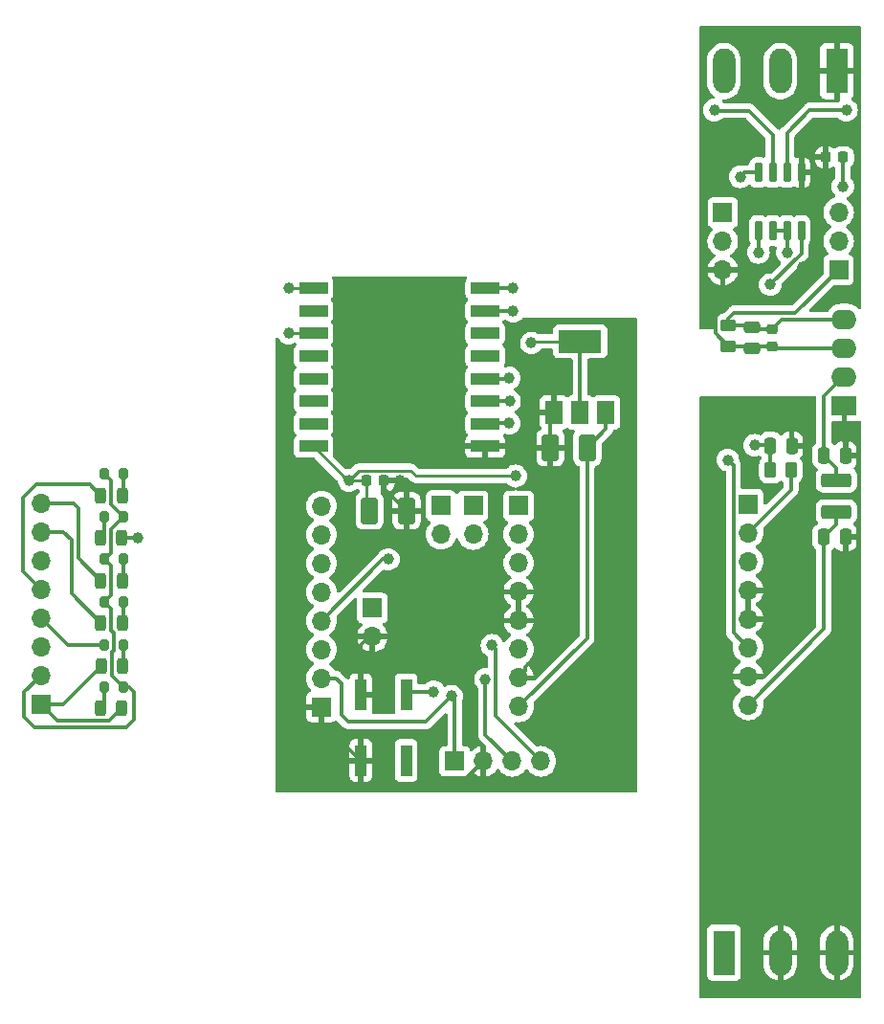
<source format=gbr>
%TF.GenerationSoftware,KiCad,Pcbnew,7.0.8*%
%TF.CreationDate,2024-02-03T12:05:27+03:00*%
%TF.ProjectId,RS485,52533438-352e-46b6-9963-61645f706362,rev?*%
%TF.SameCoordinates,Original*%
%TF.FileFunction,Copper,L1,Top*%
%TF.FilePolarity,Positive*%
%FSLAX46Y46*%
G04 Gerber Fmt 4.6, Leading zero omitted, Abs format (unit mm)*
G04 Created by KiCad (PCBNEW 7.0.8) date 2024-02-03 12:05:27*
%MOMM*%
%LPD*%
G01*
G04 APERTURE LIST*
G04 Aperture macros list*
%AMRoundRect*
0 Rectangle with rounded corners*
0 $1 Rounding radius*
0 $2 $3 $4 $5 $6 $7 $8 $9 X,Y pos of 4 corners*
0 Add a 4 corners polygon primitive as box body*
4,1,4,$2,$3,$4,$5,$6,$7,$8,$9,$2,$3,0*
0 Add four circle primitives for the rounded corners*
1,1,$1+$1,$2,$3*
1,1,$1+$1,$4,$5*
1,1,$1+$1,$6,$7*
1,1,$1+$1,$8,$9*
0 Add four rect primitives between the rounded corners*
20,1,$1+$1,$2,$3,$4,$5,0*
20,1,$1+$1,$4,$5,$6,$7,0*
20,1,$1+$1,$6,$7,$8,$9,0*
20,1,$1+$1,$8,$9,$2,$3,0*%
G04 Aperture macros list end*
%TA.AperFunction,ComponentPad*%
%ADD10R,1.700000X1.700000*%
%TD*%
%TA.AperFunction,ComponentPad*%
%ADD11O,1.700000X1.700000*%
%TD*%
%TA.AperFunction,SMDPad,CuDef*%
%ADD12RoundRect,0.250000X-0.250000X-0.475000X0.250000X-0.475000X0.250000X0.475000X-0.250000X0.475000X0*%
%TD*%
%TA.AperFunction,SMDPad,CuDef*%
%ADD13RoundRect,0.225000X-0.250000X0.225000X-0.250000X-0.225000X0.250000X-0.225000X0.250000X0.225000X0*%
%TD*%
%TA.AperFunction,SMDPad,CuDef*%
%ADD14RoundRect,0.200000X-0.200000X-0.275000X0.200000X-0.275000X0.200000X0.275000X-0.200000X0.275000X0*%
%TD*%
%TA.AperFunction,ComponentPad*%
%ADD15R,2.250000X1.750000*%
%TD*%
%TA.AperFunction,ComponentPad*%
%ADD16O,2.250000X1.750000*%
%TD*%
%TA.AperFunction,ComponentPad*%
%ADD17R,1.980000X3.960000*%
%TD*%
%TA.AperFunction,ComponentPad*%
%ADD18O,1.980000X3.960000*%
%TD*%
%TA.AperFunction,SMDPad,CuDef*%
%ADD19RoundRect,0.250000X-0.475000X0.250000X-0.475000X-0.250000X0.475000X-0.250000X0.475000X0.250000X0*%
%TD*%
%TA.AperFunction,SMDPad,CuDef*%
%ADD20R,1.000000X2.800000*%
%TD*%
%TA.AperFunction,SMDPad,CuDef*%
%ADD21RoundRect,0.250001X0.499999X0.924999X-0.499999X0.924999X-0.499999X-0.924999X0.499999X-0.924999X0*%
%TD*%
%TA.AperFunction,SMDPad,CuDef*%
%ADD22RoundRect,0.250000X0.262500X0.450000X-0.262500X0.450000X-0.262500X-0.450000X0.262500X-0.450000X0*%
%TD*%
%TA.AperFunction,SMDPad,CuDef*%
%ADD23R,1.500000X2.000000*%
%TD*%
%TA.AperFunction,SMDPad,CuDef*%
%ADD24R,3.800000X2.000000*%
%TD*%
%TA.AperFunction,SMDPad,CuDef*%
%ADD25RoundRect,0.150000X0.150000X-0.725000X0.150000X0.725000X-0.150000X0.725000X-0.150000X-0.725000X0*%
%TD*%
%TA.AperFunction,SMDPad,CuDef*%
%ADD26RoundRect,0.243750X0.243750X0.456250X-0.243750X0.456250X-0.243750X-0.456250X0.243750X-0.456250X0*%
%TD*%
%TA.AperFunction,SMDPad,CuDef*%
%ADD27RoundRect,0.243750X-0.243750X-0.456250X0.243750X-0.456250X0.243750X0.456250X-0.243750X0.456250X0*%
%TD*%
%TA.AperFunction,SMDPad,CuDef*%
%ADD28RoundRect,0.250001X-0.499999X-0.924999X0.499999X-0.924999X0.499999X0.924999X-0.499999X0.924999X0*%
%TD*%
%TA.AperFunction,SMDPad,CuDef*%
%ADD29RoundRect,0.200000X0.200000X0.275000X-0.200000X0.275000X-0.200000X-0.275000X0.200000X-0.275000X0*%
%TD*%
%TA.AperFunction,SMDPad,CuDef*%
%ADD30RoundRect,0.250000X1.075000X-0.375000X1.075000X0.375000X-1.075000X0.375000X-1.075000X-0.375000X0*%
%TD*%
%TA.AperFunction,SMDPad,CuDef*%
%ADD31RoundRect,0.225000X-0.225000X-0.250000X0.225000X-0.250000X0.225000X0.250000X-0.225000X0.250000X0*%
%TD*%
%TA.AperFunction,SMDPad,CuDef*%
%ADD32R,2.500000X1.000000*%
%TD*%
%TA.AperFunction,SMDPad,CuDef*%
%ADD33RoundRect,0.225000X0.225000X0.250000X-0.225000X0.250000X-0.225000X-0.250000X0.225000X-0.250000X0*%
%TD*%
%TA.AperFunction,SMDPad,CuDef*%
%ADD34RoundRect,0.250000X-0.450000X0.262500X-0.450000X-0.262500X0.450000X-0.262500X0.450000X0.262500X0*%
%TD*%
%TA.AperFunction,ViaPad*%
%ADD35C,1.000000*%
%TD*%
%TA.AperFunction,Conductor*%
%ADD36C,0.300000*%
%TD*%
%TA.AperFunction,Conductor*%
%ADD37C,0.250000*%
%TD*%
G04 APERTURE END LIST*
D10*
%TO.P,ESP_RX,1*%
%TO.N,ESP_UART_Rx*%
X200761600Y-91104800D03*
D11*
%TO.P,ESP_RX,2*%
%TO.N,PA9*%
X200761600Y-93644800D03*
%TD*%
D10*
%TO.P,J2,1,Pin_1*%
%TO.N,VDDB*%
X235950000Y-70225000D03*
D11*
%TO.P,J2,2,Pin_2*%
%TO.N,Net-(J2-Pin_2)*%
X235950000Y-67685000D03*
%TO.P,J2,3,Pin_3*%
%TO.N,unconnected-(J2-Pin_3-Pad3)*%
X235950000Y-65145000D03*
%TD*%
D12*
%TO.P,C9,1*%
%TO.N,Net-(CA-IS3741LW1-VI2)*%
X229900000Y-85800000D03*
%TO.P,C9,2*%
%TO.N,GND*%
X231800000Y-85800000D03*
%TD*%
D13*
%TO.P,C1,1*%
%TO.N,VDDB*%
X230050000Y-75500000D03*
%TO.P,C1,2*%
%TO.N,GND1*%
X230050000Y-77050000D03*
%TD*%
D14*
%TO.P,R6,1*%
%TO.N,+3V3*%
X170977500Y-88300000D03*
%TO.P,R6,2*%
%TO.N,Net-(D2-A)*%
X172627500Y-88300000D03*
%TD*%
D15*
%TO.P,PS1,1,-Vin*%
%TO.N,GND*%
X236455000Y-82237500D03*
D16*
%TO.P,PS1,2,+Vin*%
%TO.N,Net-(PS1-+Vin)*%
X236455000Y-79697500D03*
%TO.P,PS1,3,-Vout*%
%TO.N,GND1*%
X236455000Y-77157500D03*
%TO.P,PS1,4,+Vout*%
%TO.N,VDDB*%
X236455000Y-74617500D03*
%TD*%
D17*
%TO.P,REF\u002A\u002A,1*%
%TO.N,GND1*%
X235800000Y-52650000D03*
D18*
%TO.P,REF\u002A\u002A,2*%
%TO.N,A*%
X230800000Y-52650000D03*
%TO.P,REF\u002A\u002A,3*%
%TO.N,B*%
X225800000Y-52650000D03*
%TD*%
D19*
%TO.P,C2,1*%
%TO.N,VDDB*%
X228250000Y-75325000D03*
%TO.P,C2,2*%
%TO.N,GND1*%
X228250000Y-77225000D03*
%TD*%
D20*
%TO.P,Reset,1,A*%
%TO.N,GND*%
X193681600Y-113644000D03*
X193681600Y-107844000D03*
%TO.P,Reset,2,A*%
%TO.N,Net-(CH32V203F8P1-NRST)*%
X197681600Y-113644000D03*
X197681600Y-107844000D03*
%TD*%
D12*
%TO.P,C3,1*%
%TO.N,+5V*%
X234650000Y-93900000D03*
%TO.P,C3,2*%
%TO.N,GND*%
X236550000Y-93900000D03*
%TD*%
D10*
%TO.P,Flash,1*%
%TO.N,Net-(U3-GPIO0)*%
X194700000Y-100160000D03*
D11*
%TO.P,Flash,2*%
%TO.N,GND*%
X194700000Y-102700000D03*
%TD*%
D21*
%TO.P,C14,1*%
%TO.N,+5V*%
X213701600Y-85953200D03*
%TO.P,C14,2*%
%TO.N,GND*%
X210451600Y-85953200D03*
%TD*%
D22*
%TO.P,R9,1*%
%TO.N,Tx*%
X231750000Y-87950000D03*
%TO.P,R9,2*%
%TO.N,Net-(CA-IS3741LW1-VI2)*%
X229925000Y-87950000D03*
%TD*%
D23*
%TO.P,U4,1,GND*%
%TO.N,GND*%
X210766600Y-82854800D03*
%TO.P,U4,2,VO*%
%TO.N,+3.3V*%
X213066600Y-82854800D03*
D24*
X213066600Y-76554800D03*
D23*
%TO.P,U4,3,VI*%
%TO.N,+5V*%
X215366600Y-82854800D03*
%TD*%
D25*
%TO.P,U1,1,RO*%
%TO.N,Net-(CA-IS3741LW1-VI4)*%
X228845000Y-66775000D03*
%TO.P,U1,2,~{RE}*%
%TO.N,Net-(CA-IS3741LW1-VO1)*%
X230115000Y-66775000D03*
%TO.P,U1,3,DE*%
X231385000Y-66775000D03*
%TO.P,U1,4,DI*%
%TO.N,Net-(CA-IS3741LW1-VO2)*%
X232655000Y-66775000D03*
%TO.P,U1,5,GND*%
%TO.N,GND1*%
X232655000Y-61625000D03*
%TO.P,U1,6,A*%
%TO.N,Net-(U1-A)*%
X231385000Y-61625000D03*
%TO.P,U1,7,B*%
%TO.N,Net-(U1-B)*%
X230115000Y-61625000D03*
%TO.P,U1,8,VCC*%
%TO.N,VDDB*%
X228845000Y-61625000D03*
%TD*%
D26*
%TO.P,PWR,1,K*%
%TO.N,GND*%
X172522500Y-109030594D03*
%TO.P,PWR,2,A*%
%TO.N,Net-(D5-A)*%
X170647500Y-109030594D03*
%TD*%
D27*
%TO.P,MBT,1,K*%
%TO.N,Tx*%
X170665000Y-90186363D03*
%TO.P,MBT,2,A*%
%TO.N,Net-(D2-A)*%
X172540000Y-90186363D03*
%TD*%
D28*
%TO.P,C15,1*%
%TO.N,+3.3V*%
X194450000Y-91550000D03*
%TO.P,C15,2*%
%TO.N,GND*%
X197700000Y-91550000D03*
%TD*%
D29*
%TO.P,R13,1*%
%TO.N,Net-(D6-A)*%
X172627500Y-99618178D03*
%TO.P,R13,2*%
%TO.N,+3V3*%
X170977500Y-99618178D03*
%TD*%
D30*
%TO.P,L1,1*%
%TO.N,+5V*%
X235750000Y-91650000D03*
%TO.P,L1,2*%
%TO.N,Net-(PS1-+Vin)*%
X235750000Y-88850000D03*
%TD*%
D10*
%TO.P,Debug port,1,Pin_1*%
%TO.N,+3V3*%
X201980800Y-113715800D03*
D11*
%TO.P,Debug port,2,Pin_2*%
%TO.N,GND*%
X204520800Y-113715800D03*
%TO.P,Debug port,3,Pin_3*%
%TO.N,SWDIO*%
X207060800Y-113715800D03*
%TO.P,Debug port,4,Pin_4*%
%TO.N,SCLK*%
X209600800Y-113715800D03*
%TD*%
D31*
%TO.P,C16,1*%
%TO.N,+3.3V*%
X194169400Y-88857600D03*
%TO.P,C16,2*%
%TO.N,GND*%
X195719400Y-88857600D03*
%TD*%
D10*
%TO.P,Main board,1*%
%TO.N,RO{slash}DI*%
X207645000Y-91109800D03*
D11*
%TO.P,Main board,2*%
%TO.N,Tx*%
X207645000Y-93649800D03*
%TO.P,Main board,3*%
%TO.N,Rx*%
X207645000Y-96189800D03*
%TO.P,Main board,4*%
%TO.N,GND*%
X207645000Y-98729800D03*
%TO.P,Main board,5*%
X207645000Y-101269800D03*
%TO.P,Main board,6*%
%TO.N,+3V3*%
X207645000Y-103809800D03*
%TO.P,Main board,7*%
%TO.N,GND*%
X207645000Y-106349800D03*
%TO.P,Main board,8*%
%TO.N,+5V*%
X207645000Y-108889800D03*
%TD*%
D27*
%TO.P,MQT,1,K*%
%TO.N,PA9*%
X170665000Y-97731815D03*
%TO.P,MQT,2,A*%
%TO.N,Net-(D7-A)*%
X172540000Y-97731815D03*
%TD*%
D12*
%TO.P,C4,1*%
%TO.N,Net-(PS1-+Vin)*%
X234650000Y-86650000D03*
%TO.P,C4,2*%
%TO.N,GND*%
X236550000Y-86650000D03*
%TD*%
D29*
%TO.P,R10,1*%
%TO.N,+3V3*%
X172627500Y-92072726D03*
%TO.P,R10,2*%
%TO.N,Net-(D3-A)*%
X170977500Y-92072726D03*
%TD*%
D27*
%TO.P,WIFI,1,K*%
%TO.N,GND*%
X170675000Y-105286370D03*
%TO.P,WIFI,2,A*%
%TO.N,Net-(D8-A)*%
X172550000Y-105286370D03*
%TD*%
D10*
%TO.P,LEDS,1*%
%TO.N,GND*%
X190200000Y-108900000D03*
D11*
%TO.P,LEDS,2*%
%TO.N,+3V3*%
X190200000Y-106360000D03*
%TO.P,LEDS,3*%
%TO.N,Net-(CH32V203F8P1-NRST)*%
X190200000Y-103820000D03*
%TO.P,LEDS,4*%
%TO.N,Net-(CH32V203F8P1-PB15)*%
X190200000Y-101280000D03*
%TO.P,LEDS,5*%
%TO.N,Tx*%
X190200000Y-98740000D03*
%TO.P,LEDS,6*%
%TO.N,Rx*%
X190200000Y-96200000D03*
%TO.P,LEDS,7*%
%TO.N,PA10*%
X190200000Y-93660000D03*
%TO.P,LEDS,8*%
%TO.N,PA9*%
X190200000Y-91120000D03*
%TD*%
D29*
%TO.P,R15,1*%
%TO.N,Net-(D8-A)*%
X172637500Y-103400000D03*
%TO.P,R15,2*%
%TO.N,Net-(CH32V203F8P1-PB15)*%
X170987500Y-103400000D03*
%TD*%
D32*
%TO.P,ESP07S,1,~{RST}*%
%TO.N,Net-(Q1-D)*%
X189473200Y-71851000D03*
%TO.P,ESP07S,2,ADC*%
%TO.N,unconnected-(U3-ADC-Pad2)*%
X189473200Y-73851000D03*
%TO.P,ESP07S,3,EN*%
%TO.N,Net-(U3-EN)*%
X189473200Y-75851000D03*
%TO.P,ESP07S,4,GPIO16*%
%TO.N,unconnected-(U3-GPIO16-Pad4)*%
X189473200Y-77851000D03*
%TO.P,ESP07S,5,GPIO14*%
%TO.N,unconnected-(U3-GPIO14-Pad5)*%
X189473200Y-79851000D03*
%TO.P,ESP07S,6,GPIO12*%
%TO.N,unconnected-(U3-GPIO12-Pad6)*%
X189473200Y-81851000D03*
%TO.P,ESP07S,7,GPIO13*%
%TO.N,unconnected-(U3-GPIO13-Pad7)*%
X189473200Y-83851000D03*
%TO.P,ESP07S,8,VCC*%
%TO.N,+3.3V*%
X189473200Y-85851000D03*
%TO.P,ESP07S,9,GND*%
%TO.N,GND*%
X204673200Y-85851000D03*
%TO.P,ESP07S,10,GPIO15*%
%TO.N,Net-(U3-GPIO15)*%
X204673200Y-83851000D03*
%TO.P,ESP07S,11,GPIO2*%
%TO.N,Net-(U3-GPIO2)*%
X204673200Y-81851000D03*
%TO.P,ESP07S,12,GPIO0*%
%TO.N,Net-(U3-GPIO0)*%
X204673200Y-79851000D03*
%TO.P,ESP07S,13,GPIO4*%
%TO.N,unconnected-(U3-GPIO4-Pad13)*%
X204673200Y-77851000D03*
%TO.P,ESP07S,14,GPIO5*%
%TO.N,unconnected-(U3-GPIO5-Pad14)*%
X204673200Y-75851000D03*
%TO.P,ESP07S,15,GPIO3/RXD*%
%TO.N,ESP_UART_Rx*%
X204673200Y-73851000D03*
%TO.P,ESP07S,16,GPIO1/TXD*%
%TO.N,ESP_UART_Tx*%
X204673200Y-71851000D03*
%TD*%
D10*
%TO.P,ESP_TX,1*%
%TO.N,ESP_UART_Tx*%
X203606400Y-91109800D03*
D11*
%TO.P,ESP_TX,2*%
%TO.N,PA10*%
X203606400Y-93649800D03*
%TD*%
D27*
%TO.P,MQR,1,K*%
%TO.N,PA10*%
X170665000Y-101504541D03*
%TO.P,MQR,2,A*%
%TO.N,Net-(D6-A)*%
X172540000Y-101504541D03*
%TD*%
D33*
%TO.P,C5,1*%
%TO.N,VDDB*%
X236360000Y-60274200D03*
%TO.P,C5,2*%
%TO.N,GND1*%
X234810000Y-60274200D03*
%TD*%
D29*
%TO.P,R12,1*%
%TO.N,+3V3*%
X172650000Y-107144231D03*
%TO.P,R12,2*%
%TO.N,Net-(D5-A)*%
X171000000Y-107144231D03*
%TD*%
D17*
%TO.P,REF\u002A\u002A,1*%
%TO.N,+5VD*%
X225800000Y-130650000D03*
D18*
%TO.P,REF\u002A\u002A,2*%
%TO.N,GND*%
X230800000Y-130650000D03*
%TO.P,REF\u002A\u002A,3*%
X235800000Y-130650000D03*
%TD*%
D10*
%TO.P,Main board,1*%
%TO.N,RO{slash}DI*%
X227950000Y-90950000D03*
D11*
%TO.P,Main board,2*%
%TO.N,Tx*%
X227950000Y-93490000D03*
%TO.P,Main board,3*%
%TO.N,Rx*%
X227950000Y-96030000D03*
%TO.P,Main board,4*%
%TO.N,GND*%
X227950000Y-98570000D03*
%TO.P,Main board,5*%
X227950000Y-101110000D03*
%TO.P,Main board,6*%
%TO.N,+3V3*%
X227950000Y-103650000D03*
%TO.P,Main board,7*%
%TO.N,GND*%
X227950000Y-106190000D03*
%TO.P,Main board,8*%
%TO.N,+5V*%
X227950000Y-108730000D03*
%TD*%
D26*
%TO.P,MBR,1,K*%
%TO.N,Rx*%
X172500000Y-93959089D03*
%TO.P,MBR,2,A*%
%TO.N,Net-(D3-A)*%
X170625000Y-93959089D03*
%TD*%
D29*
%TO.P,R14,1*%
%TO.N,Net-(D7-A)*%
X172627500Y-95845452D03*
%TO.P,R14,2*%
%TO.N,+3V3*%
X170977500Y-95845452D03*
%TD*%
D10*
%TO.P,J1,1,Pin_1*%
%TO.N,unconnected-(J1-Pin_1-Pad1)*%
X225700000Y-65175000D03*
D11*
%TO.P,J1,2,Pin_2*%
%TO.N,Net-(J1-Pin_2)*%
X225700000Y-67715000D03*
%TO.P,J1,3,Pin_3*%
%TO.N,GND1*%
X225700000Y-70255000D03*
%TD*%
D34*
%TO.P,R1,1*%
%TO.N,VDDB*%
X226200000Y-75175000D03*
%TO.P,R1,2*%
%TO.N,GND1*%
X226200000Y-77000000D03*
%TD*%
D10*
%TO.P,LEDS,1*%
%TO.N,GND*%
X165350000Y-108650000D03*
D11*
%TO.P,LEDS,2*%
%TO.N,+3V3*%
X165350000Y-106110000D03*
%TO.P,LEDS,3*%
%TO.N,Net-(CH32V203F8P1-NRST)*%
X165350000Y-103570000D03*
%TO.P,LEDS,4*%
%TO.N,Net-(CH32V203F8P1-PB15)*%
X165350000Y-101030000D03*
%TO.P,LEDS,5*%
%TO.N,Tx*%
X165350000Y-98490000D03*
%TO.P,LEDS,6*%
%TO.N,Rx*%
X165350000Y-95950000D03*
%TO.P,LEDS,7*%
%TO.N,PA10*%
X165350000Y-93410000D03*
%TO.P,LEDS,8*%
%TO.N,PA9*%
X165350000Y-90870000D03*
%TD*%
D35*
%TO.N,VDDB*%
X236324172Y-62874500D03*
X227250000Y-62000000D03*
%TO.N,GND1*%
X232771398Y-70021398D03*
%TO.N,GND*%
X236575600Y-85090000D03*
X197091000Y-88883000D03*
X206832200Y-85801200D03*
X192850000Y-78050000D03*
%TO.N,+3V3*%
X226150000Y-87050000D03*
X201700000Y-107950000D03*
%TO.N,Net-(CA-IS3741LW1-VI2)*%
X228500000Y-85750000D03*
%TO.N,Net-(CH32V203F8P1-NRST)*%
X200100000Y-107550000D03*
%TO.N,Rx*%
X173900000Y-93950000D03*
%TO.N,Net-(CA-IS3741LW1-VI4)*%
X228850000Y-68700000D03*
%TO.N,Net-(CA-IS3741LW1-VO2)*%
X229900000Y-71550000D03*
%TO.N,Net-(CA-IS3741LW1-VO1)*%
X231400000Y-68700000D03*
%TO.N,SWDIO*%
X204700000Y-106450000D03*
%TO.N,SCLK*%
X205282800Y-103454200D03*
%TO.N,Net-(CH32V203F8P1-PB15)*%
X196100000Y-95850000D03*
%TO.N,Net-(U1-B)*%
X224950000Y-56100000D03*
%TO.N,Net-(U1-A)*%
X236650000Y-56100000D03*
%TO.N,+3.3V*%
X192620600Y-88857600D03*
X207365600Y-88468200D03*
X208762600Y-76708000D03*
%TO.N,Net-(Q1-D)*%
X187274204Y-71856600D03*
%TO.N,Net-(U3-EN)*%
X187274200Y-75819000D03*
%TO.N,Net-(U3-GPIO15)*%
X206806800Y-83820000D03*
%TO.N,Net-(U3-GPIO0)*%
X206806800Y-79806800D03*
%TO.N,Net-(U3-GPIO2)*%
X206832200Y-81838800D03*
%TO.N,ESP_UART_Rx*%
X207137000Y-73914000D03*
%TO.N,ESP_UART_Tx*%
X207137000Y-71882000D03*
%TD*%
D36*
%TO.N,VDDB*%
X226200000Y-75175000D02*
X226200000Y-74550000D01*
X236455000Y-74617500D02*
X230932500Y-74617500D01*
X236324172Y-60310028D02*
X236360000Y-60274200D01*
X226200000Y-74550000D02*
X226700000Y-74050000D01*
X230050000Y-75500000D02*
X228250000Y-75500000D01*
X232125000Y-74050000D02*
X235950000Y-70225000D01*
X226700000Y-74050000D02*
X232125000Y-74050000D01*
X226200000Y-75175000D02*
X227925000Y-75175000D01*
X227925000Y-75175000D02*
X228250000Y-75500000D01*
X236300000Y-62850328D02*
X236324172Y-62874500D01*
X228845000Y-61625000D02*
X227625000Y-61625000D01*
X227625000Y-61625000D02*
X227250000Y-62000000D01*
X236324172Y-62874500D02*
X236324172Y-60310028D01*
X230932500Y-74617500D02*
X230050000Y-75500000D01*
%TO.N,GND1*%
X228250000Y-77050000D02*
X230050000Y-77050000D01*
X230157500Y-77157500D02*
X230050000Y-77050000D01*
X236455000Y-77157500D02*
X230157500Y-77157500D01*
X226200000Y-77000000D02*
X228200000Y-77000000D01*
X226200000Y-77000000D02*
X225050000Y-75850000D01*
X228200000Y-77000000D02*
X228250000Y-77050000D01*
X225050000Y-73100000D02*
X225100000Y-73050000D01*
X225050000Y-75850000D02*
X225050000Y-73100000D01*
%TO.N,+5V*%
X235750000Y-92800000D02*
X234650000Y-93900000D01*
X227950000Y-108730000D02*
X234650000Y-102030000D01*
X213701600Y-85953200D02*
X215366600Y-84288200D01*
X235750000Y-91650000D02*
X235750000Y-92800000D01*
X207645000Y-108889800D02*
X213701600Y-102833200D01*
X213701600Y-102833200D02*
X213701600Y-85953200D01*
X234650000Y-102030000D02*
X234650000Y-93900000D01*
X215366600Y-84288200D02*
X215366600Y-82854800D01*
%TO.N,GND*%
X193900000Y-115800000D02*
X193681600Y-115581600D01*
X204673200Y-85851000D02*
X200751000Y-85851000D01*
X204673200Y-85851000D02*
X206832200Y-85801200D01*
D37*
X195719400Y-88857600D02*
X195719400Y-89569400D01*
D36*
X210349400Y-85851000D02*
X210451600Y-85953200D01*
X192950000Y-78050000D02*
X192850000Y-78050000D01*
X165350000Y-108650000D02*
X166830594Y-110130594D01*
X207645000Y-98729800D02*
X203279800Y-98729800D01*
X236550000Y-86650000D02*
X236575600Y-85090000D01*
X193681600Y-103418400D02*
X194750000Y-102350000D01*
X236575600Y-85090000D02*
X236550000Y-85100000D01*
X210451600Y-83169800D02*
X210766600Y-82854800D01*
X200751000Y-85851000D02*
X192950000Y-78050000D01*
X166830594Y-110130594D02*
X171422500Y-110130594D01*
X210451600Y-103138480D02*
X210451600Y-85953200D01*
X236550000Y-95450000D02*
X236600000Y-95500000D01*
X167311370Y-108650000D02*
X170675000Y-105286370D01*
X207645000Y-106349800D02*
X208243568Y-105751232D01*
X190200000Y-110162400D02*
X193681600Y-113644000D01*
X202436600Y-115800000D02*
X193900000Y-115800000D01*
X197700000Y-93150000D02*
X197700000Y-91550000D01*
X204520800Y-113715800D02*
X202436600Y-115800000D01*
X206805800Y-85851000D02*
X206806800Y-85852000D01*
X206984200Y-85953200D02*
X206832200Y-85801200D01*
D37*
X195719400Y-88857600D02*
X197065600Y-88857600D01*
X195719400Y-89569400D02*
X197700000Y-91550000D01*
D36*
X236550000Y-93900000D02*
X236550000Y-95450000D01*
X206832200Y-85801200D02*
X206805800Y-85851000D01*
X203279800Y-98729800D02*
X197700000Y-93150000D01*
X210451600Y-85953200D02*
X210451600Y-83169800D01*
X165350000Y-108650000D02*
X167311370Y-108650000D01*
X208243568Y-105751232D02*
X208243568Y-105346512D01*
X192850000Y-77950000D02*
X192925000Y-78025000D01*
X171422500Y-110130594D02*
X172522500Y-109030594D01*
X204801200Y-85979000D02*
X204673200Y-85851000D01*
X193681600Y-107844000D02*
X193681600Y-103418400D01*
D37*
X197065600Y-88857600D02*
X197091000Y-88883000D01*
D36*
X210451600Y-85953200D02*
X206984200Y-85953200D01*
X193681600Y-115581600D02*
X193681600Y-113644000D01*
X192850000Y-78050000D02*
X192850000Y-77950000D01*
X190200000Y-108900000D02*
X190200000Y-110162400D01*
X208243568Y-105346512D02*
X210451600Y-103138480D01*
%TO.N,Net-(PS1-+Vin)*%
X236358604Y-79697500D02*
X236455000Y-79697500D01*
X234650000Y-81406104D02*
X236358604Y-79697500D01*
X235750000Y-87750000D02*
X234650000Y-86650000D01*
X234650000Y-86650000D02*
X234650000Y-81406104D01*
X235750000Y-88850000D02*
X235750000Y-87750000D01*
%TO.N,+3V3*%
X171527500Y-93172726D02*
X172627500Y-92072726D01*
X171552500Y-100193178D02*
X170977500Y-99618178D01*
X171662500Y-106156731D02*
X171662500Y-104048528D01*
X171527500Y-95295452D02*
X171527500Y-93172726D01*
X192567291Y-110217291D02*
X191950000Y-109600000D01*
X164780594Y-110680594D02*
X172919406Y-110680594D01*
X172650000Y-107144231D02*
X172650000Y-106955768D01*
X171552500Y-90997726D02*
X172627500Y-92072726D01*
X199432709Y-110217291D02*
X192567291Y-110217291D01*
X171552500Y-88875000D02*
X171552500Y-90997726D01*
X173600000Y-110000000D02*
X173600000Y-107550000D01*
X173600000Y-107550000D02*
X173194231Y-107144231D01*
X226650000Y-87550000D02*
X226150000Y-87050000D01*
X191460000Y-106360000D02*
X190200000Y-106360000D01*
X163850000Y-107610000D02*
X163850000Y-109750000D01*
X171552500Y-102127441D02*
X171552500Y-100193178D01*
X191950000Y-106850000D02*
X191460000Y-106360000D01*
X226650000Y-102350000D02*
X226650000Y-87550000D01*
X170977500Y-88300000D02*
X171552500Y-88875000D01*
X191950000Y-109600000D02*
X191950000Y-106850000D01*
X172650000Y-107144231D02*
X171662500Y-106156731D01*
X171787500Y-103923528D02*
X171787500Y-102362441D01*
X171552500Y-99043178D02*
X171552500Y-96420452D01*
X171787500Y-102362441D02*
X171552500Y-102127441D01*
X227950000Y-103650000D02*
X226650000Y-102350000D01*
X172919406Y-110680594D02*
X173600000Y-110000000D01*
X170977500Y-95845452D02*
X171527500Y-95295452D01*
X170977500Y-99618178D02*
X171552500Y-99043178D01*
X171662500Y-104048528D02*
X171787500Y-103923528D01*
X173194231Y-107144231D02*
X172650000Y-107144231D01*
X201700000Y-107950000D02*
X199432709Y-110217291D01*
X201700000Y-107950000D02*
X201980800Y-108230800D01*
X165350000Y-106110000D02*
X163850000Y-107610000D01*
X163850000Y-109750000D02*
X164780594Y-110680594D01*
X201980800Y-108230800D02*
X201980800Y-113715800D01*
X170940963Y-99618178D02*
X170977500Y-99618178D01*
X171552500Y-96420452D02*
X170977500Y-95845452D01*
%TO.N,Net-(CA-IS3741LW1-VI2)*%
X229850000Y-85750000D02*
X229900000Y-85800000D01*
X229925000Y-85825000D02*
X229900000Y-85800000D01*
X229925000Y-87950000D02*
X229925000Y-85825000D01*
X228500000Y-85750000D02*
X229850000Y-85750000D01*
%TO.N,Net-(CH32V203F8P1-NRST)*%
X200100000Y-107550000D02*
X197975600Y-107550000D01*
X197975600Y-107550000D02*
X197681600Y-107844000D01*
%TO.N,Rx*%
X173890911Y-93959089D02*
X173900000Y-93950000D01*
X172500000Y-93959089D02*
X173890911Y-93959089D01*
%TO.N,Net-(CA-IS3741LW1-VI4)*%
X228845000Y-66775000D02*
X228845000Y-68695000D01*
X228845000Y-68745000D02*
X228850000Y-68750000D01*
X228845000Y-68695000D02*
X228850000Y-68700000D01*
X228845000Y-68705000D02*
X228845000Y-68745000D01*
X228850000Y-68700000D02*
X228845000Y-68705000D01*
%TO.N,Net-(CA-IS3741LW1-VO2)*%
X232655000Y-68795000D02*
X229900000Y-71550000D01*
X232655000Y-66775000D02*
X232655000Y-68795000D01*
%TO.N,Net-(CA-IS3741LW1-VO1)*%
X231385000Y-68685000D02*
X231400000Y-68700000D01*
X230115000Y-66775000D02*
X231385000Y-66775000D01*
X231385000Y-66775000D02*
X231385000Y-68685000D01*
%TO.N,SWDIO*%
X204700000Y-111355000D02*
X207060800Y-113715800D01*
X204700000Y-106450000D02*
X204700000Y-111355000D01*
%TO.N,SCLK*%
X205282800Y-103454200D02*
X205600000Y-103771400D01*
X205600000Y-103771400D02*
X205600000Y-109715000D01*
X205600000Y-109715000D02*
X209600800Y-113715800D01*
%TO.N,Tx*%
X165350000Y-98490000D02*
X163750000Y-96890000D01*
X169678637Y-89200000D02*
X170665000Y-90186363D01*
X163750000Y-96890000D02*
X163750000Y-90400000D01*
X163750000Y-90400000D02*
X164950000Y-89200000D01*
X231750000Y-87950000D02*
X231750000Y-89690000D01*
X231750000Y-89690000D02*
X227950000Y-93490000D01*
X164950000Y-89200000D02*
X169678637Y-89200000D01*
%TO.N,Net-(CH32V203F8P1-PB15)*%
X195630000Y-95850000D02*
X196100000Y-95850000D01*
X190200000Y-101280000D02*
X195630000Y-95850000D01*
X167720000Y-103400000D02*
X165350000Y-101030000D01*
X170987500Y-103400000D02*
X167720000Y-103400000D01*
%TO.N,PA9*%
X168220000Y-90870000D02*
X165350000Y-90870000D01*
X168700000Y-95766815D02*
X168700000Y-91350000D01*
X170665000Y-97731815D02*
X168700000Y-95766815D01*
X168700000Y-91350000D02*
X168220000Y-90870000D01*
%TO.N,PA10*%
X168050000Y-98889541D02*
X168050000Y-94100000D01*
X168050000Y-94100000D02*
X167360000Y-93410000D01*
X170665000Y-101504541D02*
X168050000Y-98889541D01*
X167360000Y-93410000D02*
X165350000Y-93410000D01*
%TO.N,Net-(D2-A)*%
X172627500Y-88300000D02*
X172627500Y-90098863D01*
X172627500Y-90098863D02*
X172540000Y-90186363D01*
%TO.N,Net-(D3-A)*%
X170977500Y-93606589D02*
X170625000Y-93959089D01*
X170977500Y-92072726D02*
X170977500Y-93606589D01*
%TO.N,Net-(D5-A)*%
X171000000Y-108678094D02*
X170647500Y-109030594D01*
X171000000Y-107144231D02*
X171000000Y-108678094D01*
%TO.N,Net-(D6-A)*%
X172627500Y-99618178D02*
X172627500Y-101417041D01*
X172627500Y-101417041D02*
X172540000Y-101504541D01*
%TO.N,Net-(D7-A)*%
X172627500Y-95845452D02*
X172627500Y-97644315D01*
X172627500Y-97644315D02*
X172540000Y-97731815D01*
%TO.N,Net-(D8-A)*%
X172637500Y-105198870D02*
X172550000Y-105286370D01*
X172637500Y-103400000D02*
X172637500Y-105198870D01*
X172550000Y-103487500D02*
X172637500Y-103400000D01*
%TO.N,unconnected-(J2-Pin_3-Pad3)*%
X236300000Y-64825000D02*
X235950000Y-65175000D01*
%TO.N,Net-(U1-B)*%
X228000000Y-56150000D02*
X225000000Y-56150000D01*
X230115000Y-58265000D02*
X228000000Y-56150000D01*
X230115000Y-61625000D02*
X230115000Y-58265000D01*
X230150000Y-61590000D02*
X230115000Y-61625000D01*
X225000000Y-56150000D02*
X224950000Y-56100000D01*
%TO.N,Net-(U1-A)*%
X233400000Y-56100000D02*
X236650000Y-56100000D01*
X231385000Y-58115000D02*
X233400000Y-56100000D01*
X231385000Y-61625000D02*
X231385000Y-60750000D01*
X231385000Y-61625000D02*
X231385000Y-58115000D01*
X231400000Y-61610000D02*
X231385000Y-61625000D01*
D37*
%TO.N,+3.3V*%
X208762600Y-76708000D02*
X208915800Y-76554800D01*
X198548682Y-88468200D02*
X198088082Y-88007600D01*
X194169400Y-91269400D02*
X194450000Y-91550000D01*
X192479800Y-88857600D02*
X189473200Y-85851000D01*
X192620600Y-88857600D02*
X194169400Y-88857600D01*
X193470600Y-88007600D02*
X192620600Y-88857600D01*
D36*
X213066600Y-82854800D02*
X213066600Y-76554800D01*
D37*
X194169400Y-88857600D02*
X194169400Y-91269400D01*
X189458000Y-85866200D02*
X189473200Y-85851000D01*
X208915800Y-76554800D02*
X213066600Y-76554800D01*
X207365600Y-88468200D02*
X198548682Y-88468200D01*
X192620600Y-88857600D02*
X192479800Y-88857600D01*
X198088082Y-88007600D02*
X193470600Y-88007600D01*
%TO.N,Net-(Q1-D)*%
X189473200Y-71851000D02*
X187279804Y-71851000D01*
X187279804Y-71851000D02*
X187274204Y-71856600D01*
%TO.N,Net-(U3-EN)*%
X187140600Y-75851000D02*
X187121800Y-75869800D01*
X189473200Y-75851000D02*
X187306200Y-75851000D01*
X187242200Y-75851000D02*
X187140600Y-75851000D01*
X187306200Y-75851000D02*
X187274200Y-75819000D01*
X187274200Y-75819000D02*
X187242200Y-75851000D01*
D36*
%TO.N,Net-(U3-GPIO15)*%
X204673200Y-83851000D02*
X206806800Y-83820000D01*
X206812400Y-83851000D02*
X206832200Y-83870800D01*
X206806800Y-83820000D02*
X206812400Y-83851000D01*
%TO.N,Net-(U3-GPIO0)*%
X204673200Y-79851000D02*
X206686400Y-79851000D01*
X206806800Y-79806800D02*
X206806800Y-79730600D01*
X206730600Y-79806800D02*
X206806800Y-79806800D01*
X206686400Y-79851000D02*
X206730600Y-79806800D01*
X206806800Y-79730600D02*
X206730600Y-79806800D01*
%TO.N,Net-(U3-GPIO2)*%
X206832200Y-81838800D02*
X206832200Y-81991200D01*
X206679800Y-81838800D02*
X206832200Y-81838800D01*
X204673200Y-81851000D02*
X206692000Y-81851000D01*
X206692000Y-81851000D02*
X206679800Y-81838800D01*
X206832200Y-81991200D02*
X206705200Y-81864200D01*
%TO.N,ESP_UART_Rx*%
X207074000Y-73851000D02*
X207137000Y-73914000D01*
X204673200Y-73851000D02*
X207074000Y-73851000D01*
%TO.N,ESP_UART_Tx*%
X207106000Y-71851000D02*
X207137000Y-71882000D01*
X204673200Y-71851000D02*
X207106000Y-71851000D01*
%TD*%
%TA.AperFunction,Conductor*%
%TO.N,GND1*%
G36*
X237875000Y-48670462D02*
G01*
X237929538Y-48725000D01*
X237949500Y-48799500D01*
X237949500Y-56053681D01*
X237938422Y-56095024D01*
X237949500Y-56146318D01*
X237949500Y-73554739D01*
X237929538Y-73629239D01*
X237875000Y-73683777D01*
X237800500Y-73703739D01*
X237726000Y-73683777D01*
X237688651Y-73653180D01*
X237660211Y-73620866D01*
X237660205Y-73620861D01*
X237648880Y-73611717D01*
X237550049Y-73531916D01*
X237478033Y-73473767D01*
X237478031Y-73473766D01*
X237478030Y-73473765D01*
X237273619Y-73359574D01*
X237052849Y-73281571D01*
X237052848Y-73281570D01*
X237052846Y-73281570D01*
X236940782Y-73262355D01*
X236822072Y-73242000D01*
X236146572Y-73242000D01*
X235996680Y-73254757D01*
X235971698Y-73256884D01*
X235745112Y-73315882D01*
X235745104Y-73315885D01*
X235531752Y-73412326D01*
X235337763Y-73543439D01*
X235307924Y-73572037D01*
X235170509Y-73703739D01*
X235168715Y-73705458D01*
X235029484Y-73893712D01*
X235027997Y-73896128D01*
X235027004Y-73897066D01*
X235025724Y-73898797D01*
X235025414Y-73898568D01*
X234971935Y-73949098D01*
X234901123Y-73967000D01*
X233487664Y-73967000D01*
X233413164Y-73947038D01*
X233358626Y-73892500D01*
X233338664Y-73818000D01*
X233358626Y-73743500D01*
X233382305Y-73712641D01*
X235475805Y-71619140D01*
X235542600Y-71580576D01*
X235581164Y-71575499D01*
X236847864Y-71575499D01*
X236847872Y-71575499D01*
X236907483Y-71569091D01*
X237016501Y-71528430D01*
X237042329Y-71518797D01*
X237042333Y-71518795D01*
X237104494Y-71472261D01*
X237157546Y-71432546D01*
X237200671Y-71374938D01*
X237243795Y-71317333D01*
X237243797Y-71317329D01*
X237294091Y-71182482D01*
X237300499Y-71122885D01*
X237300499Y-71122882D01*
X237300500Y-71122873D01*
X237300499Y-69327128D01*
X237294091Y-69267517D01*
X237248012Y-69143972D01*
X237243797Y-69132670D01*
X237243795Y-69132666D01*
X237157547Y-69017455D01*
X237157544Y-69017452D01*
X237042333Y-68931204D01*
X237042329Y-68931202D01*
X236947366Y-68895784D01*
X236884539Y-68851046D01*
X236852498Y-68780888D01*
X236859829Y-68704109D01*
X236894077Y-68650819D01*
X236988490Y-68556406D01*
X236988495Y-68556401D01*
X237124035Y-68362830D01*
X237223903Y-68148663D01*
X237285063Y-67920408D01*
X237305659Y-67685000D01*
X237285063Y-67449592D01*
X237223903Y-67221337D01*
X237124035Y-67007171D01*
X236988495Y-66813599D01*
X236821401Y-66646505D01*
X236665086Y-66537052D01*
X236615511Y-66477970D01*
X236602118Y-66402014D01*
X236628497Y-66329537D01*
X236665085Y-66292948D01*
X236821401Y-66183495D01*
X236988495Y-66016401D01*
X237124035Y-65822830D01*
X237223903Y-65608663D01*
X237285063Y-65380408D01*
X237305659Y-65145000D01*
X237285063Y-64909592D01*
X237223903Y-64681337D01*
X237124035Y-64467171D01*
X236988495Y-64273599D01*
X236821401Y-64106505D01*
X236725828Y-64039584D01*
X236676253Y-63980502D01*
X236662860Y-63904546D01*
X236689239Y-63832069D01*
X236741053Y-63786126D01*
X236882710Y-63710410D01*
X237035055Y-63585383D01*
X237160082Y-63433038D01*
X237252986Y-63259227D01*
X237310196Y-63070632D01*
X237329513Y-62874500D01*
X237310196Y-62678368D01*
X237252986Y-62489773D01*
X237252984Y-62489770D01*
X237252984Y-62489768D01*
X237160088Y-62315973D01*
X237160087Y-62315971D01*
X237160082Y-62315962D01*
X237035055Y-62163617D01*
X237035053Y-62163615D01*
X237029140Y-62158762D01*
X236984219Y-62096066D01*
X236974672Y-62043589D01*
X236974672Y-61219412D01*
X236994634Y-61144912D01*
X237031256Y-61102535D01*
X237038036Y-61097172D01*
X237038044Y-61097168D01*
X237157968Y-60977244D01*
X237247003Y-60832897D01*
X237300349Y-60671908D01*
X237310500Y-60572545D01*
X237310499Y-59975856D01*
X237300349Y-59876492D01*
X237247003Y-59715503D01*
X237157968Y-59571156D01*
X237038044Y-59451232D01*
X236893699Y-59362198D01*
X236893698Y-59362197D01*
X236893697Y-59362197D01*
X236732708Y-59308851D01*
X236633345Y-59298700D01*
X236633340Y-59298700D01*
X236086660Y-59298700D01*
X235987291Y-59308851D01*
X235826300Y-59362198D01*
X235681953Y-59451233D01*
X235677004Y-59455147D01*
X235606182Y-59485693D01*
X235529576Y-59476735D01*
X235492182Y-59455146D01*
X235487729Y-59451625D01*
X235343485Y-59362653D01*
X235182603Y-59309343D01*
X235182603Y-59309342D01*
X235083325Y-59299200D01*
X235060000Y-59299200D01*
X235060000Y-61249199D01*
X235083310Y-61249199D01*
X235182606Y-61239055D01*
X235182609Y-61239055D01*
X235343485Y-61185746D01*
X235446450Y-61122236D01*
X235520338Y-61100115D01*
X235595387Y-61117902D01*
X235651488Y-61170830D01*
X235673609Y-61244718D01*
X235673672Y-61249052D01*
X235673672Y-62043589D01*
X235653710Y-62118089D01*
X235619204Y-62158762D01*
X235613290Y-62163615D01*
X235488260Y-62315965D01*
X235488255Y-62315973D01*
X235395359Y-62489768D01*
X235338148Y-62678365D01*
X235318831Y-62874500D01*
X235338148Y-63070634D01*
X235395359Y-63259231D01*
X235488255Y-63433026D01*
X235488259Y-63433032D01*
X235488262Y-63433038D01*
X235613289Y-63585383D01*
X235620084Y-63590959D01*
X235620260Y-63591104D01*
X235665186Y-63653797D01*
X235672746Y-63730553D01*
X235640915Y-63800807D01*
X235578222Y-63845733D01*
X235564302Y-63850205D01*
X235486344Y-63871094D01*
X235486341Y-63871095D01*
X235486337Y-63871097D01*
X235272171Y-63970965D01*
X235272168Y-63970966D01*
X235272168Y-63970967D01*
X235078596Y-64106507D01*
X234911507Y-64273596D01*
X234911505Y-64273599D01*
X234775965Y-64467171D01*
X234676097Y-64681337D01*
X234676096Y-64681340D01*
X234614937Y-64909590D01*
X234594341Y-65145000D01*
X234614937Y-65380409D01*
X234657106Y-65537789D01*
X234676097Y-65608663D01*
X234775965Y-65822830D01*
X234911505Y-66016401D01*
X235078599Y-66183495D01*
X235234913Y-66292947D01*
X235284489Y-66352030D01*
X235297882Y-66427986D01*
X235271503Y-66500463D01*
X235234912Y-66537054D01*
X235078597Y-66646506D01*
X234911507Y-66813596D01*
X234911505Y-66813599D01*
X234775965Y-67007171D01*
X234761976Y-67037171D01*
X234676096Y-67221340D01*
X234614937Y-67449590D01*
X234594341Y-67685000D01*
X234614937Y-67920409D01*
X234675811Y-68147598D01*
X234676097Y-68148663D01*
X234775965Y-68362830D01*
X234796972Y-68392830D01*
X234911506Y-68556402D01*
X235005923Y-68650819D01*
X235044487Y-68717614D01*
X235044487Y-68794742D01*
X235005923Y-68861537D01*
X234952634Y-68895784D01*
X234857668Y-68931203D01*
X234857666Y-68931204D01*
X234742455Y-69017452D01*
X234742452Y-69017455D01*
X234656204Y-69132666D01*
X234656202Y-69132670D01*
X234605908Y-69267517D01*
X234599500Y-69327114D01*
X234599500Y-70593835D01*
X234579538Y-70668335D01*
X234555859Y-70699194D01*
X231899195Y-73355859D01*
X231832400Y-73394423D01*
X231793836Y-73399500D01*
X226788266Y-73399500D01*
X226771087Y-73397603D01*
X226771038Y-73398122D01*
X226761701Y-73397239D01*
X226691791Y-73399436D01*
X226689783Y-73399500D01*
X226659075Y-73399500D01*
X226659068Y-73399500D01*
X226659065Y-73399501D01*
X226652378Y-73400345D01*
X226645390Y-73400894D01*
X226597433Y-73402401D01*
X226578936Y-73407775D01*
X226556048Y-73412515D01*
X226536939Y-73414929D01*
X226492327Y-73432592D01*
X226485685Y-73434867D01*
X226439598Y-73448256D01*
X226423025Y-73458058D01*
X226402035Y-73468341D01*
X226384130Y-73475430D01*
X226345304Y-73503637D01*
X226339440Y-73507488D01*
X226298137Y-73531916D01*
X226298132Y-73531921D01*
X226284511Y-73545541D01*
X226266744Y-73560716D01*
X226251163Y-73572037D01*
X226220575Y-73609009D01*
X226215850Y-73614202D01*
X225802434Y-74027618D01*
X225788950Y-74038422D01*
X225789282Y-74038823D01*
X225782059Y-74044798D01*
X225732810Y-74097243D01*
X225711093Y-74118960D01*
X225709063Y-74121263D01*
X225708252Y-74121801D01*
X225707783Y-74122271D01*
X225707688Y-74122176D01*
X225644816Y-74163937D01*
X225612454Y-74170942D01*
X225597206Y-74172499D01*
X225430666Y-74227686D01*
X225281343Y-74319788D01*
X225157288Y-74443843D01*
X225065186Y-74593166D01*
X225010001Y-74759701D01*
X225010001Y-74759703D01*
X224999500Y-74862491D01*
X224999500Y-75132218D01*
X224999501Y-75351000D01*
X224979539Y-75425500D01*
X224925001Y-75480038D01*
X224850501Y-75500000D01*
X223799500Y-75500000D01*
X223725000Y-75480038D01*
X223670462Y-75425500D01*
X223650500Y-75351000D01*
X223650500Y-67715000D01*
X224344341Y-67715000D01*
X224364937Y-67950409D01*
X224423899Y-68170462D01*
X224426097Y-68178663D01*
X224525965Y-68392830D01*
X224661505Y-68586401D01*
X224828599Y-68753495D01*
X224985349Y-68863253D01*
X225034925Y-68922335D01*
X225048318Y-68998291D01*
X225021939Y-69070768D01*
X224985348Y-69107358D01*
X224828923Y-69216888D01*
X224661891Y-69383920D01*
X224526402Y-69577419D01*
X224426568Y-69791512D01*
X224369364Y-70004999D01*
X224369364Y-70005000D01*
X225266314Y-70005000D01*
X225240507Y-70045156D01*
X225200000Y-70183111D01*
X225200000Y-70326889D01*
X225240507Y-70464844D01*
X225266314Y-70505000D01*
X224369364Y-70505000D01*
X224426568Y-70718489D01*
X224426569Y-70718491D01*
X224526400Y-70932579D01*
X224526406Y-70932588D01*
X224661888Y-71126076D01*
X224828923Y-71293111D01*
X225022411Y-71428593D01*
X225022420Y-71428599D01*
X225236508Y-71528430D01*
X225236513Y-71528432D01*
X225450000Y-71585634D01*
X225450000Y-70690501D01*
X225557685Y-70739680D01*
X225664237Y-70755000D01*
X225735763Y-70755000D01*
X225842315Y-70739680D01*
X225950000Y-70690501D01*
X225950000Y-71585633D01*
X226163486Y-71528432D01*
X226163491Y-71528430D01*
X226377579Y-71428599D01*
X226377588Y-71428593D01*
X226571076Y-71293111D01*
X226738111Y-71126076D01*
X226873593Y-70932588D01*
X226873599Y-70932579D01*
X226973430Y-70718491D01*
X226973431Y-70718489D01*
X227030636Y-70505000D01*
X226133686Y-70505000D01*
X226159493Y-70464844D01*
X226200000Y-70326889D01*
X226200000Y-70183111D01*
X226159493Y-70045156D01*
X226133686Y-70005000D01*
X227030636Y-70005000D01*
X227030635Y-70004999D01*
X226973431Y-69791512D01*
X226873597Y-69577419D01*
X226738108Y-69383920D01*
X226571076Y-69216888D01*
X226414652Y-69107358D01*
X226365075Y-69048275D01*
X226351682Y-68972318D01*
X226378062Y-68899842D01*
X226414648Y-68863254D01*
X226571401Y-68753495D01*
X226624896Y-68700000D01*
X227844659Y-68700000D01*
X227863976Y-68896134D01*
X227921187Y-69084731D01*
X228014083Y-69258526D01*
X228014087Y-69258532D01*
X228014090Y-69258538D01*
X228139117Y-69410883D01*
X228291462Y-69535910D01*
X228291471Y-69535915D01*
X228291473Y-69535916D01*
X228465268Y-69628812D01*
X228465270Y-69628812D01*
X228465273Y-69628814D01*
X228653868Y-69686024D01*
X228850000Y-69705341D01*
X229046132Y-69686024D01*
X229234727Y-69628814D01*
X229408538Y-69535910D01*
X229560883Y-69410883D01*
X229685910Y-69258538D01*
X229755588Y-69128179D01*
X229778812Y-69084731D01*
X229778812Y-69084730D01*
X229778814Y-69084727D01*
X229836024Y-68896132D01*
X229855341Y-68700000D01*
X229836024Y-68503868D01*
X229787149Y-68342752D01*
X229784626Y-68265666D01*
X229820984Y-68197645D01*
X229886481Y-68156916D01*
X229929734Y-68150500D01*
X230320266Y-68150500D01*
X230394766Y-68170462D01*
X230449304Y-68225000D01*
X230469266Y-68299500D01*
X230462850Y-68342753D01*
X230413976Y-68503865D01*
X230394659Y-68700000D01*
X230413976Y-68896134D01*
X230471187Y-69084731D01*
X230564083Y-69258526D01*
X230564087Y-69258532D01*
X230564090Y-69258538D01*
X230689117Y-69410883D01*
X230689119Y-69410885D01*
X230798241Y-69500440D01*
X230843166Y-69563133D01*
X230850726Y-69639890D01*
X230818894Y-69710143D01*
X230809075Y-69720977D01*
X230027568Y-70502484D01*
X229960773Y-70541048D01*
X229907610Y-70545408D01*
X229900003Y-70544659D01*
X229900001Y-70544659D01*
X229900000Y-70544659D01*
X229801934Y-70554317D01*
X229703865Y-70563976D01*
X229515268Y-70621187D01*
X229341473Y-70714083D01*
X229341465Y-70714088D01*
X229341463Y-70714089D01*
X229341462Y-70714090D01*
X229189117Y-70839117D01*
X229112415Y-70932579D01*
X229064088Y-70991465D01*
X229064083Y-70991473D01*
X228971187Y-71165268D01*
X228913976Y-71353865D01*
X228894659Y-71550000D01*
X228913976Y-71746134D01*
X228971187Y-71934731D01*
X229064083Y-72108526D01*
X229064087Y-72108532D01*
X229064090Y-72108538D01*
X229189117Y-72260883D01*
X229341462Y-72385910D01*
X229341471Y-72385915D01*
X229341473Y-72385916D01*
X229515268Y-72478812D01*
X229515270Y-72478812D01*
X229515273Y-72478814D01*
X229703868Y-72536024D01*
X229900000Y-72555341D01*
X230096132Y-72536024D01*
X230284727Y-72478814D01*
X230458538Y-72385910D01*
X230610883Y-72260883D01*
X230735910Y-72108538D01*
X230828814Y-71934727D01*
X230886024Y-71746132D01*
X230905341Y-71550000D01*
X230904592Y-71542395D01*
X230917154Y-71466297D01*
X230947512Y-71422432D01*
X233052562Y-69317382D01*
X233066051Y-69306578D01*
X233065718Y-69306176D01*
X233072933Y-69300205D01*
X233072940Y-69300202D01*
X233122190Y-69247755D01*
X233143911Y-69226035D01*
X233148045Y-69220704D01*
X233152600Y-69215371D01*
X233185448Y-69180393D01*
X233194724Y-69163517D01*
X233207559Y-69143978D01*
X233219362Y-69128764D01*
X233238424Y-69084709D01*
X233241499Y-69078434D01*
X233264627Y-69036368D01*
X233269414Y-69017720D01*
X233276990Y-68995591D01*
X233284635Y-68977927D01*
X233292140Y-68930540D01*
X233293561Y-68923671D01*
X233305500Y-68877177D01*
X233305500Y-68857919D01*
X233307334Y-68834611D01*
X233310346Y-68815595D01*
X233305831Y-68767826D01*
X233305500Y-68760811D01*
X233305500Y-67972355D01*
X233325462Y-67897855D01*
X233326249Y-67896508D01*
X233406744Y-67760398D01*
X233452598Y-67602569D01*
X233455500Y-67565694D01*
X233455500Y-65984306D01*
X233452598Y-65947431D01*
X233406744Y-65789602D01*
X233323081Y-65648135D01*
X233206865Y-65531919D01*
X233065398Y-65448256D01*
X232999279Y-65429046D01*
X232907571Y-65402402D01*
X232895277Y-65401434D01*
X232870694Y-65399500D01*
X232439306Y-65399500D01*
X232418234Y-65401158D01*
X232402428Y-65402402D01*
X232244599Y-65448257D01*
X232095847Y-65536229D01*
X232021560Y-65556970D01*
X231946855Y-65537789D01*
X231944153Y-65536229D01*
X231795400Y-65448257D01*
X231795399Y-65448256D01*
X231795398Y-65448256D01*
X231729279Y-65429046D01*
X231637571Y-65402402D01*
X231625277Y-65401434D01*
X231600694Y-65399500D01*
X231169306Y-65399500D01*
X231148234Y-65401158D01*
X231132428Y-65402402D01*
X230974599Y-65448257D01*
X230825847Y-65536229D01*
X230751560Y-65556970D01*
X230676855Y-65537789D01*
X230674153Y-65536229D01*
X230525400Y-65448257D01*
X230525399Y-65448256D01*
X230525398Y-65448256D01*
X230459279Y-65429046D01*
X230367571Y-65402402D01*
X230355277Y-65401434D01*
X230330694Y-65399500D01*
X229899306Y-65399500D01*
X229878234Y-65401158D01*
X229862428Y-65402402D01*
X229704599Y-65448257D01*
X229555847Y-65536229D01*
X229481560Y-65556970D01*
X229406855Y-65537789D01*
X229404153Y-65536229D01*
X229255400Y-65448257D01*
X229255399Y-65448256D01*
X229255398Y-65448256D01*
X229189279Y-65429046D01*
X229097571Y-65402402D01*
X229085277Y-65401434D01*
X229060694Y-65399500D01*
X228629306Y-65399500D01*
X228608234Y-65401158D01*
X228592428Y-65402402D01*
X228434599Y-65448257D01*
X228293136Y-65531918D01*
X228293133Y-65531920D01*
X228176920Y-65648133D01*
X228176918Y-65648136D01*
X228093257Y-65789599D01*
X228047402Y-65947428D01*
X228044500Y-65984310D01*
X228044500Y-67565690D01*
X228047402Y-67602571D01*
X228093257Y-67760400D01*
X228137992Y-67836043D01*
X228158733Y-67910330D01*
X228139552Y-67985035D01*
X228124920Y-68006414D01*
X228014092Y-68141459D01*
X228014083Y-68141473D01*
X227921187Y-68315268D01*
X227863976Y-68503865D01*
X227844659Y-68700000D01*
X226624896Y-68700000D01*
X226738495Y-68586401D01*
X226874035Y-68392830D01*
X226973903Y-68178663D01*
X227035063Y-67950408D01*
X227055659Y-67715000D01*
X227035063Y-67479592D01*
X226973903Y-67251337D01*
X226874035Y-67037171D01*
X226738495Y-66843599D01*
X226644075Y-66749179D01*
X226605512Y-66682385D01*
X226605512Y-66605257D01*
X226644076Y-66538462D01*
X226697366Y-66504215D01*
X226728278Y-66492685D01*
X226792327Y-66468798D01*
X226792333Y-66468795D01*
X226881540Y-66402014D01*
X226907546Y-66382546D01*
X226993796Y-66267331D01*
X227044091Y-66132483D01*
X227045823Y-66116370D01*
X227050499Y-66072885D01*
X227050499Y-66072882D01*
X227050500Y-66072873D01*
X227050499Y-64277128D01*
X227044091Y-64217517D01*
X227002687Y-64106506D01*
X226993797Y-64082670D01*
X226993795Y-64082666D01*
X226907547Y-63967455D01*
X226907544Y-63967452D01*
X226792333Y-63881204D01*
X226792329Y-63881202D01*
X226657482Y-63830908D01*
X226597876Y-63824500D01*
X224802136Y-63824500D01*
X224802111Y-63824502D01*
X224742521Y-63830908D01*
X224742515Y-63830909D01*
X224607670Y-63881202D01*
X224607666Y-63881204D01*
X224492455Y-63967452D01*
X224492452Y-63967455D01*
X224406204Y-64082666D01*
X224406202Y-64082670D01*
X224355908Y-64217517D01*
X224349500Y-64277114D01*
X224349500Y-66072863D01*
X224349502Y-66072888D01*
X224355908Y-66132478D01*
X224355909Y-66132484D01*
X224406202Y-66267329D01*
X224406204Y-66267333D01*
X224492452Y-66382544D01*
X224492455Y-66382547D01*
X224607666Y-66468795D01*
X224607668Y-66468795D01*
X224607669Y-66468796D01*
X224702633Y-66504215D01*
X224765460Y-66548953D01*
X224797501Y-66619111D01*
X224790170Y-66695890D01*
X224755923Y-66749179D01*
X224661509Y-66843593D01*
X224661505Y-66843599D01*
X224525965Y-67037171D01*
X224440085Y-67221340D01*
X224426096Y-67251340D01*
X224364937Y-67479590D01*
X224344341Y-67715000D01*
X223650500Y-67715000D01*
X223650500Y-56146318D01*
X223661578Y-56104973D01*
X223659963Y-56097496D01*
X223936788Y-56097496D01*
X223947783Y-56131714D01*
X223963976Y-56296134D01*
X224021187Y-56484731D01*
X224114083Y-56658526D01*
X224114087Y-56658532D01*
X224114090Y-56658538D01*
X224239117Y-56810883D01*
X224391462Y-56935910D01*
X224391471Y-56935915D01*
X224391473Y-56935916D01*
X224565268Y-57028812D01*
X224565270Y-57028812D01*
X224565273Y-57028814D01*
X224753868Y-57086024D01*
X224950000Y-57105341D01*
X225146132Y-57086024D01*
X225334727Y-57028814D01*
X225508538Y-56935910D01*
X225632324Y-56834320D01*
X225702577Y-56802490D01*
X225726848Y-56800500D01*
X227668836Y-56800500D01*
X227743336Y-56820462D01*
X227774195Y-56844141D01*
X229420859Y-58490805D01*
X229459423Y-58557600D01*
X229464500Y-58596164D01*
X229464500Y-60161911D01*
X229444538Y-60236411D01*
X229390000Y-60290949D01*
X229315500Y-60310911D01*
X229264548Y-60300362D01*
X229264400Y-60300872D01*
X229257924Y-60298990D01*
X229256337Y-60298662D01*
X229255404Y-60298258D01*
X229255398Y-60298256D01*
X229199707Y-60282076D01*
X229097571Y-60252402D01*
X229085277Y-60251434D01*
X229060694Y-60249500D01*
X228629306Y-60249500D01*
X228608234Y-60251158D01*
X228592428Y-60252402D01*
X228434599Y-60298257D01*
X228293136Y-60381918D01*
X228293133Y-60381920D01*
X228176920Y-60498133D01*
X228176918Y-60498136D01*
X228093257Y-60639599D01*
X228047402Y-60797428D01*
X228047402Y-60797431D01*
X228044500Y-60834306D01*
X228044500Y-60834316D01*
X228044274Y-60837189D01*
X228018529Y-60909893D01*
X227959880Y-60959985D01*
X227895733Y-60974500D01*
X227713265Y-60974500D01*
X227696086Y-60972603D01*
X227696038Y-60973122D01*
X227686701Y-60972239D01*
X227614796Y-60974500D01*
X227584064Y-60974500D01*
X227577368Y-60975346D01*
X227570380Y-60975895D01*
X227522431Y-60977402D01*
X227522426Y-60977403D01*
X227503938Y-60982774D01*
X227481054Y-60987513D01*
X227461947Y-60989927D01*
X227461939Y-60989929D01*
X227443698Y-60997151D01*
X227374251Y-61006895D01*
X227250001Y-60994659D01*
X227250000Y-60994659D01*
X227224698Y-60997151D01*
X227053865Y-61013976D01*
X226865268Y-61071187D01*
X226691473Y-61164083D01*
X226691465Y-61164088D01*
X226691463Y-61164089D01*
X226691462Y-61164090D01*
X226539117Y-61289117D01*
X226468635Y-61375000D01*
X226414088Y-61441465D01*
X226414083Y-61441473D01*
X226321187Y-61615268D01*
X226263976Y-61803865D01*
X226244659Y-62000000D01*
X226263976Y-62196134D01*
X226321187Y-62384731D01*
X226414083Y-62558526D01*
X226414087Y-62558532D01*
X226414090Y-62558538D01*
X226539117Y-62710883D01*
X226691462Y-62835910D01*
X226691471Y-62835915D01*
X226691473Y-62835916D01*
X226865268Y-62928812D01*
X226865270Y-62928812D01*
X226865273Y-62928814D01*
X227053868Y-62986024D01*
X227250000Y-63005341D01*
X227446132Y-62986024D01*
X227634727Y-62928814D01*
X227808538Y-62835910D01*
X227955689Y-62715145D01*
X228025941Y-62683314D01*
X228102698Y-62690874D01*
X228165391Y-62735799D01*
X228174012Y-62748117D01*
X228176918Y-62751863D01*
X228176919Y-62751865D01*
X228293135Y-62868081D01*
X228434602Y-62951744D01*
X228592431Y-62997598D01*
X228629306Y-63000500D01*
X228629310Y-63000500D01*
X229060690Y-63000500D01*
X229060694Y-63000500D01*
X229097569Y-62997598D01*
X229255398Y-62951744D01*
X229396865Y-62868081D01*
X229396866Y-62868079D01*
X229404152Y-62863771D01*
X229478439Y-62843029D01*
X229553144Y-62862210D01*
X229555848Y-62863771D01*
X229563133Y-62868079D01*
X229563135Y-62868081D01*
X229641647Y-62914512D01*
X229704598Y-62951742D01*
X229704599Y-62951742D01*
X229704602Y-62951744D01*
X229862431Y-62997598D01*
X229899306Y-63000500D01*
X229899310Y-63000500D01*
X230330690Y-63000500D01*
X230330694Y-63000500D01*
X230367569Y-62997598D01*
X230525398Y-62951744D01*
X230666865Y-62868081D01*
X230666866Y-62868079D01*
X230674152Y-62863771D01*
X230748439Y-62843029D01*
X230823144Y-62862210D01*
X230825848Y-62863771D01*
X230833133Y-62868079D01*
X230833135Y-62868081D01*
X230911647Y-62914512D01*
X230974598Y-62951742D01*
X230974599Y-62951742D01*
X230974602Y-62951744D01*
X231132431Y-62997598D01*
X231169306Y-63000500D01*
X231169310Y-63000500D01*
X231600690Y-63000500D01*
X231600694Y-63000500D01*
X231637569Y-62997598D01*
X231795398Y-62951744D01*
X231936865Y-62868081D01*
X231936866Y-62868079D01*
X231944642Y-62863481D01*
X232018929Y-62842739D01*
X232093634Y-62861920D01*
X232096337Y-62863480D01*
X232244802Y-62951281D01*
X232402511Y-62997100D01*
X232404999Y-62997296D01*
X232405000Y-62997295D01*
X232405000Y-61875000D01*
X232905000Y-61875000D01*
X232905000Y-62997296D01*
X232907488Y-62997100D01*
X233065196Y-62951281D01*
X233065197Y-62951281D01*
X233206554Y-62867683D01*
X233206557Y-62867681D01*
X233322681Y-62751557D01*
X233322683Y-62751554D01*
X233406281Y-62610197D01*
X233406281Y-62610196D01*
X233452099Y-62452493D01*
X233455000Y-62415638D01*
X233455000Y-61875000D01*
X232905000Y-61875000D01*
X232405000Y-61875000D01*
X232405000Y-60252702D01*
X232905000Y-60252702D01*
X232905000Y-61375000D01*
X233455000Y-61375000D01*
X233455000Y-60834362D01*
X233452099Y-60797506D01*
X233406281Y-60639803D01*
X233406281Y-60639802D01*
X233337914Y-60524200D01*
X233860001Y-60524200D01*
X233860001Y-60572509D01*
X233870144Y-60671806D01*
X233870144Y-60671809D01*
X233923453Y-60832685D01*
X234012427Y-60976932D01*
X234132267Y-61096772D01*
X234276514Y-61185746D01*
X234437392Y-61239055D01*
X234536689Y-61249199D01*
X234559999Y-61249198D01*
X234560000Y-61249198D01*
X234560000Y-60524200D01*
X233860001Y-60524200D01*
X233337914Y-60524200D01*
X233322683Y-60498445D01*
X233322681Y-60498442D01*
X233206557Y-60382318D01*
X233206554Y-60382316D01*
X233065197Y-60298718D01*
X232907489Y-60252899D01*
X232905000Y-60252702D01*
X232405000Y-60252702D01*
X232404999Y-60252702D01*
X232402510Y-60252899D01*
X232244795Y-60298720D01*
X232243669Y-60299208D01*
X232242548Y-60299373D01*
X232235800Y-60301334D01*
X232235531Y-60300409D01*
X232167367Y-60310472D01*
X232095657Y-60282076D01*
X232047752Y-60221629D01*
X232035500Y-60162460D01*
X232035500Y-60024200D01*
X233860000Y-60024200D01*
X234560000Y-60024200D01*
X234560000Y-59299199D01*
X234536691Y-59299200D01*
X234536690Y-59299200D01*
X234437393Y-59309344D01*
X234437390Y-59309344D01*
X234276514Y-59362653D01*
X234132267Y-59451627D01*
X234012427Y-59571467D01*
X233923453Y-59715714D01*
X233870143Y-59876596D01*
X233870142Y-59876596D01*
X233860000Y-59975874D01*
X233860000Y-60024200D01*
X232035500Y-60024200D01*
X232035500Y-58446164D01*
X232055462Y-58371664D01*
X232079141Y-58340805D01*
X233625805Y-56794141D01*
X233692600Y-56755577D01*
X233731164Y-56750500D01*
X235819090Y-56750500D01*
X235893590Y-56770462D01*
X235934268Y-56804975D01*
X235939114Y-56810880D01*
X235939115Y-56810881D01*
X235939117Y-56810883D01*
X236091462Y-56935910D01*
X236091471Y-56935915D01*
X236091473Y-56935916D01*
X236265268Y-57028812D01*
X236265270Y-57028812D01*
X236265273Y-57028814D01*
X236453868Y-57086024D01*
X236650000Y-57105341D01*
X236846132Y-57086024D01*
X237034727Y-57028814D01*
X237208538Y-56935910D01*
X237360883Y-56810883D01*
X237485910Y-56658538D01*
X237578814Y-56484727D01*
X237636024Y-56296132D01*
X237652217Y-56131712D01*
X237663211Y-56102502D01*
X237652217Y-56068285D01*
X237650779Y-56053681D01*
X237636024Y-55903868D01*
X237578814Y-55715273D01*
X237578812Y-55715270D01*
X237578812Y-55715268D01*
X237485916Y-55541473D01*
X237485915Y-55541471D01*
X237485910Y-55541462D01*
X237360883Y-55389117D01*
X237208538Y-55264090D01*
X237208533Y-55264087D01*
X237208530Y-55264085D01*
X237163431Y-55239979D01*
X237107138Y-55187254D01*
X237084750Y-55113447D01*
X237102264Y-55038334D01*
X237139687Y-54994757D01*
X237139654Y-54994724D01*
X237140092Y-54994285D01*
X237144386Y-54989286D01*
X237147191Y-54987186D01*
X237233349Y-54872094D01*
X237233354Y-54872084D01*
X237283598Y-54737377D01*
X237289998Y-54677842D01*
X237290000Y-54677822D01*
X237290000Y-52900000D01*
X236414168Y-52900000D01*
X236421643Y-52885758D01*
X236460000Y-52730138D01*
X236460000Y-52569862D01*
X236421643Y-52414242D01*
X236414168Y-52400000D01*
X237290000Y-52400000D01*
X237290000Y-50622177D01*
X237289998Y-50622157D01*
X237283598Y-50562622D01*
X237233354Y-50427915D01*
X237233349Y-50427905D01*
X237147190Y-50312812D01*
X237147187Y-50312809D01*
X237032094Y-50226650D01*
X237032084Y-50226645D01*
X236897376Y-50176401D01*
X236897378Y-50176401D01*
X236837842Y-50170001D01*
X236837823Y-50170000D01*
X236050000Y-50170000D01*
X236050000Y-52038942D01*
X235959108Y-52004472D01*
X235839919Y-51990000D01*
X235760081Y-51990000D01*
X235640892Y-52004472D01*
X235550000Y-52038942D01*
X235550000Y-50170000D01*
X234762177Y-50170000D01*
X234762157Y-50170001D01*
X234702622Y-50176401D01*
X234567915Y-50226645D01*
X234567905Y-50226650D01*
X234452812Y-50312809D01*
X234452809Y-50312812D01*
X234366650Y-50427905D01*
X234366645Y-50427915D01*
X234316401Y-50562622D01*
X234310001Y-50622157D01*
X234310000Y-50622177D01*
X234310000Y-52400000D01*
X235185832Y-52400000D01*
X235178357Y-52414242D01*
X235140000Y-52569862D01*
X235140000Y-52730138D01*
X235178357Y-52885758D01*
X235185832Y-52900000D01*
X234310000Y-52900000D01*
X234310000Y-54677822D01*
X234310001Y-54677842D01*
X234316401Y-54737377D01*
X234366645Y-54872084D01*
X234366650Y-54872094D01*
X234452809Y-54987187D01*
X234452812Y-54987190D01*
X234567905Y-55073349D01*
X234567915Y-55073354D01*
X234702623Y-55123598D01*
X234702621Y-55123598D01*
X234762157Y-55129998D01*
X234762177Y-55130000D01*
X235550000Y-55130000D01*
X235550000Y-53261057D01*
X235640892Y-53295528D01*
X235760081Y-53310000D01*
X235839919Y-53310000D01*
X235959108Y-53295528D01*
X236050000Y-53261057D01*
X236050000Y-55147501D01*
X236064656Y-55172887D01*
X236064656Y-55250015D01*
X236026092Y-55316810D01*
X236015258Y-55326629D01*
X235939119Y-55389114D01*
X235939114Y-55389119D01*
X235934268Y-55395025D01*
X235871575Y-55439950D01*
X235819090Y-55449500D01*
X233488265Y-55449500D01*
X233471086Y-55447603D01*
X233471038Y-55448122D01*
X233461701Y-55447239D01*
X233389796Y-55449500D01*
X233359064Y-55449500D01*
X233352368Y-55450346D01*
X233345380Y-55450895D01*
X233297430Y-55452402D01*
X233297425Y-55452403D01*
X233278937Y-55457774D01*
X233256054Y-55462513D01*
X233236946Y-55464927D01*
X233236939Y-55464929D01*
X233192324Y-55482594D01*
X233185684Y-55484866D01*
X233176070Y-55487660D01*
X233139599Y-55498256D01*
X233123020Y-55508061D01*
X233102034Y-55518342D01*
X233084131Y-55525431D01*
X233084125Y-55525434D01*
X233045309Y-55553634D01*
X233039444Y-55557487D01*
X232998134Y-55581919D01*
X232998132Y-55581921D01*
X232984511Y-55595541D01*
X232966744Y-55610716D01*
X232951163Y-55622037D01*
X232920575Y-55659009D01*
X232915850Y-55664202D01*
X230987434Y-57592618D01*
X230973950Y-57603422D01*
X230974282Y-57603823D01*
X230967059Y-57609798D01*
X230917810Y-57662243D01*
X230896094Y-57683959D01*
X230896080Y-57683975D01*
X230891944Y-57689305D01*
X230887395Y-57694631D01*
X230854551Y-57729607D01*
X230845273Y-57746484D01*
X230832444Y-57766014D01*
X230814897Y-57788638D01*
X230813826Y-57787808D01*
X230765662Y-57834968D01*
X230690956Y-57854144D01*
X230616671Y-57833397D01*
X230597551Y-57819959D01*
X230592963Y-57816164D01*
X230592963Y-57816163D01*
X230555987Y-57785574D01*
X230550800Y-57780854D01*
X228522384Y-55752438D01*
X228511579Y-55738951D01*
X228511178Y-55739284D01*
X228505205Y-55732065D01*
X228505202Y-55732060D01*
X228452755Y-55682809D01*
X228431035Y-55661089D01*
X228425710Y-55656958D01*
X228420372Y-55652398D01*
X228385400Y-55619557D01*
X228385396Y-55619554D01*
X228385393Y-55619552D01*
X228368515Y-55610273D01*
X228348984Y-55597444D01*
X228333764Y-55585638D01*
X228289720Y-55566578D01*
X228283423Y-55563493D01*
X228241372Y-55540375D01*
X228241369Y-55540373D01*
X228235697Y-55538917D01*
X228222704Y-55535580D01*
X228200598Y-55528012D01*
X228182926Y-55520365D01*
X228182923Y-55520364D01*
X228182921Y-55520364D01*
X228135540Y-55512859D01*
X228128666Y-55511435D01*
X228089896Y-55501482D01*
X228082177Y-55499500D01*
X228082176Y-55499500D01*
X228062922Y-55499500D01*
X228039611Y-55497665D01*
X228020594Y-55494652D01*
X227972819Y-55499169D01*
X227965803Y-55499500D01*
X225821944Y-55499500D01*
X225747444Y-55479538D01*
X225706766Y-55445025D01*
X225660885Y-55389119D01*
X225656625Y-55384859D01*
X225618061Y-55318064D01*
X225618061Y-55240936D01*
X225656625Y-55174141D01*
X225723420Y-55135577D01*
X225761984Y-55130500D01*
X225923504Y-55130500D01*
X225923506Y-55130500D01*
X226167150Y-55089843D01*
X226400779Y-55009638D01*
X226618020Y-54892073D01*
X226812948Y-54740355D01*
X226980245Y-54558621D01*
X227115348Y-54351831D01*
X227214572Y-54125623D01*
X227275210Y-53886169D01*
X227290500Y-53701645D01*
X227290500Y-53701640D01*
X229309500Y-53701640D01*
X229324789Y-53886164D01*
X229385428Y-54125625D01*
X229484649Y-54351825D01*
X229484652Y-54351831D01*
X229587046Y-54508556D01*
X229619756Y-54558623D01*
X229787054Y-54740357D01*
X229787056Y-54740359D01*
X229914858Y-54839830D01*
X229981980Y-54892073D01*
X229981986Y-54892076D01*
X230157740Y-54987190D01*
X230199221Y-55009638D01*
X230432850Y-55089843D01*
X230676494Y-55130500D01*
X230676496Y-55130500D01*
X230923504Y-55130500D01*
X230923506Y-55130500D01*
X231167150Y-55089843D01*
X231400779Y-55009638D01*
X231618020Y-54892073D01*
X231812948Y-54740355D01*
X231980245Y-54558621D01*
X232115348Y-54351831D01*
X232214572Y-54125623D01*
X232275210Y-53886169D01*
X232290500Y-53701645D01*
X232290500Y-51598355D01*
X232275210Y-51413831D01*
X232214572Y-51174377D01*
X232115348Y-50948169D01*
X231980245Y-50741379D01*
X231980244Y-50741378D01*
X231980243Y-50741376D01*
X231852815Y-50602953D01*
X231812948Y-50559645D01*
X231812947Y-50559644D01*
X231812945Y-50559642D01*
X231812943Y-50559640D01*
X231618024Y-50407930D01*
X231618023Y-50407929D01*
X231618020Y-50407927D01*
X231618013Y-50407923D01*
X231400784Y-50290364D01*
X231400780Y-50290362D01*
X231167153Y-50210158D01*
X231167152Y-50210157D01*
X231167150Y-50210157D01*
X230923506Y-50169500D01*
X230676494Y-50169500D01*
X230432850Y-50210157D01*
X230432848Y-50210157D01*
X230432846Y-50210158D01*
X230199219Y-50290362D01*
X230199215Y-50290364D01*
X229981986Y-50407923D01*
X229981975Y-50407930D01*
X229787056Y-50559640D01*
X229787054Y-50559642D01*
X229619756Y-50741376D01*
X229484651Y-50948171D01*
X229484649Y-50948174D01*
X229385428Y-51174374D01*
X229324789Y-51413835D01*
X229309500Y-51598360D01*
X229309500Y-53701640D01*
X227290500Y-53701640D01*
X227290500Y-51598355D01*
X227275210Y-51413831D01*
X227214572Y-51174377D01*
X227115348Y-50948169D01*
X226980245Y-50741379D01*
X226980244Y-50741378D01*
X226980243Y-50741376D01*
X226852815Y-50602953D01*
X226812948Y-50559645D01*
X226812947Y-50559644D01*
X226812945Y-50559642D01*
X226812943Y-50559640D01*
X226618024Y-50407930D01*
X226618023Y-50407929D01*
X226618020Y-50407927D01*
X226618013Y-50407923D01*
X226400784Y-50290364D01*
X226400780Y-50290362D01*
X226167153Y-50210158D01*
X226167152Y-50210157D01*
X226167150Y-50210157D01*
X225923506Y-50169500D01*
X225676494Y-50169500D01*
X225432850Y-50210157D01*
X225432848Y-50210157D01*
X225432846Y-50210158D01*
X225199219Y-50290362D01*
X225199215Y-50290364D01*
X224981986Y-50407923D01*
X224981975Y-50407930D01*
X224787056Y-50559640D01*
X224787054Y-50559642D01*
X224619756Y-50741376D01*
X224484651Y-50948171D01*
X224484649Y-50948174D01*
X224385428Y-51174374D01*
X224324789Y-51413835D01*
X224309500Y-51598360D01*
X224309500Y-53701640D01*
X224324789Y-53886164D01*
X224385428Y-54125625D01*
X224484649Y-54351825D01*
X224484652Y-54351831D01*
X224587046Y-54508556D01*
X224619756Y-54558623D01*
X224787054Y-54740357D01*
X224787056Y-54740359D01*
X224914858Y-54839830D01*
X224961388Y-54901341D01*
X224970929Y-54977877D01*
X224940923Y-55048929D01*
X224879412Y-55095459D01*
X224837947Y-55105694D01*
X224753869Y-55113975D01*
X224565268Y-55171187D01*
X224391473Y-55264083D01*
X224391465Y-55264088D01*
X224391463Y-55264089D01*
X224391462Y-55264090D01*
X224239117Y-55389117D01*
X224114983Y-55540375D01*
X224114088Y-55541465D01*
X224114083Y-55541473D01*
X224021187Y-55715268D01*
X223963976Y-55903865D01*
X223947783Y-56068285D01*
X223936788Y-56097496D01*
X223659963Y-56097496D01*
X223650500Y-56053681D01*
X223650500Y-48799500D01*
X223670462Y-48725000D01*
X223725000Y-48670462D01*
X223799500Y-48650500D01*
X237800500Y-48650500D01*
X237875000Y-48670462D01*
G37*
%TD.AperFunction*%
%TD*%
%TA.AperFunction,Conductor*%
%TO.N,GND*%
G36*
X228200000Y-100674498D02*
G01*
X228092315Y-100625320D01*
X227985763Y-100610000D01*
X227914237Y-100610000D01*
X227807685Y-100625320D01*
X227700000Y-100674498D01*
X227700000Y-99005501D01*
X227807685Y-99054680D01*
X227914237Y-99070000D01*
X227985763Y-99070000D01*
X228092315Y-99054680D01*
X228200000Y-99005501D01*
X228200000Y-100674498D01*
G37*
%TD.AperFunction*%
%TA.AperFunction,Conductor*%
G36*
X233925000Y-81419962D02*
G01*
X233979538Y-81474500D01*
X233999500Y-81549000D01*
X233999500Y-85457089D01*
X233979538Y-85531589D01*
X233936975Y-85575408D01*
X233938156Y-85576902D01*
X233931345Y-85582287D01*
X233807288Y-85706343D01*
X233715186Y-85855666D01*
X233660001Y-86022201D01*
X233649500Y-86124995D01*
X233649500Y-87175003D01*
X233657369Y-87252031D01*
X233660001Y-87277797D01*
X233715186Y-87444334D01*
X233774059Y-87539783D01*
X233807288Y-87593656D01*
X233931345Y-87717713D01*
X234043705Y-87787018D01*
X234096634Y-87843119D01*
X234114421Y-87918168D01*
X234092300Y-87992055D01*
X234082372Y-88006237D01*
X234082291Y-88006338D01*
X233990186Y-88155666D01*
X233935001Y-88322201D01*
X233924500Y-88424995D01*
X233924500Y-89275003D01*
X233924501Y-89275008D01*
X233935001Y-89377797D01*
X233990186Y-89544334D01*
X234082288Y-89693656D01*
X234206344Y-89817712D01*
X234355666Y-89909814D01*
X234522203Y-89964999D01*
X234624991Y-89975500D01*
X236875008Y-89975499D01*
X236977797Y-89964999D01*
X237144334Y-89909814D01*
X237293656Y-89817712D01*
X237417712Y-89693656D01*
X237509814Y-89544334D01*
X237564999Y-89377797D01*
X237575500Y-89275009D01*
X237575499Y-88424992D01*
X237564999Y-88322203D01*
X237509814Y-88155666D01*
X237417712Y-88006344D01*
X237417710Y-88006342D01*
X237417709Y-88006340D01*
X237303873Y-87892505D01*
X237265308Y-87825711D01*
X237265308Y-87748583D01*
X237303872Y-87681788D01*
X237392315Y-87593345D01*
X237392319Y-87593340D01*
X237484357Y-87444121D01*
X237539505Y-87277697D01*
X237539507Y-87277688D01*
X237549999Y-87174989D01*
X237550000Y-87174979D01*
X237550000Y-86900000D01*
X236449000Y-86900000D01*
X236374500Y-86880038D01*
X236319962Y-86825500D01*
X236300000Y-86751000D01*
X236300000Y-85425000D01*
X236800000Y-85425000D01*
X236800000Y-86400000D01*
X237549999Y-86400000D01*
X237549999Y-86125026D01*
X237539505Y-86022303D01*
X237484357Y-85855878D01*
X237392319Y-85706659D01*
X237268340Y-85582680D01*
X237119121Y-85490642D01*
X236952697Y-85435494D01*
X236952688Y-85435492D01*
X236849989Y-85425000D01*
X236800000Y-85425000D01*
X236300000Y-85425000D01*
X236250025Y-85425000D01*
X236147303Y-85435494D01*
X235980878Y-85490642D01*
X235831659Y-85582680D01*
X235831658Y-85582680D01*
X235705712Y-85708627D01*
X235638916Y-85747191D01*
X235561788Y-85747191D01*
X235494994Y-85708627D01*
X235492713Y-85706346D01*
X235492712Y-85706344D01*
X235368656Y-85582288D01*
X235368653Y-85582286D01*
X235361844Y-85576902D01*
X235363132Y-85575272D01*
X235318349Y-85527802D01*
X235300500Y-85457089D01*
X235300500Y-83761500D01*
X235320462Y-83687000D01*
X235375000Y-83632462D01*
X235449500Y-83612500D01*
X236205000Y-83612500D01*
X236205000Y-82714553D01*
X236238846Y-82735136D01*
X236381122Y-82775000D01*
X236491764Y-82775000D01*
X236601379Y-82759934D01*
X236705000Y-82714925D01*
X236705000Y-83612500D01*
X237627823Y-83612500D01*
X237627842Y-83612498D01*
X237687374Y-83606098D01*
X237748428Y-83583326D01*
X237825207Y-83575994D01*
X237895366Y-83608033D01*
X237940105Y-83670859D01*
X237949500Y-83722931D01*
X237949500Y-134500500D01*
X237929538Y-134575000D01*
X237875000Y-134629538D01*
X237800500Y-134649500D01*
X223799500Y-134649500D01*
X223725000Y-134629538D01*
X223670462Y-134575000D01*
X223650500Y-134500500D01*
X223650500Y-132677863D01*
X224309500Y-132677863D01*
X224309502Y-132677888D01*
X224315908Y-132737478D01*
X224315909Y-132737484D01*
X224366202Y-132872329D01*
X224366204Y-132872333D01*
X224452452Y-132987544D01*
X224452455Y-132987547D01*
X224567666Y-133073795D01*
X224567670Y-133073797D01*
X224702517Y-133124091D01*
X224762114Y-133130499D01*
X224762118Y-133130499D01*
X224762127Y-133130500D01*
X226837872Y-133130499D01*
X226897483Y-133124091D01*
X226993447Y-133088298D01*
X227032329Y-133073797D01*
X227032333Y-133073795D01*
X227118649Y-133009178D01*
X227147546Y-132987546D01*
X227233796Y-132872331D01*
X227284091Y-132737483D01*
X227285823Y-132721370D01*
X227290499Y-132677885D01*
X227290499Y-132677882D01*
X227290500Y-132677873D01*
X227290500Y-131701628D01*
X229310000Y-131701628D01*
X229325283Y-131886082D01*
X229385902Y-132125461D01*
X229485090Y-132351586D01*
X229485092Y-132351589D01*
X229620152Y-132558316D01*
X229787393Y-132739987D01*
X229787396Y-132739990D01*
X229982250Y-132891649D01*
X229982255Y-132891653D01*
X230199421Y-133009178D01*
X230432973Y-133089357D01*
X230432977Y-133089358D01*
X230550000Y-133108884D01*
X230550000Y-131261057D01*
X230640892Y-131295528D01*
X230760081Y-131310000D01*
X230839919Y-131310000D01*
X230959108Y-131295528D01*
X231050000Y-131261057D01*
X231050000Y-133108884D01*
X231167022Y-133089358D01*
X231167026Y-133089357D01*
X231400578Y-133009178D01*
X231617744Y-132891653D01*
X231617749Y-132891649D01*
X231812603Y-132739990D01*
X231812606Y-132739987D01*
X231979847Y-132558316D01*
X232114907Y-132351589D01*
X232114909Y-132351586D01*
X232214097Y-132125461D01*
X232274716Y-131886082D01*
X232290000Y-131701628D01*
X234310000Y-131701628D01*
X234325283Y-131886082D01*
X234385902Y-132125461D01*
X234485090Y-132351586D01*
X234485092Y-132351589D01*
X234620152Y-132558316D01*
X234787393Y-132739987D01*
X234787396Y-132739990D01*
X234982250Y-132891649D01*
X234982255Y-132891653D01*
X235199421Y-133009178D01*
X235432973Y-133089357D01*
X235432977Y-133089358D01*
X235550000Y-133108884D01*
X235550000Y-131261057D01*
X235640892Y-131295528D01*
X235760081Y-131310000D01*
X235839919Y-131310000D01*
X235959108Y-131295528D01*
X236050000Y-131261057D01*
X236050000Y-133108884D01*
X236167022Y-133089358D01*
X236167026Y-133089357D01*
X236400578Y-133009178D01*
X236617744Y-132891653D01*
X236617749Y-132891649D01*
X236812603Y-132739990D01*
X236812606Y-132739987D01*
X236979847Y-132558316D01*
X237114907Y-132351589D01*
X237114909Y-132351586D01*
X237214097Y-132125461D01*
X237274716Y-131886082D01*
X237290000Y-131701628D01*
X237290000Y-130900000D01*
X236414168Y-130900000D01*
X236421643Y-130885758D01*
X236460000Y-130730138D01*
X236460000Y-130569862D01*
X236421643Y-130414242D01*
X236414168Y-130400000D01*
X237290000Y-130400000D01*
X237290000Y-129598372D01*
X237274716Y-129413917D01*
X237214097Y-129174538D01*
X237114909Y-128948413D01*
X237114907Y-128948410D01*
X236979847Y-128741683D01*
X236812606Y-128560012D01*
X236812603Y-128560009D01*
X236617749Y-128408350D01*
X236617744Y-128408346D01*
X236400578Y-128290821D01*
X236167032Y-128210644D01*
X236050000Y-128191114D01*
X236050000Y-130038942D01*
X235959108Y-130004472D01*
X235839919Y-129990000D01*
X235760081Y-129990000D01*
X235640892Y-130004472D01*
X235550000Y-130038942D01*
X235550000Y-128191114D01*
X235432967Y-128210644D01*
X235199421Y-128290821D01*
X234982255Y-128408346D01*
X234982250Y-128408350D01*
X234787396Y-128560009D01*
X234787393Y-128560012D01*
X234620152Y-128741683D01*
X234485092Y-128948410D01*
X234485090Y-128948413D01*
X234385902Y-129174538D01*
X234325283Y-129413917D01*
X234310000Y-129598372D01*
X234310000Y-130400000D01*
X235185832Y-130400000D01*
X235178357Y-130414242D01*
X235140000Y-130569862D01*
X235140000Y-130730138D01*
X235178357Y-130885758D01*
X235185832Y-130900000D01*
X234310000Y-130900000D01*
X234310000Y-131701628D01*
X232290000Y-131701628D01*
X232290000Y-130900000D01*
X231414168Y-130900000D01*
X231421643Y-130885758D01*
X231460000Y-130730138D01*
X231460000Y-130569862D01*
X231421643Y-130414242D01*
X231414168Y-130400000D01*
X232290000Y-130400000D01*
X232290000Y-129598372D01*
X232274716Y-129413917D01*
X232214097Y-129174538D01*
X232114909Y-128948413D01*
X232114907Y-128948410D01*
X231979847Y-128741683D01*
X231812606Y-128560012D01*
X231812603Y-128560009D01*
X231617749Y-128408350D01*
X231617744Y-128408346D01*
X231400578Y-128290821D01*
X231167032Y-128210644D01*
X231050000Y-128191114D01*
X231050000Y-130038942D01*
X230959108Y-130004472D01*
X230839919Y-129990000D01*
X230760081Y-129990000D01*
X230640892Y-130004472D01*
X230550000Y-130038942D01*
X230550000Y-128191114D01*
X230432967Y-128210644D01*
X230199421Y-128290821D01*
X229982255Y-128408346D01*
X229982250Y-128408350D01*
X229787396Y-128560009D01*
X229787393Y-128560012D01*
X229620152Y-128741683D01*
X229485092Y-128948410D01*
X229485090Y-128948413D01*
X229385902Y-129174538D01*
X229325283Y-129413917D01*
X229310000Y-129598372D01*
X229310000Y-130400000D01*
X230185832Y-130400000D01*
X230178357Y-130414242D01*
X230140000Y-130569862D01*
X230140000Y-130730138D01*
X230178357Y-130885758D01*
X230185832Y-130900000D01*
X229310000Y-130900000D01*
X229310000Y-131701628D01*
X227290500Y-131701628D01*
X227290499Y-128622128D01*
X227284091Y-128562517D01*
X227269588Y-128523633D01*
X227233797Y-128427670D01*
X227233795Y-128427666D01*
X227147547Y-128312455D01*
X227147544Y-128312452D01*
X227032333Y-128226204D01*
X227032329Y-128226202D01*
X226897482Y-128175908D01*
X226837876Y-128169500D01*
X224762136Y-128169500D01*
X224762111Y-128169502D01*
X224702521Y-128175908D01*
X224702515Y-128175909D01*
X224567670Y-128226202D01*
X224567666Y-128226204D01*
X224452455Y-128312452D01*
X224452452Y-128312455D01*
X224366204Y-128427666D01*
X224366202Y-128427670D01*
X224315908Y-128562517D01*
X224309500Y-128622114D01*
X224309500Y-132677863D01*
X223650500Y-132677863D01*
X223650500Y-87050000D01*
X225144659Y-87050000D01*
X225163976Y-87246134D01*
X225221187Y-87434731D01*
X225314083Y-87608526D01*
X225314087Y-87608532D01*
X225314090Y-87608538D01*
X225439117Y-87760883D01*
X225591462Y-87885910D01*
X225591471Y-87885915D01*
X225591473Y-87885916D01*
X225765268Y-87978812D01*
X225765270Y-87978812D01*
X225765273Y-87978814D01*
X225893753Y-88017788D01*
X225959250Y-88058517D01*
X225995608Y-88126538D01*
X225999500Y-88160372D01*
X225999500Y-102261734D01*
X225997603Y-102278912D01*
X225998122Y-102278961D01*
X225997239Y-102288297D01*
X225999500Y-102360203D01*
X225999500Y-102390936D01*
X226000346Y-102397633D01*
X226000895Y-102404621D01*
X226002402Y-102452565D01*
X226002402Y-102452568D01*
X226007775Y-102471063D01*
X226012513Y-102493945D01*
X226014927Y-102513052D01*
X226014928Y-102513057D01*
X226032593Y-102557674D01*
X226034866Y-102564315D01*
X226048256Y-102610398D01*
X226048257Y-102610400D01*
X226058058Y-102626973D01*
X226068341Y-102647964D01*
X226075429Y-102665867D01*
X226075432Y-102665872D01*
X226103632Y-102704686D01*
X226107487Y-102710555D01*
X226123236Y-102737184D01*
X226131919Y-102751865D01*
X226131921Y-102751867D01*
X226145533Y-102765479D01*
X226160717Y-102783258D01*
X226172032Y-102798832D01*
X226172034Y-102798834D01*
X226172036Y-102798835D01*
X226172037Y-102798837D01*
X226197233Y-102819681D01*
X226209009Y-102829423D01*
X226214203Y-102834149D01*
X226592084Y-103212030D01*
X226630648Y-103278825D01*
X226630649Y-103355950D01*
X226614937Y-103414589D01*
X226614936Y-103414594D01*
X226594341Y-103650000D01*
X226614937Y-103885408D01*
X226676097Y-104113663D01*
X226775965Y-104327830D01*
X226911505Y-104521401D01*
X227078599Y-104688495D01*
X227235349Y-104798253D01*
X227284925Y-104857335D01*
X227298318Y-104933291D01*
X227271939Y-105005768D01*
X227235348Y-105042358D01*
X227078923Y-105151888D01*
X226911891Y-105318920D01*
X226776402Y-105512419D01*
X226676568Y-105726512D01*
X226619364Y-105939999D01*
X226619364Y-105940000D01*
X227516314Y-105940000D01*
X227490507Y-105980156D01*
X227450000Y-106118111D01*
X227450000Y-106261889D01*
X227490507Y-106399844D01*
X227516314Y-106440000D01*
X226619364Y-106440000D01*
X226676568Y-106653489D01*
X226676569Y-106653491D01*
X226776400Y-106867579D01*
X226776406Y-106867588D01*
X226911888Y-107061076D01*
X227078920Y-107228108D01*
X227235348Y-107337640D01*
X227284925Y-107396724D01*
X227298318Y-107472680D01*
X227271939Y-107545157D01*
X227235348Y-107581747D01*
X227078600Y-107691503D01*
X226911507Y-107858596D01*
X226911505Y-107858599D01*
X226775965Y-108052171D01*
X226676097Y-108266337D01*
X226676096Y-108266340D01*
X226614937Y-108494590D01*
X226614937Y-108494592D01*
X226594341Y-108730000D01*
X226614937Y-108965408D01*
X226676097Y-109193663D01*
X226775965Y-109407830D01*
X226911505Y-109601401D01*
X227078599Y-109768495D01*
X227272170Y-109904035D01*
X227486337Y-110003903D01*
X227714592Y-110065063D01*
X227950000Y-110085659D01*
X228185408Y-110065063D01*
X228413663Y-110003903D01*
X228627830Y-109904035D01*
X228821401Y-109768495D01*
X228988495Y-109601401D01*
X229124035Y-109407830D01*
X229223903Y-109193663D01*
X229285063Y-108965408D01*
X229305659Y-108730000D01*
X229285063Y-108494592D01*
X229285062Y-108494588D01*
X229285062Y-108494586D01*
X229269351Y-108435955D01*
X229269350Y-108358827D01*
X229307913Y-108292032D01*
X235047562Y-102552382D01*
X235061051Y-102541578D01*
X235060718Y-102541176D01*
X235067933Y-102535205D01*
X235067940Y-102535202D01*
X235117190Y-102482755D01*
X235138911Y-102461035D01*
X235143056Y-102455689D01*
X235147578Y-102450394D01*
X235180448Y-102415393D01*
X235189721Y-102398523D01*
X235202562Y-102378974D01*
X235214363Y-102363763D01*
X235233428Y-102319704D01*
X235236502Y-102313430D01*
X235259627Y-102271368D01*
X235264413Y-102252722D01*
X235271986Y-102230600D01*
X235279636Y-102212926D01*
X235287143Y-102165526D01*
X235288562Y-102158668D01*
X235300500Y-102112177D01*
X235300500Y-102092921D01*
X235302335Y-102069610D01*
X235305347Y-102050595D01*
X235302535Y-102020854D01*
X235300831Y-102002817D01*
X235300500Y-101995802D01*
X235300500Y-95092910D01*
X235320462Y-95018410D01*
X235363031Y-94974588D01*
X235361850Y-94973094D01*
X235368652Y-94967715D01*
X235368653Y-94967713D01*
X235368656Y-94967712D01*
X235492712Y-94843656D01*
X235492712Y-94843655D01*
X235494995Y-94841373D01*
X235561790Y-94802809D01*
X235638918Y-94802809D01*
X235705713Y-94841373D01*
X235831659Y-94967319D01*
X235980878Y-95059357D01*
X236147302Y-95114505D01*
X236147311Y-95114507D01*
X236250016Y-95124999D01*
X236300000Y-95124999D01*
X236300000Y-94150000D01*
X236800000Y-94150000D01*
X236800000Y-95124999D01*
X236849974Y-95124999D01*
X236952696Y-95114505D01*
X237119121Y-95059357D01*
X237268340Y-94967319D01*
X237392319Y-94843340D01*
X237484357Y-94694121D01*
X237539505Y-94527697D01*
X237539507Y-94527688D01*
X237549999Y-94424989D01*
X237550000Y-94424979D01*
X237550000Y-94150000D01*
X236800000Y-94150000D01*
X236300000Y-94150000D01*
X236300000Y-93799000D01*
X236319962Y-93724500D01*
X236374500Y-93669962D01*
X236449000Y-93650000D01*
X237549999Y-93650000D01*
X237549999Y-93375026D01*
X237539505Y-93272303D01*
X237484357Y-93105878D01*
X237392319Y-92956659D01*
X237277862Y-92842202D01*
X237239298Y-92775407D01*
X237239298Y-92698279D01*
X237277862Y-92631484D01*
X237290812Y-92619961D01*
X237293653Y-92617714D01*
X237293653Y-92617713D01*
X237293656Y-92617712D01*
X237417712Y-92493656D01*
X237509814Y-92344334D01*
X237564999Y-92177797D01*
X237575500Y-92075009D01*
X237575499Y-91224992D01*
X237564999Y-91122203D01*
X237509814Y-90955666D01*
X237417712Y-90806344D01*
X237293656Y-90682288D01*
X237144334Y-90590186D01*
X237061065Y-90562593D01*
X236977798Y-90535001D01*
X236960665Y-90533250D01*
X236875009Y-90524500D01*
X236875004Y-90524500D01*
X234624996Y-90524500D01*
X234522202Y-90535001D01*
X234355666Y-90590186D01*
X234206343Y-90682288D01*
X234082288Y-90806343D01*
X233990186Y-90955666D01*
X233935001Y-91122201D01*
X233935001Y-91122202D01*
X233935001Y-91122203D01*
X233925056Y-91219554D01*
X233924500Y-91224995D01*
X233924500Y-92075003D01*
X233924501Y-92075008D01*
X233935001Y-92177797D01*
X233990186Y-92344334D01*
X234082288Y-92493656D01*
X234100900Y-92512268D01*
X234139464Y-92579063D01*
X234139464Y-92656191D01*
X234100900Y-92722986D01*
X234073762Y-92744444D01*
X233931343Y-92832288D01*
X233807288Y-92956343D01*
X233715186Y-93105666D01*
X233660001Y-93272201D01*
X233649500Y-93374995D01*
X233649500Y-94425003D01*
X233649501Y-94425008D01*
X233660001Y-94527797D01*
X233715186Y-94694334D01*
X233747679Y-94747014D01*
X233807288Y-94843656D01*
X233931347Y-94967715D01*
X233938150Y-94973094D01*
X233936860Y-94974724D01*
X233981641Y-95022177D01*
X233999500Y-95092910D01*
X233999500Y-101698835D01*
X233979538Y-101773335D01*
X233955859Y-101804194D01*
X229363693Y-106396359D01*
X229296898Y-106434923D01*
X229258334Y-106440000D01*
X228383686Y-106440000D01*
X228409493Y-106399844D01*
X228450000Y-106261889D01*
X228450000Y-106118111D01*
X228409493Y-105980156D01*
X228383686Y-105940000D01*
X229280636Y-105940000D01*
X229280635Y-105939999D01*
X229223431Y-105726512D01*
X229123597Y-105512419D01*
X228988108Y-105318920D01*
X228821076Y-105151888D01*
X228664652Y-105042358D01*
X228615075Y-104983275D01*
X228601682Y-104907318D01*
X228628062Y-104834842D01*
X228664648Y-104798254D01*
X228821401Y-104688495D01*
X228988495Y-104521401D01*
X229124035Y-104327830D01*
X229223903Y-104113663D01*
X229285063Y-103885408D01*
X229305659Y-103650000D01*
X229285063Y-103414592D01*
X229223903Y-103186337D01*
X229124035Y-102972171D01*
X228988495Y-102778599D01*
X228821401Y-102611505D01*
X228821399Y-102611503D01*
X228664652Y-102501747D01*
X228615075Y-102442664D01*
X228601682Y-102366707D01*
X228628062Y-102294231D01*
X228664652Y-102257640D01*
X228821079Y-102148108D01*
X228988111Y-101981076D01*
X229123593Y-101787588D01*
X229123599Y-101787579D01*
X229223430Y-101573491D01*
X229223431Y-101573489D01*
X229280636Y-101360000D01*
X228383686Y-101360000D01*
X228409493Y-101319844D01*
X228450000Y-101181889D01*
X228450000Y-101038111D01*
X228409493Y-100900156D01*
X228383686Y-100860000D01*
X229280636Y-100860000D01*
X229280635Y-100859999D01*
X229223431Y-100646512D01*
X229123597Y-100432419D01*
X228988108Y-100238920D01*
X228821079Y-100071891D01*
X228664215Y-99962054D01*
X228614638Y-99902970D01*
X228601245Y-99827014D01*
X228627624Y-99754537D01*
X228664215Y-99717946D01*
X228821079Y-99608108D01*
X228988111Y-99441076D01*
X229123593Y-99247588D01*
X229123599Y-99247579D01*
X229223430Y-99033491D01*
X229223431Y-99033489D01*
X229280636Y-98820000D01*
X228383686Y-98820000D01*
X228409493Y-98779844D01*
X228450000Y-98641889D01*
X228450000Y-98498111D01*
X228409493Y-98360156D01*
X228383686Y-98320000D01*
X229280636Y-98320000D01*
X229280635Y-98319999D01*
X229223431Y-98106512D01*
X229123597Y-97892419D01*
X228988108Y-97698920D01*
X228821076Y-97531888D01*
X228664652Y-97422358D01*
X228615075Y-97363275D01*
X228601682Y-97287318D01*
X228628062Y-97214842D01*
X228664648Y-97178254D01*
X228821401Y-97068495D01*
X228988495Y-96901401D01*
X229124035Y-96707830D01*
X229223903Y-96493663D01*
X229285063Y-96265408D01*
X229305659Y-96030000D01*
X229285063Y-95794592D01*
X229223903Y-95566337D01*
X229124035Y-95352171D01*
X228988495Y-95158599D01*
X228821401Y-94991505D01*
X228665086Y-94882052D01*
X228615511Y-94822970D01*
X228602118Y-94747014D01*
X228628497Y-94674537D01*
X228665085Y-94637948D01*
X228821401Y-94528495D01*
X228988495Y-94361401D01*
X229124035Y-94167830D01*
X229223903Y-93953663D01*
X229285063Y-93725408D01*
X229305659Y-93490000D01*
X229285063Y-93254592D01*
X229285062Y-93254588D01*
X229285062Y-93254586D01*
X229269351Y-93195955D01*
X229269350Y-93118827D01*
X229307913Y-93052032D01*
X232147562Y-90212382D01*
X232161051Y-90201578D01*
X232160718Y-90201176D01*
X232167933Y-90195205D01*
X232167940Y-90195202D01*
X232217190Y-90142755D01*
X232238912Y-90121034D01*
X232243049Y-90115699D01*
X232247591Y-90110380D01*
X232280448Y-90075393D01*
X232289721Y-90058523D01*
X232302562Y-90038974D01*
X232314363Y-90023763D01*
X232333428Y-89979704D01*
X232336502Y-89973430D01*
X232359627Y-89931368D01*
X232364413Y-89912722D01*
X232371986Y-89890600D01*
X232379636Y-89872926D01*
X232387143Y-89825526D01*
X232388562Y-89818668D01*
X232400500Y-89772177D01*
X232400500Y-89752921D01*
X232402335Y-89729610D01*
X232405347Y-89710595D01*
X232400831Y-89662815D01*
X232400500Y-89655800D01*
X232400500Y-89125620D01*
X232420462Y-89051120D01*
X232471281Y-88998802D01*
X232481156Y-88992712D01*
X232605212Y-88868656D01*
X232697314Y-88719334D01*
X232752499Y-88552797D01*
X232763000Y-88450009D01*
X232762999Y-87449992D01*
X232752499Y-87347203D01*
X232697314Y-87180666D01*
X232605212Y-87031344D01*
X232585123Y-87011255D01*
X232546559Y-86944460D01*
X232546559Y-86867332D01*
X232585123Y-86800537D01*
X232642319Y-86743340D01*
X232734357Y-86594121D01*
X232789505Y-86427697D01*
X232789507Y-86427688D01*
X232799999Y-86324989D01*
X232800000Y-86324979D01*
X232800000Y-86050000D01*
X231699000Y-86050000D01*
X231624500Y-86030038D01*
X231569962Y-85975500D01*
X231550000Y-85901000D01*
X231550000Y-84575000D01*
X232050000Y-84575000D01*
X232050000Y-85550000D01*
X232799999Y-85550000D01*
X232799999Y-85275026D01*
X232789505Y-85172303D01*
X232734357Y-85005878D01*
X232642319Y-84856659D01*
X232518340Y-84732680D01*
X232369121Y-84640642D01*
X232202697Y-84585494D01*
X232202688Y-84585492D01*
X232099989Y-84575000D01*
X232050000Y-84575000D01*
X231550000Y-84575000D01*
X231500025Y-84575000D01*
X231397303Y-84585494D01*
X231230878Y-84640642D01*
X231081659Y-84732680D01*
X230955713Y-84858627D01*
X230888918Y-84897191D01*
X230811790Y-84897191D01*
X230744995Y-84858627D01*
X230618656Y-84732288D01*
X230469334Y-84640186D01*
X230386065Y-84612593D01*
X230302798Y-84585001D01*
X230285665Y-84583250D01*
X230200009Y-84574500D01*
X230200004Y-84574500D01*
X229599996Y-84574500D01*
X229497202Y-84585001D01*
X229330666Y-84640186D01*
X229181342Y-84732288D01*
X229098230Y-84815401D01*
X229031435Y-84853964D01*
X228954307Y-84853964D01*
X228922635Y-84841448D01*
X228915285Y-84837519D01*
X228884727Y-84821186D01*
X228821862Y-84802116D01*
X228696134Y-84763976D01*
X228500000Y-84744659D01*
X228303865Y-84763976D01*
X228115268Y-84821187D01*
X227941473Y-84914083D01*
X227941465Y-84914088D01*
X227941463Y-84914089D01*
X227941462Y-84914090D01*
X227789117Y-85039117D01*
X227679814Y-85172303D01*
X227664088Y-85191465D01*
X227664083Y-85191473D01*
X227571187Y-85365268D01*
X227513976Y-85553865D01*
X227494659Y-85750000D01*
X227513976Y-85946134D01*
X227571187Y-86134731D01*
X227664083Y-86308526D01*
X227664087Y-86308532D01*
X227664090Y-86308538D01*
X227789117Y-86460883D01*
X227941462Y-86585910D01*
X227941471Y-86585915D01*
X227941473Y-86585916D01*
X228115268Y-86678812D01*
X228115270Y-86678812D01*
X228115273Y-86678814D01*
X228303868Y-86736024D01*
X228500000Y-86755341D01*
X228696132Y-86736024D01*
X228884727Y-86678814D01*
X228884731Y-86678811D01*
X228886576Y-86678252D01*
X228963662Y-86675728D01*
X229031683Y-86712086D01*
X229056644Y-86742613D01*
X229057093Y-86743340D01*
X229057288Y-86743656D01*
X229102023Y-86788391D01*
X229140587Y-86855184D01*
X229140587Y-86932312D01*
X229102024Y-86999107D01*
X229069789Y-87031342D01*
X228977686Y-87180666D01*
X228922501Y-87347201D01*
X228922501Y-87347202D01*
X228922501Y-87347203D01*
X228913560Y-87434727D01*
X228912000Y-87449995D01*
X228912000Y-88450003D01*
X228912001Y-88450008D01*
X228922501Y-88552797D01*
X228977686Y-88719334D01*
X229069788Y-88868656D01*
X229193844Y-88992712D01*
X229343166Y-89084814D01*
X229509703Y-89139999D01*
X229612491Y-89150500D01*
X230237508Y-89150499D01*
X230340297Y-89139999D01*
X230506834Y-89084814D01*
X230656156Y-88992712D01*
X230732141Y-88916727D01*
X230798936Y-88878163D01*
X230876064Y-88878163D01*
X230942859Y-88916727D01*
X231018844Y-88992712D01*
X231028718Y-88998802D01*
X231081647Y-89054899D01*
X231099500Y-89125620D01*
X231099500Y-89358835D01*
X231079538Y-89433335D01*
X231055859Y-89464194D01*
X229554858Y-90965195D01*
X229488063Y-91003759D01*
X229410935Y-91003759D01*
X229344140Y-90965195D01*
X229305576Y-90898400D01*
X229300499Y-90859836D01*
X229300499Y-90052136D01*
X229300499Y-90052128D01*
X229294091Y-89992517D01*
X229271284Y-89931367D01*
X229243797Y-89857670D01*
X229243795Y-89857666D01*
X229157547Y-89742455D01*
X229157544Y-89742452D01*
X229042333Y-89656204D01*
X229042329Y-89656202D01*
X228907482Y-89605908D01*
X228847885Y-89599500D01*
X228847873Y-89599500D01*
X227449500Y-89599500D01*
X227375000Y-89579538D01*
X227320462Y-89525000D01*
X227300500Y-89450500D01*
X227300500Y-87638263D01*
X227302396Y-87621083D01*
X227301878Y-87621034D01*
X227302760Y-87611701D01*
X227300500Y-87539783D01*
X227300500Y-87509072D01*
X227299657Y-87502405D01*
X227299105Y-87495396D01*
X227298739Y-87483763D01*
X227297598Y-87447431D01*
X227292226Y-87428941D01*
X227287483Y-87406040D01*
X227285071Y-87386942D01*
X227267401Y-87342314D01*
X227265131Y-87335682D01*
X227262384Y-87326226D01*
X227251744Y-87289602D01*
X227244762Y-87277797D01*
X227241945Y-87273033D01*
X227231656Y-87252031D01*
X227224569Y-87234132D01*
X227224568Y-87234129D01*
X227196361Y-87195305D01*
X227192510Y-87189441D01*
X227183957Y-87174979D01*
X227173683Y-87157608D01*
X227152941Y-87083323D01*
X227153650Y-87067164D01*
X227155341Y-87050000D01*
X227136024Y-86853868D01*
X227078814Y-86665273D01*
X227078812Y-86665270D01*
X227078812Y-86665268D01*
X226985916Y-86491473D01*
X226985915Y-86491471D01*
X226985910Y-86491462D01*
X226860883Y-86339117D01*
X226708538Y-86214090D01*
X226708532Y-86214087D01*
X226708526Y-86214083D01*
X226534731Y-86121187D01*
X226346134Y-86063976D01*
X226150000Y-86044659D01*
X225953865Y-86063976D01*
X225765268Y-86121187D01*
X225591473Y-86214083D01*
X225591465Y-86214088D01*
X225591463Y-86214089D01*
X225591462Y-86214090D01*
X225439117Y-86339117D01*
X225339187Y-86460882D01*
X225314088Y-86491465D01*
X225314083Y-86491473D01*
X225221187Y-86665268D01*
X225163976Y-86853865D01*
X225144659Y-87050000D01*
X223650500Y-87050000D01*
X223650500Y-81549000D01*
X223670462Y-81474500D01*
X223725000Y-81419962D01*
X223799500Y-81400000D01*
X233850500Y-81400000D01*
X233925000Y-81419962D01*
G37*
%TD.AperFunction*%
%TD*%
%TA.AperFunction,Conductor*%
%TO.N,GND*%
G36*
X207895000Y-100834298D02*
G01*
X207787315Y-100785120D01*
X207680763Y-100769800D01*
X207609237Y-100769800D01*
X207502685Y-100785120D01*
X207395000Y-100834298D01*
X207395000Y-99165301D01*
X207502685Y-99214480D01*
X207609237Y-99229800D01*
X207680763Y-99229800D01*
X207787315Y-99214480D01*
X207895000Y-99165301D01*
X207895000Y-100834298D01*
G37*
%TD.AperFunction*%
%TA.AperFunction,Conductor*%
G36*
X202987307Y-70819962D02*
G01*
X203041845Y-70874500D01*
X203061807Y-70949000D01*
X203041845Y-71023500D01*
X203032087Y-71038293D01*
X202979404Y-71108666D01*
X202979402Y-71108670D01*
X202929108Y-71243517D01*
X202922700Y-71303114D01*
X202922700Y-72398863D01*
X202922702Y-72398888D01*
X202929108Y-72458478D01*
X202929109Y-72458484D01*
X202979402Y-72593329D01*
X202979404Y-72593333D01*
X203065652Y-72708544D01*
X203065653Y-72708545D01*
X203065654Y-72708546D01*
X203075058Y-72715586D01*
X203096611Y-72731721D01*
X203144287Y-72792349D01*
X203155262Y-72868692D01*
X203126595Y-72940295D01*
X203096611Y-72970279D01*
X203065653Y-72993454D01*
X203065652Y-72993455D01*
X202979404Y-73108666D01*
X202979402Y-73108670D01*
X202929108Y-73243517D01*
X202922700Y-73303114D01*
X202922700Y-74398863D01*
X202922702Y-74398888D01*
X202929108Y-74458478D01*
X202929109Y-74458484D01*
X202979402Y-74593329D01*
X202979404Y-74593333D01*
X203065652Y-74708544D01*
X203065653Y-74708545D01*
X203065654Y-74708546D01*
X203075058Y-74715586D01*
X203096611Y-74731721D01*
X203144287Y-74792349D01*
X203155262Y-74868692D01*
X203126595Y-74940295D01*
X203096611Y-74970279D01*
X203065653Y-74993454D01*
X203065652Y-74993455D01*
X202979404Y-75108666D01*
X202979402Y-75108670D01*
X202929108Y-75243517D01*
X202922700Y-75303114D01*
X202922700Y-76398863D01*
X202922702Y-76398888D01*
X202929108Y-76458478D01*
X202929109Y-76458484D01*
X202979402Y-76593329D01*
X202979404Y-76593333D01*
X203065652Y-76708544D01*
X203065653Y-76708545D01*
X203065654Y-76708546D01*
X203069850Y-76711687D01*
X203096611Y-76731721D01*
X203144287Y-76792349D01*
X203155262Y-76868692D01*
X203126595Y-76940295D01*
X203096611Y-76970279D01*
X203065653Y-76993454D01*
X203065652Y-76993455D01*
X202979404Y-77108666D01*
X202979402Y-77108670D01*
X202929108Y-77243517D01*
X202922700Y-77303114D01*
X202922700Y-78398863D01*
X202922702Y-78398888D01*
X202929108Y-78458478D01*
X202929109Y-78458484D01*
X202979402Y-78593329D01*
X202979404Y-78593333D01*
X203065652Y-78708544D01*
X203065653Y-78708545D01*
X203065654Y-78708546D01*
X203075058Y-78715586D01*
X203096611Y-78731721D01*
X203144287Y-78792349D01*
X203155262Y-78868692D01*
X203126595Y-78940295D01*
X203096611Y-78970279D01*
X203065653Y-78993454D01*
X203065652Y-78993455D01*
X202979404Y-79108666D01*
X202979402Y-79108670D01*
X202929108Y-79243517D01*
X202922700Y-79303114D01*
X202922700Y-80398863D01*
X202922702Y-80398888D01*
X202929108Y-80458478D01*
X202929109Y-80458484D01*
X202979402Y-80593329D01*
X202979404Y-80593333D01*
X203065652Y-80708544D01*
X203065653Y-80708545D01*
X203065654Y-80708546D01*
X203075058Y-80715586D01*
X203096611Y-80731721D01*
X203144287Y-80792349D01*
X203155262Y-80868692D01*
X203126595Y-80940295D01*
X203096611Y-80970279D01*
X203065653Y-80993454D01*
X203065652Y-80993455D01*
X202979404Y-81108666D01*
X202979402Y-81108670D01*
X202929108Y-81243517D01*
X202922700Y-81303114D01*
X202922700Y-82398863D01*
X202922702Y-82398888D01*
X202929108Y-82458478D01*
X202929109Y-82458484D01*
X202979402Y-82593329D01*
X202979404Y-82593333D01*
X203065652Y-82708544D01*
X203065653Y-82708545D01*
X203065654Y-82708546D01*
X203067138Y-82709657D01*
X203096611Y-82731721D01*
X203144287Y-82792349D01*
X203155262Y-82868692D01*
X203126595Y-82940295D01*
X203096611Y-82970279D01*
X203065653Y-82993454D01*
X203065652Y-82993455D01*
X202979404Y-83108666D01*
X202979402Y-83108670D01*
X202929108Y-83243517D01*
X202922700Y-83303114D01*
X202922700Y-84398863D01*
X202922702Y-84398888D01*
X202929108Y-84458478D01*
X202929109Y-84458484D01*
X202979402Y-84593329D01*
X202979404Y-84593333D01*
X203065652Y-84708544D01*
X203065656Y-84708548D01*
X203097027Y-84732033D01*
X203144704Y-84792660D01*
X203155679Y-84869003D01*
X203127012Y-84940606D01*
X203097028Y-84970591D01*
X203066010Y-84993811D01*
X203066009Y-84993812D01*
X202979850Y-85108905D01*
X202979845Y-85108915D01*
X202929601Y-85243622D01*
X202923201Y-85303157D01*
X202923200Y-85303177D01*
X202923200Y-85601000D01*
X206423200Y-85601000D01*
X206423200Y-85303177D01*
X206423198Y-85303157D01*
X206416798Y-85243622D01*
X206366554Y-85108915D01*
X206366549Y-85108905D01*
X206274003Y-84985280D01*
X206277160Y-84982915D01*
X206249070Y-84934261D01*
X206249070Y-84857133D01*
X206287634Y-84790338D01*
X206354429Y-84751774D01*
X206431557Y-84751774D01*
X206436225Y-84753107D01*
X206610668Y-84806024D01*
X206806800Y-84825341D01*
X207002932Y-84806024D01*
X207191527Y-84748814D01*
X207365338Y-84655910D01*
X207517683Y-84530883D01*
X207642710Y-84378538D01*
X207735614Y-84204727D01*
X207792824Y-84016132D01*
X207812141Y-83820000D01*
X207792824Y-83623868D01*
X207735614Y-83435273D01*
X207735612Y-83435270D01*
X207735612Y-83435268D01*
X207642716Y-83261473D01*
X207642715Y-83261471D01*
X207642710Y-83261462D01*
X207517683Y-83109117D01*
X207365338Y-82984090D01*
X207365333Y-82984087D01*
X207365330Y-82984085D01*
X207334477Y-82967594D01*
X207278185Y-82914870D01*
X207255796Y-82841063D01*
X207273310Y-82765949D01*
X207326034Y-82709657D01*
X207334479Y-82704781D01*
X207367588Y-82687084D01*
X207390738Y-82674710D01*
X207475923Y-82604800D01*
X209516600Y-82604800D01*
X210516600Y-82604800D01*
X210516600Y-81354800D01*
X209968777Y-81354800D01*
X209968757Y-81354801D01*
X209909222Y-81361201D01*
X209774515Y-81411445D01*
X209774505Y-81411450D01*
X209659412Y-81497609D01*
X209659409Y-81497612D01*
X209573250Y-81612705D01*
X209573245Y-81612715D01*
X209523001Y-81747422D01*
X209516601Y-81806957D01*
X209516600Y-81806977D01*
X209516600Y-82604800D01*
X207475923Y-82604800D01*
X207543083Y-82549683D01*
X207668110Y-82397338D01*
X207761014Y-82223527D01*
X207818224Y-82034932D01*
X207837541Y-81838800D01*
X207818224Y-81642668D01*
X207761014Y-81454073D01*
X207761012Y-81454070D01*
X207761012Y-81454068D01*
X207668116Y-81280273D01*
X207668115Y-81280271D01*
X207668110Y-81280262D01*
X207543083Y-81127917D01*
X207390738Y-81002890D01*
X207390733Y-81002887D01*
X207390730Y-81002885D01*
X207286957Y-80947417D01*
X207230665Y-80894693D01*
X207208276Y-80820885D01*
X207225790Y-80745772D01*
X207278514Y-80689480D01*
X207286947Y-80684610D01*
X207365338Y-80642710D01*
X207517683Y-80517683D01*
X207642710Y-80365338D01*
X207735614Y-80191527D01*
X207792824Y-80002932D01*
X207812141Y-79806800D01*
X207792824Y-79610668D01*
X207735614Y-79422073D01*
X207735612Y-79422070D01*
X207735612Y-79422068D01*
X207642716Y-79248273D01*
X207642715Y-79248271D01*
X207642710Y-79248262D01*
X207517683Y-79095917D01*
X207365338Y-78970890D01*
X207365332Y-78970887D01*
X207365326Y-78970883D01*
X207191531Y-78877987D01*
X207002934Y-78820776D01*
X206806800Y-78801459D01*
X206610663Y-78820776D01*
X206509982Y-78851318D01*
X206432895Y-78853842D01*
X206364874Y-78817483D01*
X206324146Y-78751986D01*
X206321622Y-78674899D01*
X206347450Y-78619440D01*
X206366996Y-78593331D01*
X206417291Y-78458483D01*
X206419023Y-78442370D01*
X206423699Y-78398885D01*
X206423699Y-78398882D01*
X206423700Y-78398873D01*
X206423699Y-77303128D01*
X206417291Y-77243517D01*
X206401158Y-77200262D01*
X206366997Y-77108670D01*
X206366995Y-77108666D01*
X206280747Y-76993455D01*
X206280744Y-76993452D01*
X206249790Y-76970280D01*
X206202113Y-76909653D01*
X206191137Y-76833310D01*
X206219803Y-76761707D01*
X206249790Y-76731720D01*
X206262018Y-76722565D01*
X206280746Y-76708546D01*
X206366996Y-76593331D01*
X206417291Y-76458483D01*
X206419023Y-76442370D01*
X206423699Y-76398885D01*
X206423699Y-76398882D01*
X206423700Y-76398873D01*
X206423699Y-75303128D01*
X206417291Y-75243517D01*
X206400035Y-75197252D01*
X206366997Y-75108670D01*
X206366995Y-75108666D01*
X206280747Y-74993455D01*
X206280744Y-74993452D01*
X206249790Y-74970280D01*
X206202113Y-74909653D01*
X206191137Y-74833310D01*
X206219803Y-74761707D01*
X206249790Y-74731720D01*
X206262018Y-74722565D01*
X206280746Y-74708546D01*
X206281492Y-74707548D01*
X206282666Y-74706625D01*
X206288281Y-74701011D01*
X206288952Y-74701682D01*
X206342116Y-74659870D01*
X206418459Y-74648891D01*
X206490063Y-74677554D01*
X206495290Y-74681652D01*
X206578462Y-74749910D01*
X206578471Y-74749915D01*
X206578473Y-74749916D01*
X206752268Y-74842812D01*
X206752270Y-74842812D01*
X206752273Y-74842814D01*
X206940868Y-74900024D01*
X207137000Y-74919341D01*
X207333132Y-74900024D01*
X207521727Y-74842814D01*
X207695538Y-74749910D01*
X207847883Y-74624883D01*
X207928919Y-74526140D01*
X207991610Y-74481216D01*
X208068367Y-74473656D01*
X208100921Y-74482927D01*
X208105416Y-74484780D01*
X208105417Y-74484783D01*
X208105800Y-74484941D01*
X208105802Y-74484940D01*
X208135381Y-74484921D01*
X208135381Y-74484930D01*
X208135533Y-74484900D01*
X217956300Y-74484900D01*
X218030800Y-74504862D01*
X218085338Y-74559400D01*
X218105300Y-74633900D01*
X218105300Y-116334900D01*
X218085338Y-116409400D01*
X218030800Y-116463938D01*
X217956300Y-116483900D01*
X186255300Y-116483900D01*
X186180800Y-116463938D01*
X186126262Y-116409400D01*
X186106300Y-116334900D01*
X186106300Y-113894000D01*
X192681600Y-113894000D01*
X192681600Y-115091822D01*
X192681601Y-115091842D01*
X192688001Y-115151377D01*
X192738245Y-115286084D01*
X192738250Y-115286094D01*
X192824409Y-115401187D01*
X192824412Y-115401190D01*
X192939505Y-115487349D01*
X192939515Y-115487354D01*
X193074223Y-115537598D01*
X193074221Y-115537598D01*
X193133757Y-115543998D01*
X193133777Y-115544000D01*
X193431600Y-115544000D01*
X193431600Y-113894000D01*
X193931600Y-113894000D01*
X193931600Y-115544000D01*
X194229423Y-115544000D01*
X194229442Y-115543998D01*
X194288977Y-115537598D01*
X194423684Y-115487354D01*
X194423694Y-115487349D01*
X194538787Y-115401190D01*
X194538790Y-115401187D01*
X194624949Y-115286094D01*
X194624954Y-115286084D01*
X194675198Y-115151377D01*
X194681596Y-115091863D01*
X196681100Y-115091863D01*
X196681102Y-115091888D01*
X196687508Y-115151478D01*
X196687509Y-115151484D01*
X196737802Y-115286329D01*
X196737804Y-115286333D01*
X196824052Y-115401544D01*
X196824055Y-115401547D01*
X196939266Y-115487795D01*
X196939270Y-115487797D01*
X197074117Y-115538091D01*
X197133714Y-115544499D01*
X197133718Y-115544499D01*
X197133727Y-115544500D01*
X198229472Y-115544499D01*
X198289083Y-115538091D01*
X198385047Y-115502298D01*
X198423929Y-115487797D01*
X198423933Y-115487795D01*
X198481538Y-115444671D01*
X198539146Y-115401546D01*
X198625396Y-115286331D01*
X198625485Y-115286094D01*
X198645774Y-115231693D01*
X198675691Y-115151483D01*
X198677423Y-115135370D01*
X198682099Y-115091885D01*
X198682099Y-115091882D01*
X198682100Y-115091873D01*
X198682099Y-112196128D01*
X198675691Y-112136517D01*
X198625488Y-112001915D01*
X198625397Y-112001670D01*
X198625395Y-112001666D01*
X198539147Y-111886455D01*
X198539144Y-111886452D01*
X198423933Y-111800204D01*
X198423929Y-111800202D01*
X198289082Y-111749908D01*
X198229476Y-111743500D01*
X197133736Y-111743500D01*
X197133711Y-111743502D01*
X197074121Y-111749908D01*
X197074115Y-111749909D01*
X196939270Y-111800202D01*
X196939266Y-111800204D01*
X196824055Y-111886452D01*
X196824052Y-111886455D01*
X196737804Y-112001666D01*
X196737802Y-112001670D01*
X196687508Y-112136517D01*
X196681100Y-112196114D01*
X196681100Y-115091863D01*
X194681596Y-115091863D01*
X194681598Y-115091842D01*
X194681600Y-115091822D01*
X194681600Y-113894000D01*
X193931600Y-113894000D01*
X193431600Y-113894000D01*
X192681600Y-113894000D01*
X186106300Y-113894000D01*
X186106300Y-113394000D01*
X192681600Y-113394000D01*
X193431600Y-113394000D01*
X193431600Y-111744000D01*
X193931600Y-111744000D01*
X193931600Y-113394000D01*
X194681600Y-113394000D01*
X194681600Y-112196177D01*
X194681598Y-112196157D01*
X194675198Y-112136622D01*
X194624954Y-112001915D01*
X194624949Y-112001905D01*
X194538790Y-111886812D01*
X194538787Y-111886809D01*
X194423694Y-111800650D01*
X194423684Y-111800645D01*
X194288976Y-111750401D01*
X194288978Y-111750401D01*
X194229442Y-111744001D01*
X194229423Y-111744000D01*
X193931600Y-111744000D01*
X193431600Y-111744000D01*
X193133777Y-111744000D01*
X193133757Y-111744001D01*
X193074222Y-111750401D01*
X192939515Y-111800645D01*
X192939505Y-111800650D01*
X192824412Y-111886809D01*
X192824409Y-111886812D01*
X192738250Y-112001905D01*
X192738245Y-112001915D01*
X192688001Y-112136622D01*
X192681601Y-112196157D01*
X192681600Y-112196177D01*
X192681600Y-113394000D01*
X186106300Y-113394000D01*
X186106300Y-106360000D01*
X188844341Y-106360000D01*
X188864937Y-106595409D01*
X188919463Y-106798907D01*
X188926097Y-106823663D01*
X189025965Y-107037830D01*
X189154138Y-107220879D01*
X189161506Y-107231402D01*
X189256311Y-107326207D01*
X189294875Y-107393002D01*
X189294875Y-107470130D01*
X189256311Y-107536925D01*
X189203024Y-107571171D01*
X189107911Y-107606647D01*
X189107905Y-107606650D01*
X188992812Y-107692809D01*
X188992809Y-107692812D01*
X188906650Y-107807905D01*
X188906645Y-107807915D01*
X188856401Y-107942622D01*
X188850001Y-108002157D01*
X188850000Y-108002177D01*
X188850000Y-108650000D01*
X189766314Y-108650000D01*
X189740507Y-108690156D01*
X189700000Y-108828111D01*
X189700000Y-108971889D01*
X189740507Y-109109844D01*
X189766314Y-109150000D01*
X188850000Y-109150000D01*
X188850000Y-109797822D01*
X188850001Y-109797842D01*
X188856401Y-109857377D01*
X188906645Y-109992084D01*
X188906650Y-109992094D01*
X188992809Y-110107187D01*
X188992812Y-110107190D01*
X189107905Y-110193349D01*
X189107915Y-110193354D01*
X189242623Y-110243598D01*
X189242621Y-110243598D01*
X189302157Y-110249998D01*
X189302177Y-110250000D01*
X189950000Y-110250000D01*
X189950000Y-109335501D01*
X190057685Y-109384680D01*
X190164237Y-109400000D01*
X190235763Y-109400000D01*
X190342315Y-109384680D01*
X190450000Y-109335501D01*
X190450000Y-110250000D01*
X191097823Y-110250000D01*
X191097842Y-110249998D01*
X191157377Y-110243598D01*
X191292084Y-110193354D01*
X191292091Y-110193350D01*
X191378205Y-110128885D01*
X191449808Y-110100218D01*
X191526151Y-110111193D01*
X191572859Y-110142805D01*
X192044906Y-110614852D01*
X192055711Y-110628338D01*
X192056112Y-110628007D01*
X192062086Y-110635228D01*
X192114534Y-110684480D01*
X192136257Y-110706203D01*
X192136265Y-110706209D01*
X192141581Y-110710333D01*
X192146919Y-110714893D01*
X192168727Y-110735371D01*
X192181898Y-110747739D01*
X192198776Y-110757017D01*
X192218302Y-110769843D01*
X192233527Y-110781653D01*
X192277572Y-110800712D01*
X192283854Y-110803789D01*
X192306669Y-110816333D01*
X192325922Y-110826918D01*
X192344575Y-110831707D01*
X192366699Y-110839281D01*
X192384364Y-110846926D01*
X192431753Y-110854431D01*
X192438618Y-110855852D01*
X192485114Y-110867791D01*
X192504371Y-110867791D01*
X192527678Y-110869625D01*
X192530369Y-110870051D01*
X192546696Y-110872637D01*
X192580899Y-110869403D01*
X192594464Y-110868122D01*
X192601479Y-110867791D01*
X199344443Y-110867791D01*
X199361621Y-110869687D01*
X199361670Y-110869169D01*
X199371004Y-110870050D01*
X199371005Y-110870051D01*
X199371005Y-110870050D01*
X199371006Y-110870051D01*
X199442912Y-110867791D01*
X199473632Y-110867791D01*
X199473634Y-110867791D01*
X199478372Y-110867192D01*
X199480312Y-110866947D01*
X199487319Y-110866395D01*
X199518894Y-110865402D01*
X199535278Y-110864888D01*
X199553772Y-110859514D01*
X199576649Y-110854776D01*
X199595767Y-110852362D01*
X199640390Y-110834693D01*
X199647018Y-110832424D01*
X199680037Y-110822831D01*
X199693101Y-110819037D01*
X199693102Y-110819036D01*
X199693107Y-110819035D01*
X199709684Y-110809230D01*
X199730675Y-110798947D01*
X199748580Y-110791859D01*
X199787416Y-110763642D01*
X199793247Y-110759811D01*
X199834574Y-110735372D01*
X199848193Y-110721751D01*
X199865965Y-110706573D01*
X199881546Y-110695254D01*
X199912143Y-110658266D01*
X199916844Y-110653100D01*
X201075942Y-109494002D01*
X201142736Y-109455440D01*
X201219864Y-109455440D01*
X201286659Y-109494004D01*
X201325223Y-109560799D01*
X201330300Y-109599363D01*
X201330300Y-112216300D01*
X201310338Y-112290800D01*
X201255800Y-112345338D01*
X201181301Y-112365300D01*
X201082937Y-112365300D01*
X201082911Y-112365302D01*
X201023321Y-112371708D01*
X201023315Y-112371709D01*
X200888470Y-112422002D01*
X200888466Y-112422004D01*
X200773255Y-112508252D01*
X200773252Y-112508255D01*
X200687004Y-112623466D01*
X200687002Y-112623470D01*
X200636708Y-112758317D01*
X200630300Y-112817914D01*
X200630300Y-114613663D01*
X200630302Y-114613688D01*
X200636708Y-114673278D01*
X200636709Y-114673284D01*
X200687002Y-114808129D01*
X200687004Y-114808133D01*
X200773252Y-114923344D01*
X200773255Y-114923347D01*
X200888466Y-115009595D01*
X200888470Y-115009597D01*
X201023317Y-115059891D01*
X201082914Y-115066299D01*
X201082918Y-115066299D01*
X201082927Y-115066300D01*
X202878672Y-115066299D01*
X202938283Y-115059891D01*
X203034247Y-115024098D01*
X203073129Y-115009597D01*
X203073133Y-115009595D01*
X203130738Y-114966471D01*
X203188346Y-114923346D01*
X203274596Y-114808131D01*
X203310208Y-114712648D01*
X203354944Y-114649824D01*
X203425102Y-114617782D01*
X203501881Y-114625113D01*
X203555172Y-114659360D01*
X203649723Y-114753911D01*
X203843211Y-114889393D01*
X203843220Y-114889399D01*
X204057308Y-114989230D01*
X204057313Y-114989232D01*
X204270800Y-115046434D01*
X204270800Y-114151301D01*
X204378485Y-114200480D01*
X204485037Y-114215800D01*
X204556563Y-114215800D01*
X204663115Y-114200480D01*
X204770800Y-114151301D01*
X204770800Y-115046433D01*
X204984286Y-114989232D01*
X204984291Y-114989230D01*
X205198379Y-114889399D01*
X205198388Y-114889393D01*
X205391876Y-114753911D01*
X205558908Y-114586879D01*
X205668440Y-114430452D01*
X205727524Y-114380875D01*
X205803480Y-114367482D01*
X205875957Y-114393861D01*
X205912547Y-114430452D01*
X206022303Y-114587199D01*
X206022305Y-114587201D01*
X206189399Y-114754295D01*
X206382970Y-114889835D01*
X206597137Y-114989703D01*
X206825392Y-115050863D01*
X207060800Y-115071459D01*
X207296208Y-115050863D01*
X207524463Y-114989703D01*
X207738630Y-114889835D01*
X207932201Y-114754295D01*
X208099295Y-114587201D01*
X208208747Y-114430886D01*
X208267830Y-114381311D01*
X208343786Y-114367918D01*
X208416263Y-114394297D01*
X208452851Y-114430885D01*
X208562305Y-114587201D01*
X208729399Y-114754295D01*
X208922970Y-114889835D01*
X209137137Y-114989703D01*
X209365392Y-115050863D01*
X209600800Y-115071459D01*
X209836208Y-115050863D01*
X210064463Y-114989703D01*
X210278630Y-114889835D01*
X210472201Y-114754295D01*
X210639295Y-114587201D01*
X210774835Y-114393630D01*
X210874703Y-114179463D01*
X210935863Y-113951208D01*
X210956459Y-113715800D01*
X210935863Y-113480392D01*
X210874703Y-113252137D01*
X210774835Y-113037971D01*
X210639295Y-112844399D01*
X210472201Y-112677305D01*
X210278630Y-112541765D01*
X210064463Y-112441897D01*
X210064461Y-112441896D01*
X209836209Y-112380737D01*
X209600800Y-112360141D01*
X209365394Y-112380736D01*
X209365389Y-112380737D01*
X209306750Y-112396449D01*
X209229622Y-112396447D01*
X209162830Y-112357884D01*
X207282663Y-110477717D01*
X207244099Y-110410922D01*
X207244099Y-110333794D01*
X207282663Y-110266999D01*
X207349458Y-110228435D01*
X207402954Y-110226101D01*
X207403112Y-110224296D01*
X207409591Y-110224862D01*
X207409592Y-110224863D01*
X207645000Y-110245459D01*
X207880408Y-110224863D01*
X208108663Y-110163703D01*
X208322830Y-110063835D01*
X208516401Y-109928295D01*
X208683495Y-109761201D01*
X208819035Y-109567630D01*
X208918903Y-109353463D01*
X208980063Y-109125208D01*
X209000659Y-108889800D01*
X208980063Y-108654392D01*
X208980062Y-108654388D01*
X208980062Y-108654386D01*
X208964351Y-108595755D01*
X208964350Y-108518627D01*
X209002913Y-108451832D01*
X214099162Y-103355582D01*
X214112651Y-103344778D01*
X214112318Y-103344376D01*
X214119533Y-103338405D01*
X214119540Y-103338402D01*
X214168790Y-103285955D01*
X214190511Y-103264235D01*
X214194656Y-103258889D01*
X214199178Y-103253594D01*
X214232048Y-103218593D01*
X214241321Y-103201723D01*
X214254162Y-103182174D01*
X214265963Y-103166963D01*
X214285028Y-103122904D01*
X214288102Y-103116630D01*
X214311227Y-103074568D01*
X214316013Y-103055922D01*
X214323586Y-103033800D01*
X214331236Y-103016126D01*
X214338743Y-102968726D01*
X214340162Y-102961868D01*
X214352100Y-102915377D01*
X214352100Y-102896121D01*
X214353935Y-102872810D01*
X214356947Y-102853795D01*
X214354135Y-102824054D01*
X214352431Y-102806017D01*
X214352100Y-102799002D01*
X214352100Y-87726553D01*
X214372062Y-87652053D01*
X214426600Y-87597515D01*
X214454228Y-87585118D01*
X214520934Y-87563014D01*
X214670255Y-87470911D01*
X214794311Y-87346855D01*
X214886414Y-87197534D01*
X214941599Y-87030997D01*
X214952100Y-86928208D01*
X214952100Y-85684363D01*
X214972062Y-85609863D01*
X214995737Y-85579008D01*
X215764158Y-84810586D01*
X215777650Y-84799778D01*
X215777318Y-84799376D01*
X215784533Y-84793405D01*
X215784540Y-84793402D01*
X215833790Y-84740955D01*
X215855512Y-84719234D01*
X215859649Y-84713899D01*
X215864191Y-84708580D01*
X215897048Y-84673593D01*
X215906321Y-84656723D01*
X215919162Y-84637174D01*
X215930963Y-84621963D01*
X215950028Y-84577904D01*
X215953102Y-84571630D01*
X215976227Y-84529568D01*
X215981013Y-84510922D01*
X215988586Y-84488800D01*
X215996236Y-84471126D01*
X215996237Y-84471119D01*
X215998675Y-84462730D01*
X216038629Y-84396757D01*
X216106217Y-84359600D01*
X216141759Y-84355299D01*
X216164464Y-84355299D01*
X216164472Y-84355299D01*
X216224083Y-84348891D01*
X216333031Y-84308256D01*
X216358929Y-84298597D01*
X216358933Y-84298595D01*
X216466016Y-84218432D01*
X216474146Y-84212346D01*
X216560396Y-84097131D01*
X216610691Y-83962283D01*
X216617100Y-83902673D01*
X216617099Y-81806928D01*
X216610691Y-81747317D01*
X216596188Y-81708433D01*
X216560397Y-81612470D01*
X216560395Y-81612466D01*
X216474147Y-81497255D01*
X216474144Y-81497252D01*
X216358933Y-81411004D01*
X216358929Y-81411002D01*
X216224082Y-81360708D01*
X216164476Y-81354300D01*
X214568736Y-81354300D01*
X214568711Y-81354302D01*
X214509121Y-81360708D01*
X214509115Y-81360709D01*
X214374270Y-81411002D01*
X214305893Y-81462190D01*
X214234289Y-81490855D01*
X214157946Y-81479879D01*
X214127307Y-81462190D01*
X214089505Y-81433892D01*
X214058931Y-81411004D01*
X214058930Y-81411003D01*
X214058928Y-81411002D01*
X214058929Y-81411002D01*
X213924082Y-81360708D01*
X213864485Y-81354300D01*
X213860492Y-81354087D01*
X213860560Y-81352815D01*
X213791600Y-81334338D01*
X213737062Y-81279800D01*
X213717100Y-81205300D01*
X213717100Y-78204299D01*
X213737062Y-78129799D01*
X213791600Y-78075261D01*
X213866100Y-78055299D01*
X215014464Y-78055299D01*
X215014472Y-78055299D01*
X215074083Y-78048891D01*
X215170047Y-78013098D01*
X215208929Y-77998597D01*
X215208933Y-77998595D01*
X215266538Y-77955471D01*
X215324146Y-77912346D01*
X215410396Y-77797131D01*
X215460691Y-77662283D01*
X215463430Y-77636812D01*
X215467099Y-77602685D01*
X215467099Y-77602682D01*
X215467100Y-77602673D01*
X215467099Y-75506928D01*
X215460691Y-75447317D01*
X215426993Y-75356967D01*
X215410397Y-75312470D01*
X215410395Y-75312466D01*
X215324147Y-75197255D01*
X215324144Y-75197252D01*
X215208933Y-75111004D01*
X215208929Y-75111002D01*
X215074082Y-75060708D01*
X215014476Y-75054300D01*
X211118736Y-75054300D01*
X211118711Y-75054302D01*
X211059121Y-75060708D01*
X211059115Y-75060709D01*
X210924270Y-75111002D01*
X210924266Y-75111004D01*
X210809055Y-75197252D01*
X210809052Y-75197255D01*
X210722804Y-75312466D01*
X210722802Y-75312470D01*
X210672508Y-75447317D01*
X210666100Y-75506914D01*
X210666100Y-75780300D01*
X210646138Y-75854800D01*
X210591600Y-75909338D01*
X210517100Y-75929300D01*
X209444161Y-75929300D01*
X209369661Y-75909338D01*
X209349635Y-75895477D01*
X209321142Y-75872092D01*
X209321131Y-75872085D01*
X209147331Y-75779187D01*
X208958734Y-75721976D01*
X208762600Y-75702659D01*
X208566465Y-75721976D01*
X208377868Y-75779187D01*
X208204073Y-75872083D01*
X208204065Y-75872088D01*
X208204063Y-75872089D01*
X208204062Y-75872090D01*
X208134352Y-75929300D01*
X208051717Y-75997117D01*
X207926688Y-76149465D01*
X207926683Y-76149473D01*
X207833787Y-76323268D01*
X207776576Y-76511865D01*
X207757259Y-76708000D01*
X207776576Y-76904134D01*
X207833787Y-77092731D01*
X207926683Y-77266526D01*
X207926687Y-77266532D01*
X207926690Y-77266538D01*
X208051717Y-77418883D01*
X208204062Y-77543910D01*
X208204071Y-77543915D01*
X208204073Y-77543916D01*
X208377868Y-77636812D01*
X208377870Y-77636812D01*
X208377873Y-77636814D01*
X208566468Y-77694024D01*
X208762600Y-77713341D01*
X208958732Y-77694024D01*
X209147327Y-77636814D01*
X209321138Y-77543910D01*
X209473483Y-77418883D01*
X209598510Y-77266538D01*
X209602507Y-77259059D01*
X209655232Y-77202768D01*
X209729039Y-77180380D01*
X209733913Y-77180300D01*
X210517101Y-77180300D01*
X210591601Y-77200262D01*
X210646139Y-77254800D01*
X210666101Y-77329300D01*
X210666101Y-77602663D01*
X210666102Y-77602688D01*
X210672508Y-77662278D01*
X210672509Y-77662284D01*
X210722802Y-77797129D01*
X210722804Y-77797133D01*
X210809052Y-77912344D01*
X210809055Y-77912347D01*
X210924266Y-77998595D01*
X210924270Y-77998597D01*
X211059117Y-78048891D01*
X211118714Y-78055299D01*
X211118718Y-78055299D01*
X211118727Y-78055300D01*
X212267100Y-78055299D01*
X212341600Y-78075261D01*
X212396138Y-78129799D01*
X212416100Y-78204299D01*
X212416100Y-81205300D01*
X212396138Y-81279800D01*
X212341600Y-81334338D01*
X212272642Y-81352830D01*
X212272710Y-81354088D01*
X212268728Y-81354300D01*
X212268728Y-81354301D01*
X212268727Y-81354301D01*
X212268710Y-81354302D01*
X212209121Y-81360708D01*
X212209115Y-81360709D01*
X212074270Y-81411002D01*
X212074267Y-81411004D01*
X212005475Y-81462502D01*
X211933872Y-81491167D01*
X211857529Y-81480191D01*
X211826890Y-81462502D01*
X211758690Y-81411448D01*
X211758684Y-81411445D01*
X211623976Y-81361201D01*
X211623978Y-81361201D01*
X211564442Y-81354801D01*
X211564423Y-81354800D01*
X211016600Y-81354800D01*
X211016600Y-82955800D01*
X210996638Y-83030300D01*
X210942100Y-83084838D01*
X210867600Y-83104800D01*
X209516600Y-83104800D01*
X209516600Y-83902622D01*
X209516601Y-83902642D01*
X209523001Y-83962177D01*
X209573245Y-84096884D01*
X209573248Y-84096890D01*
X209620723Y-84160309D01*
X209649388Y-84231913D01*
X209638412Y-84308256D01*
X209590735Y-84368883D01*
X209579663Y-84376419D01*
X209483260Y-84435880D01*
X209359280Y-84559860D01*
X209267242Y-84709079D01*
X209212094Y-84875503D01*
X209212092Y-84875512D01*
X209201600Y-84978211D01*
X209201600Y-85703200D01*
X211701600Y-85703200D01*
X211701600Y-84978221D01*
X211701599Y-84978211D01*
X211691107Y-84875512D01*
X211691105Y-84875503D01*
X211635957Y-84709079D01*
X211548103Y-84566644D01*
X211525983Y-84492756D01*
X211543770Y-84417707D01*
X211596699Y-84361606D01*
X211622850Y-84348817D01*
X211758690Y-84298151D01*
X211758691Y-84298151D01*
X211826889Y-84247098D01*
X211898492Y-84218432D01*
X211974836Y-84229408D01*
X212005476Y-84247098D01*
X212074266Y-84298595D01*
X212074270Y-84298597D01*
X212209117Y-84348891D01*
X212268714Y-84355299D01*
X212268718Y-84355299D01*
X212268727Y-84355300D01*
X212467901Y-84355299D01*
X212542399Y-84375261D01*
X212596937Y-84429798D01*
X212616900Y-84504298D01*
X212596938Y-84578798D01*
X212594717Y-84582520D01*
X212516786Y-84708864D01*
X212461601Y-84875401D01*
X212461601Y-84875403D01*
X212451100Y-84978192D01*
X212451100Y-86928208D01*
X212461601Y-87030997D01*
X212516786Y-87197534D01*
X212608889Y-87346855D01*
X212732945Y-87470911D01*
X212776114Y-87497538D01*
X212831070Y-87531436D01*
X212882266Y-87563014D01*
X212948968Y-87585117D01*
X213013407Y-87627498D01*
X213048022Y-87696422D01*
X213051100Y-87726553D01*
X213051100Y-102502035D01*
X213031138Y-102576535D01*
X213007459Y-102607394D01*
X209058693Y-106556159D01*
X208991898Y-106594723D01*
X208953334Y-106599800D01*
X208078686Y-106599800D01*
X208104493Y-106559644D01*
X208145000Y-106421689D01*
X208145000Y-106277911D01*
X208104493Y-106139956D01*
X208078686Y-106099800D01*
X208975636Y-106099800D01*
X208975635Y-106099799D01*
X208918431Y-105886312D01*
X208818597Y-105672219D01*
X208683108Y-105478720D01*
X208516076Y-105311688D01*
X208359652Y-105202158D01*
X208310075Y-105143075D01*
X208296682Y-105067118D01*
X208323062Y-104994642D01*
X208359648Y-104958054D01*
X208516401Y-104848295D01*
X208683495Y-104681201D01*
X208819035Y-104487630D01*
X208918903Y-104273463D01*
X208980063Y-104045208D01*
X209000659Y-103809800D01*
X208980063Y-103574392D01*
X208918903Y-103346137D01*
X208819035Y-103131971D01*
X208683495Y-102938399D01*
X208516401Y-102771305D01*
X208516399Y-102771303D01*
X208359652Y-102661547D01*
X208310075Y-102602464D01*
X208296682Y-102526507D01*
X208323062Y-102454031D01*
X208359652Y-102417440D01*
X208516079Y-102307908D01*
X208683111Y-102140876D01*
X208818593Y-101947388D01*
X208818599Y-101947379D01*
X208918430Y-101733291D01*
X208918431Y-101733289D01*
X208975636Y-101519800D01*
X208078686Y-101519800D01*
X208104493Y-101479644D01*
X208145000Y-101341689D01*
X208145000Y-101197911D01*
X208104493Y-101059956D01*
X208078686Y-101019800D01*
X208975636Y-101019800D01*
X208975635Y-101019799D01*
X208918431Y-100806312D01*
X208818597Y-100592219D01*
X208683108Y-100398720D01*
X208516079Y-100231691D01*
X208359215Y-100121854D01*
X208309638Y-100062770D01*
X208296245Y-99986814D01*
X208322624Y-99914337D01*
X208359215Y-99877746D01*
X208516079Y-99767908D01*
X208683111Y-99600876D01*
X208818593Y-99407388D01*
X208818599Y-99407379D01*
X208918430Y-99193291D01*
X208918431Y-99193289D01*
X208975636Y-98979800D01*
X208078686Y-98979800D01*
X208104493Y-98939644D01*
X208145000Y-98801689D01*
X208145000Y-98657911D01*
X208104493Y-98519956D01*
X208078686Y-98479800D01*
X208975636Y-98479800D01*
X208975635Y-98479799D01*
X208918431Y-98266312D01*
X208818597Y-98052219D01*
X208683108Y-97858720D01*
X208516076Y-97691688D01*
X208359652Y-97582158D01*
X208310075Y-97523075D01*
X208296682Y-97447118D01*
X208323062Y-97374642D01*
X208359648Y-97338054D01*
X208516401Y-97228295D01*
X208683495Y-97061201D01*
X208819035Y-96867630D01*
X208918903Y-96653463D01*
X208980063Y-96425208D01*
X209000659Y-96189800D01*
X208980063Y-95954392D01*
X208918903Y-95726137D01*
X208819035Y-95511971D01*
X208683495Y-95318399D01*
X208516401Y-95151305D01*
X208360086Y-95041852D01*
X208310511Y-94982770D01*
X208297118Y-94906814D01*
X208323497Y-94834337D01*
X208360085Y-94797748D01*
X208516401Y-94688295D01*
X208683495Y-94521201D01*
X208819035Y-94327630D01*
X208918903Y-94113463D01*
X208980063Y-93885208D01*
X209000659Y-93649800D01*
X208980063Y-93414392D01*
X208918903Y-93186137D01*
X208819035Y-92971971D01*
X208683495Y-92778399D01*
X208589075Y-92683979D01*
X208550512Y-92617185D01*
X208550512Y-92540057D01*
X208589076Y-92473262D01*
X208642366Y-92439015D01*
X208673278Y-92427485D01*
X208737327Y-92403598D01*
X208737333Y-92403595D01*
X208794938Y-92360471D01*
X208852546Y-92317346D01*
X208938796Y-92202131D01*
X208941917Y-92193765D01*
X208967170Y-92126057D01*
X208989091Y-92067283D01*
X208990823Y-92051170D01*
X208995499Y-92007685D01*
X208995499Y-92007682D01*
X208995500Y-92007673D01*
X208995499Y-90211928D01*
X208989091Y-90152317D01*
X208962680Y-90081505D01*
X208938797Y-90017470D01*
X208938795Y-90017466D01*
X208852547Y-89902255D01*
X208852544Y-89902252D01*
X208737333Y-89816004D01*
X208737329Y-89816002D01*
X208602482Y-89765708D01*
X208542885Y-89759300D01*
X207497200Y-89759300D01*
X207422700Y-89739338D01*
X207368162Y-89684800D01*
X207364659Y-89671729D01*
X207355116Y-89697088D01*
X207295496Y-89746018D01*
X207234001Y-89759300D01*
X206747136Y-89759300D01*
X206747111Y-89759302D01*
X206687521Y-89765708D01*
X206687515Y-89765709D01*
X206552670Y-89816002D01*
X206552666Y-89816004D01*
X206437455Y-89902252D01*
X206437452Y-89902255D01*
X206351204Y-90017466D01*
X206351202Y-90017470D01*
X206300908Y-90152317D01*
X206294500Y-90211914D01*
X206294500Y-92007663D01*
X206294502Y-92007688D01*
X206300908Y-92067278D01*
X206300909Y-92067284D01*
X206351202Y-92202129D01*
X206351204Y-92202133D01*
X206437452Y-92317344D01*
X206437455Y-92317347D01*
X206552666Y-92403595D01*
X206552668Y-92403595D01*
X206552669Y-92403596D01*
X206647633Y-92439015D01*
X206710460Y-92483753D01*
X206742501Y-92553911D01*
X206735170Y-92630690D01*
X206700923Y-92683979D01*
X206606509Y-92778393D01*
X206606505Y-92778399D01*
X206470965Y-92971971D01*
X206371097Y-93186137D01*
X206371096Y-93186140D01*
X206309937Y-93414390D01*
X206289341Y-93649800D01*
X206309937Y-93885209D01*
X206369757Y-94108465D01*
X206371097Y-94113463D01*
X206470965Y-94327630D01*
X206606505Y-94521201D01*
X206773599Y-94688295D01*
X206929913Y-94797747D01*
X206979489Y-94856830D01*
X206992882Y-94932786D01*
X206966503Y-95005263D01*
X206929912Y-95041854D01*
X206773597Y-95151306D01*
X206606507Y-95318396D01*
X206606505Y-95318399D01*
X206470965Y-95511971D01*
X206404797Y-95653868D01*
X206371096Y-95726140D01*
X206309937Y-95954390D01*
X206289341Y-96189800D01*
X206309937Y-96425209D01*
X206346290Y-96560883D01*
X206371097Y-96653463D01*
X206470965Y-96867630D01*
X206606505Y-97061201D01*
X206773599Y-97228295D01*
X206930349Y-97338053D01*
X206979925Y-97397135D01*
X206993318Y-97473091D01*
X206966939Y-97545568D01*
X206930348Y-97582158D01*
X206773923Y-97691688D01*
X206606891Y-97858720D01*
X206471402Y-98052219D01*
X206371568Y-98266312D01*
X206314364Y-98479799D01*
X206314364Y-98479800D01*
X207211314Y-98479800D01*
X207185507Y-98519956D01*
X207145000Y-98657911D01*
X207145000Y-98801689D01*
X207185507Y-98939644D01*
X207211314Y-98979800D01*
X206314364Y-98979800D01*
X206371568Y-99193289D01*
X206371569Y-99193291D01*
X206471400Y-99407379D01*
X206471406Y-99407388D01*
X206606888Y-99600876D01*
X206773923Y-99767911D01*
X206930784Y-99877747D01*
X206980361Y-99936830D01*
X206993754Y-100012787D01*
X206967374Y-100085263D01*
X206930784Y-100121853D01*
X206773923Y-100231688D01*
X206606891Y-100398720D01*
X206471402Y-100592219D01*
X206371568Y-100806312D01*
X206314364Y-101019799D01*
X206314364Y-101019800D01*
X207211314Y-101019800D01*
X207185507Y-101059956D01*
X207145000Y-101197911D01*
X207145000Y-101341689D01*
X207185507Y-101479644D01*
X207211314Y-101519800D01*
X206314364Y-101519800D01*
X206371568Y-101733289D01*
X206371569Y-101733291D01*
X206471400Y-101947379D01*
X206471406Y-101947388D01*
X206606888Y-102140876D01*
X206773920Y-102307908D01*
X206930348Y-102417440D01*
X206979925Y-102476524D01*
X206993318Y-102552480D01*
X206966939Y-102624957D01*
X206930348Y-102661547D01*
X206773600Y-102771303D01*
X206606503Y-102938400D01*
X206478946Y-103120570D01*
X206419863Y-103170147D01*
X206343906Y-103183540D01*
X206271430Y-103157160D01*
X206221853Y-103098077D01*
X206214308Y-103078355D01*
X206211614Y-103069473D01*
X206183099Y-103016126D01*
X206118716Y-102895673D01*
X206118715Y-102895671D01*
X206118710Y-102895662D01*
X205993683Y-102743317D01*
X205841338Y-102618290D01*
X205841332Y-102618287D01*
X205841326Y-102618283D01*
X205667531Y-102525387D01*
X205478934Y-102468176D01*
X205282800Y-102448859D01*
X205086665Y-102468176D01*
X204898068Y-102525387D01*
X204724273Y-102618283D01*
X204724265Y-102618288D01*
X204724263Y-102618289D01*
X204724262Y-102618290D01*
X204571917Y-102743317D01*
X204465645Y-102872810D01*
X204446888Y-102895665D01*
X204446883Y-102895673D01*
X204353987Y-103069468D01*
X204296776Y-103258065D01*
X204277459Y-103454200D01*
X204296776Y-103650334D01*
X204353987Y-103838931D01*
X204446883Y-104012726D01*
X204446887Y-104012732D01*
X204446890Y-104012738D01*
X204571917Y-104165083D01*
X204724262Y-104290110D01*
X204870740Y-104368404D01*
X204927031Y-104421126D01*
X204949420Y-104494933D01*
X204949500Y-104499809D01*
X204949500Y-105304836D01*
X204929538Y-105379336D01*
X204875000Y-105433874D01*
X204800500Y-105453836D01*
X204785898Y-105453119D01*
X204700000Y-105444659D01*
X204503865Y-105463976D01*
X204315268Y-105521187D01*
X204141473Y-105614083D01*
X204141465Y-105614088D01*
X204141463Y-105614089D01*
X204141462Y-105614090D01*
X203989117Y-105739117D01*
X203885709Y-105865120D01*
X203864088Y-105891465D01*
X203864083Y-105891473D01*
X203771187Y-106065268D01*
X203713976Y-106253865D01*
X203694659Y-106450000D01*
X203713976Y-106646134D01*
X203771187Y-106834731D01*
X203864083Y-107008526D01*
X203864087Y-107008532D01*
X203864090Y-107008538D01*
X203975488Y-107144276D01*
X203989119Y-107160885D01*
X203995025Y-107165732D01*
X204039950Y-107228425D01*
X204049500Y-107280910D01*
X204049500Y-111266734D01*
X204047603Y-111283912D01*
X204048122Y-111283961D01*
X204047239Y-111293297D01*
X204049500Y-111365203D01*
X204049500Y-111395936D01*
X204050346Y-111402633D01*
X204050895Y-111409621D01*
X204052402Y-111457565D01*
X204052402Y-111457568D01*
X204057775Y-111476063D01*
X204062513Y-111498945D01*
X204064927Y-111518052D01*
X204064928Y-111518057D01*
X204082593Y-111562674D01*
X204084866Y-111569315D01*
X204098256Y-111615398D01*
X204098257Y-111615400D01*
X204108058Y-111631973D01*
X204118341Y-111652964D01*
X204125429Y-111670867D01*
X204125432Y-111670872D01*
X204153632Y-111709686D01*
X204157487Y-111715555D01*
X204173236Y-111742184D01*
X204181919Y-111756865D01*
X204181921Y-111756867D01*
X204195533Y-111770479D01*
X204210717Y-111788258D01*
X204222032Y-111803832D01*
X204222034Y-111803834D01*
X204222036Y-111803835D01*
X204222037Y-111803837D01*
X204247233Y-111824681D01*
X204259009Y-111834423D01*
X204264203Y-111839149D01*
X204727159Y-112302105D01*
X204765723Y-112368900D01*
X204770800Y-112407464D01*
X204770800Y-113280298D01*
X204663115Y-113231120D01*
X204556563Y-113215800D01*
X204485037Y-113215800D01*
X204378485Y-113231120D01*
X204270800Y-113280298D01*
X204270800Y-112385164D01*
X204270799Y-112385164D01*
X204057312Y-112442368D01*
X203843219Y-112542202D01*
X203649716Y-112677694D01*
X203555171Y-112772239D01*
X203488376Y-112810803D01*
X203411248Y-112810803D01*
X203344454Y-112772238D01*
X203310207Y-112718948D01*
X203274598Y-112623472D01*
X203274595Y-112623466D01*
X203188347Y-112508255D01*
X203188344Y-112508252D01*
X203073133Y-112422004D01*
X203073129Y-112422002D01*
X202938282Y-112371708D01*
X202878685Y-112365300D01*
X202878673Y-112365300D01*
X202780300Y-112365300D01*
X202705800Y-112345338D01*
X202651262Y-112290800D01*
X202631300Y-112216300D01*
X202631300Y-108348633D01*
X202637716Y-108305380D01*
X202663476Y-108220462D01*
X202686024Y-108146132D01*
X202705341Y-107950000D01*
X202686024Y-107753868D01*
X202628814Y-107565273D01*
X202628812Y-107565270D01*
X202628812Y-107565268D01*
X202535916Y-107391473D01*
X202535915Y-107391471D01*
X202535910Y-107391462D01*
X202410883Y-107239117D01*
X202258538Y-107114090D01*
X202258532Y-107114087D01*
X202258526Y-107114083D01*
X202084731Y-107021187D01*
X201896134Y-106963976D01*
X201700000Y-106944659D01*
X201503865Y-106963976D01*
X201315272Y-107021186D01*
X201163973Y-107102057D01*
X201088859Y-107119570D01*
X201015052Y-107097181D01*
X200962329Y-107040889D01*
X200935910Y-106991462D01*
X200810883Y-106839117D01*
X200658538Y-106714090D01*
X200658532Y-106714087D01*
X200658526Y-106714083D01*
X200484731Y-106621187D01*
X200296134Y-106563976D01*
X200100000Y-106544659D01*
X199903865Y-106563976D01*
X199715268Y-106621187D01*
X199541473Y-106714083D01*
X199541465Y-106714088D01*
X199541463Y-106714089D01*
X199541462Y-106714090D01*
X199500836Y-106747431D01*
X199389114Y-106839119D01*
X199384268Y-106845025D01*
X199321575Y-106889950D01*
X199269090Y-106899500D01*
X198831099Y-106899500D01*
X198756599Y-106879538D01*
X198702061Y-106825000D01*
X198682099Y-106750500D01*
X198682099Y-106396136D01*
X198682099Y-106396128D01*
X198675691Y-106336517D01*
X198661188Y-106297633D01*
X198625397Y-106201670D01*
X198625395Y-106201666D01*
X198539147Y-106086455D01*
X198539144Y-106086452D01*
X198423933Y-106000204D01*
X198423929Y-106000202D01*
X198289082Y-105949908D01*
X198229476Y-105943500D01*
X197133736Y-105943500D01*
X197133711Y-105943502D01*
X197074121Y-105949908D01*
X197074115Y-105949909D01*
X196939270Y-106000202D01*
X196939266Y-106000204D01*
X196824055Y-106086452D01*
X196824052Y-106086455D01*
X196737804Y-106201666D01*
X196737802Y-106201670D01*
X196687508Y-106336517D01*
X196681100Y-106396114D01*
X196681100Y-109291863D01*
X196681102Y-109291888D01*
X196685259Y-109330554D01*
X196687509Y-109351483D01*
X196692820Y-109365723D01*
X196700151Y-109442500D01*
X196668110Y-109512658D01*
X196605284Y-109557397D01*
X196553214Y-109566791D01*
X194809453Y-109566791D01*
X194734953Y-109546829D01*
X194680415Y-109492291D01*
X194660453Y-109417791D01*
X194669848Y-109365719D01*
X194675198Y-109351373D01*
X194681598Y-109291842D01*
X194681600Y-109291822D01*
X194681600Y-108094000D01*
X193580600Y-108094000D01*
X193506100Y-108074038D01*
X193451562Y-108019500D01*
X193431600Y-107945000D01*
X193431600Y-105944000D01*
X193931600Y-105944000D01*
X193931600Y-107594000D01*
X194681600Y-107594000D01*
X194681600Y-106396177D01*
X194681598Y-106396157D01*
X194675198Y-106336622D01*
X194624954Y-106201915D01*
X194624949Y-106201905D01*
X194538790Y-106086812D01*
X194538787Y-106086809D01*
X194423694Y-106000650D01*
X194423684Y-106000645D01*
X194288976Y-105950401D01*
X194288978Y-105950401D01*
X194229442Y-105944001D01*
X194229423Y-105944000D01*
X193931600Y-105944000D01*
X193431600Y-105944000D01*
X193133777Y-105944000D01*
X193133757Y-105944001D01*
X193074222Y-105950401D01*
X192939515Y-106000645D01*
X192939505Y-106000650D01*
X192824412Y-106086809D01*
X192824409Y-106086812D01*
X192738250Y-106201905D01*
X192738245Y-106201915D01*
X192688003Y-106336618D01*
X192687314Y-106339535D01*
X192686016Y-106341944D01*
X192684744Y-106345357D01*
X192684273Y-106345181D01*
X192650752Y-106407447D01*
X192585133Y-106447979D01*
X192508039Y-106450272D01*
X192440127Y-106413710D01*
X192433692Y-106407264D01*
X192427963Y-106401163D01*
X192390995Y-106370580D01*
X192385800Y-106365854D01*
X191982384Y-105962438D01*
X191971579Y-105948951D01*
X191971178Y-105949284D01*
X191965205Y-105942065D01*
X191965202Y-105942060D01*
X191912755Y-105892809D01*
X191891035Y-105871089D01*
X191885710Y-105866958D01*
X191880372Y-105862398D01*
X191845400Y-105829557D01*
X191845396Y-105829554D01*
X191845393Y-105829552D01*
X191828515Y-105820273D01*
X191808984Y-105807444D01*
X191793764Y-105795638D01*
X191749720Y-105776578D01*
X191743423Y-105773493D01*
X191701372Y-105750375D01*
X191701369Y-105750373D01*
X191695697Y-105748917D01*
X191682704Y-105745580D01*
X191660598Y-105738012D01*
X191642926Y-105730365D01*
X191642923Y-105730364D01*
X191642921Y-105730364D01*
X191595540Y-105722859D01*
X191588666Y-105721435D01*
X191549896Y-105711482D01*
X191542177Y-105709500D01*
X191542176Y-105709500D01*
X191522922Y-105709500D01*
X191499611Y-105707665D01*
X191480592Y-105704652D01*
X191471224Y-105704358D01*
X191471273Y-105702773D01*
X191405686Y-105691673D01*
X191346264Y-105642503D01*
X191345674Y-105641667D01*
X191261313Y-105521187D01*
X191238495Y-105488599D01*
X191071401Y-105321505D01*
X190915086Y-105212052D01*
X190865511Y-105152970D01*
X190852118Y-105077014D01*
X190878497Y-105004537D01*
X190915085Y-104967948D01*
X191071401Y-104858495D01*
X191238495Y-104691401D01*
X191374035Y-104497830D01*
X191473903Y-104283663D01*
X191535063Y-104055408D01*
X191555659Y-103820000D01*
X191535063Y-103584592D01*
X191473903Y-103356337D01*
X191374035Y-103142171D01*
X191238495Y-102948599D01*
X191071401Y-102781505D01*
X190915086Y-102672052D01*
X190865511Y-102612970D01*
X190852118Y-102537014D01*
X190878497Y-102464537D01*
X190915085Y-102427948D01*
X191071401Y-102318495D01*
X191238495Y-102151401D01*
X191374035Y-101957830D01*
X191473903Y-101743663D01*
X191535063Y-101515408D01*
X191555659Y-101280000D01*
X191535063Y-101044592D01*
X191535062Y-101044588D01*
X191535062Y-101044586D01*
X191519351Y-100985955D01*
X191519350Y-100908827D01*
X191557913Y-100842032D01*
X193095143Y-99304801D01*
X193161936Y-99266239D01*
X193239064Y-99266239D01*
X193305859Y-99304803D01*
X193344423Y-99371598D01*
X193349500Y-99410162D01*
X193349500Y-101057863D01*
X193349502Y-101057888D01*
X193355908Y-101117478D01*
X193355909Y-101117484D01*
X193406202Y-101252329D01*
X193406204Y-101252333D01*
X193492452Y-101367544D01*
X193492455Y-101367547D01*
X193607666Y-101453795D01*
X193607672Y-101453798D01*
X193676971Y-101479644D01*
X193703148Y-101489407D01*
X193765975Y-101534144D01*
X193798017Y-101604302D01*
X193790686Y-101681081D01*
X193756439Y-101734371D01*
X193661894Y-101828916D01*
X193526402Y-102022419D01*
X193426568Y-102236512D01*
X193369364Y-102449999D01*
X193369364Y-102450000D01*
X194266314Y-102450000D01*
X194240507Y-102490156D01*
X194200000Y-102628111D01*
X194200000Y-102771889D01*
X194240507Y-102909844D01*
X194266314Y-102950000D01*
X193369364Y-102950000D01*
X193426568Y-103163489D01*
X193426569Y-103163491D01*
X193526400Y-103377579D01*
X193526406Y-103377588D01*
X193661888Y-103571076D01*
X193828923Y-103738111D01*
X194022411Y-103873593D01*
X194022420Y-103873599D01*
X194236508Y-103973430D01*
X194236513Y-103973432D01*
X194450000Y-104030634D01*
X194450000Y-103135501D01*
X194557685Y-103184680D01*
X194664237Y-103200000D01*
X194735763Y-103200000D01*
X194842315Y-103184680D01*
X194950000Y-103135501D01*
X194950000Y-104030633D01*
X195163486Y-103973432D01*
X195163491Y-103973430D01*
X195377579Y-103873599D01*
X195377588Y-103873593D01*
X195571076Y-103738111D01*
X195738111Y-103571076D01*
X195873593Y-103377588D01*
X195873599Y-103377579D01*
X195973430Y-103163491D01*
X195973431Y-103163489D01*
X196030636Y-102950000D01*
X195133686Y-102950000D01*
X195159493Y-102909844D01*
X195200000Y-102771889D01*
X195200000Y-102628111D01*
X195159493Y-102490156D01*
X195133686Y-102450000D01*
X196030636Y-102450000D01*
X196030635Y-102449999D01*
X195973431Y-102236512D01*
X195873597Y-102022419D01*
X195738108Y-101828920D01*
X195643560Y-101734372D01*
X195604996Y-101667577D01*
X195604996Y-101590449D01*
X195643560Y-101523654D01*
X195696848Y-101489408D01*
X195792331Y-101453796D01*
X195792331Y-101453795D01*
X195792333Y-101453795D01*
X195849938Y-101410671D01*
X195907546Y-101367546D01*
X195993796Y-101252331D01*
X196044091Y-101117483D01*
X196050276Y-101059956D01*
X196050499Y-101057885D01*
X196050499Y-101057882D01*
X196050500Y-101057873D01*
X196050499Y-99262128D01*
X196044091Y-99202517D01*
X196026276Y-99154752D01*
X195993797Y-99067670D01*
X195993795Y-99067666D01*
X195907547Y-98952455D01*
X195907544Y-98952452D01*
X195792333Y-98866204D01*
X195792329Y-98866202D01*
X195657482Y-98815908D01*
X195597885Y-98809500D01*
X193950162Y-98809500D01*
X193875662Y-98789538D01*
X193821124Y-98735000D01*
X193801162Y-98660500D01*
X193821124Y-98586000D01*
X193844799Y-98555145D01*
X195579894Y-96820050D01*
X195646687Y-96781488D01*
X195723815Y-96781488D01*
X195728470Y-96782817D01*
X195903868Y-96836024D01*
X196100000Y-96855341D01*
X196296132Y-96836024D01*
X196484727Y-96778814D01*
X196658538Y-96685910D01*
X196810883Y-96560883D01*
X196935910Y-96408538D01*
X197028814Y-96234727D01*
X197086024Y-96046132D01*
X197105341Y-95850000D01*
X197086024Y-95653868D01*
X197028814Y-95465273D01*
X197028812Y-95465270D01*
X197028812Y-95465268D01*
X196935916Y-95291473D01*
X196935915Y-95291471D01*
X196935910Y-95291462D01*
X196810883Y-95139117D01*
X196658538Y-95014090D01*
X196658532Y-95014087D01*
X196658526Y-95014083D01*
X196484731Y-94921187D01*
X196296134Y-94863976D01*
X196100000Y-94844659D01*
X195903865Y-94863976D01*
X195715268Y-94921187D01*
X195541473Y-95014083D01*
X195541465Y-95014088D01*
X195541463Y-95014089D01*
X195541462Y-95014090D01*
X195507632Y-95041854D01*
X195389114Y-95139119D01*
X195264090Y-95291461D01*
X195260099Y-95297434D01*
X195234437Y-95324978D01*
X195234757Y-95325298D01*
X195214509Y-95345543D01*
X195196746Y-95360714D01*
X195181163Y-95372036D01*
X195150575Y-95409009D01*
X195145850Y-95414202D01*
X191802872Y-98757180D01*
X191736077Y-98795744D01*
X191658949Y-98795744D01*
X191592154Y-98757180D01*
X191553590Y-98690385D01*
X191549080Y-98664807D01*
X191542185Y-98586000D01*
X191535063Y-98504592D01*
X191473903Y-98276337D01*
X191374035Y-98062171D01*
X191238495Y-97868599D01*
X191071401Y-97701505D01*
X190915086Y-97592052D01*
X190865511Y-97532970D01*
X190852118Y-97457014D01*
X190878497Y-97384537D01*
X190915085Y-97347948D01*
X191071401Y-97238495D01*
X191238495Y-97071401D01*
X191374035Y-96877830D01*
X191473903Y-96663663D01*
X191535063Y-96435408D01*
X191555659Y-96200000D01*
X191535063Y-95964592D01*
X191473903Y-95736337D01*
X191374035Y-95522171D01*
X191238495Y-95328599D01*
X191071401Y-95161505D01*
X190915086Y-95052052D01*
X190865511Y-94992970D01*
X190852118Y-94917014D01*
X190878497Y-94844537D01*
X190915085Y-94807948D01*
X191071401Y-94698495D01*
X191238495Y-94531401D01*
X191374035Y-94337830D01*
X191473903Y-94123663D01*
X191535063Y-93895408D01*
X191555659Y-93660000D01*
X191554329Y-93644800D01*
X199405941Y-93644800D01*
X199426537Y-93880209D01*
X199465895Y-94027098D01*
X199487697Y-94108463D01*
X199587565Y-94322630D01*
X199723105Y-94516201D01*
X199890199Y-94683295D01*
X200083770Y-94818835D01*
X200297937Y-94918703D01*
X200526192Y-94979863D01*
X200761600Y-95000459D01*
X200997008Y-94979863D01*
X201225263Y-94918703D01*
X201439430Y-94818835D01*
X201633001Y-94683295D01*
X201800095Y-94516201D01*
X201935635Y-94322630D01*
X202035503Y-94108463D01*
X202039407Y-94093889D01*
X202077969Y-94027098D01*
X202144764Y-93988533D01*
X202221892Y-93988531D01*
X202288687Y-94027094D01*
X202327252Y-94093889D01*
X202329029Y-94100522D01*
X202331156Y-94108461D01*
X202332497Y-94113463D01*
X202432365Y-94327630D01*
X202567905Y-94521201D01*
X202734999Y-94688295D01*
X202928570Y-94823835D01*
X203142737Y-94923703D01*
X203370992Y-94984863D01*
X203606400Y-95005459D01*
X203841808Y-94984863D01*
X204070063Y-94923703D01*
X204284230Y-94823835D01*
X204477801Y-94688295D01*
X204644895Y-94521201D01*
X204780435Y-94327630D01*
X204880303Y-94113463D01*
X204941463Y-93885208D01*
X204962059Y-93649800D01*
X204941463Y-93414392D01*
X204880303Y-93186137D01*
X204780435Y-92971971D01*
X204644895Y-92778399D01*
X204550475Y-92683979D01*
X204511912Y-92617185D01*
X204511912Y-92540057D01*
X204550476Y-92473262D01*
X204603766Y-92439015D01*
X204634678Y-92427485D01*
X204698727Y-92403598D01*
X204698733Y-92403595D01*
X204756338Y-92360471D01*
X204813946Y-92317346D01*
X204900196Y-92202131D01*
X204903317Y-92193765D01*
X204928570Y-92126057D01*
X204950491Y-92067283D01*
X204952223Y-92051170D01*
X204956899Y-92007685D01*
X204956899Y-92007682D01*
X204956900Y-92007673D01*
X204956899Y-90211928D01*
X204950491Y-90152317D01*
X204924080Y-90081505D01*
X204900197Y-90017470D01*
X204900195Y-90017466D01*
X204813947Y-89902255D01*
X204813944Y-89902252D01*
X204698733Y-89816004D01*
X204698729Y-89816002D01*
X204563882Y-89765708D01*
X204504276Y-89759300D01*
X202708536Y-89759300D01*
X202708511Y-89759302D01*
X202648921Y-89765708D01*
X202648915Y-89765709D01*
X202514070Y-89816002D01*
X202514066Y-89816004D01*
X202398855Y-89902252D01*
X202398852Y-89902255D01*
X202306217Y-90026000D01*
X202303659Y-90024085D01*
X202262898Y-90066824D01*
X202188891Y-90088543D01*
X202113940Y-90070350D01*
X202062014Y-90020826D01*
X202061783Y-90021000D01*
X202060751Y-90019621D01*
X202058126Y-90017118D01*
X202055597Y-90012737D01*
X201969147Y-89897255D01*
X201969144Y-89897252D01*
X201853933Y-89811004D01*
X201853929Y-89811002D01*
X201719082Y-89760708D01*
X201659476Y-89754300D01*
X199863736Y-89754300D01*
X199863711Y-89754302D01*
X199804121Y-89760708D01*
X199804115Y-89760709D01*
X199669270Y-89811002D01*
X199669266Y-89811004D01*
X199554055Y-89897252D01*
X199554052Y-89897255D01*
X199467804Y-90012466D01*
X199467802Y-90012470D01*
X199417508Y-90147317D01*
X199411100Y-90206914D01*
X199411100Y-92002663D01*
X199411102Y-92002688D01*
X199417508Y-92062278D01*
X199417509Y-92062284D01*
X199467802Y-92197129D01*
X199467804Y-92197133D01*
X199554052Y-92312344D01*
X199554055Y-92312347D01*
X199669266Y-92398595D01*
X199669268Y-92398595D01*
X199669269Y-92398596D01*
X199764233Y-92434015D01*
X199827060Y-92478753D01*
X199859101Y-92548911D01*
X199851770Y-92625690D01*
X199817523Y-92678979D01*
X199723109Y-92773393D01*
X199723105Y-92773399D01*
X199587565Y-92966971D01*
X199487697Y-93181137D01*
X199487696Y-93181140D01*
X199426537Y-93409390D01*
X199405941Y-93644800D01*
X191554329Y-93644800D01*
X191535063Y-93424592D01*
X191473903Y-93196337D01*
X191374035Y-92982171D01*
X191238495Y-92788599D01*
X191071401Y-92621505D01*
X190915086Y-92512052D01*
X190865511Y-92452970D01*
X190852118Y-92377014D01*
X190878497Y-92304537D01*
X190915085Y-92267948D01*
X191071401Y-92158495D01*
X191238495Y-91991401D01*
X191374035Y-91797830D01*
X191473903Y-91583663D01*
X191535063Y-91355408D01*
X191555659Y-91120000D01*
X191535063Y-90884592D01*
X191473903Y-90656337D01*
X191374035Y-90442171D01*
X191238495Y-90248599D01*
X191071401Y-90081505D01*
X190877830Y-89945965D01*
X190663663Y-89846097D01*
X190663661Y-89846096D01*
X190435409Y-89784937D01*
X190200000Y-89764341D01*
X189964590Y-89784937D01*
X189736340Y-89846096D01*
X189736339Y-89846096D01*
X189736337Y-89846097D01*
X189522171Y-89945965D01*
X189522168Y-89945966D01*
X189522168Y-89945967D01*
X189328596Y-90081507D01*
X189161507Y-90248596D01*
X189121549Y-90305663D01*
X189025965Y-90442171D01*
X188964016Y-90575021D01*
X188926096Y-90656340D01*
X188864937Y-90884590D01*
X188864937Y-90884592D01*
X188844341Y-91120000D01*
X188864937Y-91355408D01*
X188926097Y-91583663D01*
X189025965Y-91797830D01*
X189161505Y-91991401D01*
X189328599Y-92158495D01*
X189484913Y-92267947D01*
X189534489Y-92327030D01*
X189547882Y-92402986D01*
X189521503Y-92475463D01*
X189484912Y-92512054D01*
X189328597Y-92621506D01*
X189161507Y-92788596D01*
X189161505Y-92788599D01*
X189025965Y-92982171D01*
X188930852Y-93186140D01*
X188926096Y-93196340D01*
X188864937Y-93424590D01*
X188844341Y-93660000D01*
X188864937Y-93895409D01*
X188923363Y-94113463D01*
X188926097Y-94123663D01*
X189025965Y-94337830D01*
X189161505Y-94531401D01*
X189328599Y-94698495D01*
X189484913Y-94807947D01*
X189534489Y-94867030D01*
X189547882Y-94942986D01*
X189521503Y-95015463D01*
X189484912Y-95052054D01*
X189328597Y-95161506D01*
X189161507Y-95328596D01*
X189105202Y-95409009D01*
X189025965Y-95522171D01*
X188930852Y-95726140D01*
X188926096Y-95736340D01*
X188864937Y-95964590D01*
X188844341Y-96200000D01*
X188864937Y-96435409D01*
X188923363Y-96653463D01*
X188926097Y-96663663D01*
X189025965Y-96877830D01*
X189161505Y-97071401D01*
X189328599Y-97238495D01*
X189484913Y-97347947D01*
X189534489Y-97407030D01*
X189547882Y-97482986D01*
X189521503Y-97555463D01*
X189484912Y-97592054D01*
X189328597Y-97701506D01*
X189161507Y-97868596D01*
X189161505Y-97868599D01*
X189025965Y-98062171D01*
X188947798Y-98229800D01*
X188926096Y-98276340D01*
X188864937Y-98504590D01*
X188844341Y-98740000D01*
X188864937Y-98975409D01*
X188925789Y-99202517D01*
X188926097Y-99203663D01*
X189025965Y-99417830D01*
X189161505Y-99611401D01*
X189328599Y-99778495D01*
X189484913Y-99887947D01*
X189534489Y-99947030D01*
X189547882Y-100022986D01*
X189521503Y-100095463D01*
X189484912Y-100132054D01*
X189328597Y-100241506D01*
X189161507Y-100408596D01*
X189161505Y-100408599D01*
X189025965Y-100602171D01*
X188947798Y-100769800D01*
X188926096Y-100816340D01*
X188864937Y-101044590D01*
X188844341Y-101280000D01*
X188864937Y-101515409D01*
X188923607Y-101734372D01*
X188926097Y-101743663D01*
X189025965Y-101957830D01*
X189161505Y-102151401D01*
X189328599Y-102318495D01*
X189484913Y-102427947D01*
X189534489Y-102487030D01*
X189547882Y-102562986D01*
X189521503Y-102635463D01*
X189484912Y-102672054D01*
X189328597Y-102781506D01*
X189161507Y-102948596D01*
X189161505Y-102948599D01*
X189025965Y-103142171D01*
X188930852Y-103346140D01*
X188926096Y-103356340D01*
X188864937Y-103584590D01*
X188844341Y-103820000D01*
X188864937Y-104055409D01*
X188923363Y-104273463D01*
X188926097Y-104283663D01*
X189025965Y-104497830D01*
X189161505Y-104691401D01*
X189328599Y-104858495D01*
X189484913Y-104967947D01*
X189534489Y-105027030D01*
X189547882Y-105102986D01*
X189521503Y-105175463D01*
X189484912Y-105212054D01*
X189328597Y-105321506D01*
X189161507Y-105488596D01*
X189073641Y-105614083D01*
X189025965Y-105682171D01*
X188926097Y-105896337D01*
X188926096Y-105896340D01*
X188864937Y-106124590D01*
X188844341Y-106360000D01*
X186106300Y-106360000D01*
X186106300Y-76351270D01*
X186126262Y-76276770D01*
X186180800Y-76222232D01*
X186255300Y-76202270D01*
X186329800Y-76222232D01*
X186384338Y-76276770D01*
X186386706Y-76281032D01*
X186438283Y-76377527D01*
X186438287Y-76377533D01*
X186438290Y-76377538D01*
X186563317Y-76529883D01*
X186715662Y-76654910D01*
X186715671Y-76654915D01*
X186715673Y-76654916D01*
X186889468Y-76747812D01*
X186889470Y-76747812D01*
X186889473Y-76747814D01*
X187078068Y-76805024D01*
X187274200Y-76824341D01*
X187470332Y-76805024D01*
X187658927Y-76747814D01*
X187726516Y-76711686D01*
X187801627Y-76694172D01*
X187875434Y-76716560D01*
X187886056Y-76723819D01*
X187896618Y-76731727D01*
X187944291Y-76792358D01*
X187955261Y-76868702D01*
X187926589Y-76940302D01*
X187896611Y-76970279D01*
X187865653Y-76993454D01*
X187865652Y-76993455D01*
X187779404Y-77108666D01*
X187779402Y-77108670D01*
X187729108Y-77243517D01*
X187722700Y-77303114D01*
X187722700Y-78398863D01*
X187722702Y-78398888D01*
X187729108Y-78458478D01*
X187729109Y-78458484D01*
X187779402Y-78593329D01*
X187779404Y-78593333D01*
X187865652Y-78708544D01*
X187865653Y-78708545D01*
X187865654Y-78708546D01*
X187875058Y-78715586D01*
X187896611Y-78731721D01*
X187944287Y-78792349D01*
X187955262Y-78868692D01*
X187926595Y-78940295D01*
X187896611Y-78970279D01*
X187865653Y-78993454D01*
X187865652Y-78993455D01*
X187779404Y-79108666D01*
X187779402Y-79108670D01*
X187729108Y-79243517D01*
X187722700Y-79303114D01*
X187722700Y-80398863D01*
X187722702Y-80398888D01*
X187729108Y-80458478D01*
X187729109Y-80458484D01*
X187779402Y-80593329D01*
X187779404Y-80593333D01*
X187865652Y-80708544D01*
X187865653Y-80708545D01*
X187865654Y-80708546D01*
X187875058Y-80715586D01*
X187896611Y-80731721D01*
X187944287Y-80792349D01*
X187955262Y-80868692D01*
X187926595Y-80940295D01*
X187896611Y-80970279D01*
X187865653Y-80993454D01*
X187865652Y-80993455D01*
X187779404Y-81108666D01*
X187779402Y-81108670D01*
X187729108Y-81243517D01*
X187722700Y-81303114D01*
X187722700Y-82398863D01*
X187722702Y-82398888D01*
X187729108Y-82458478D01*
X187729109Y-82458484D01*
X187779402Y-82593329D01*
X187779404Y-82593333D01*
X187865652Y-82708544D01*
X187865653Y-82708545D01*
X187865654Y-82708546D01*
X187867138Y-82709657D01*
X187896611Y-82731721D01*
X187944287Y-82792349D01*
X187955262Y-82868692D01*
X187926595Y-82940295D01*
X187896611Y-82970279D01*
X187865653Y-82993454D01*
X187865652Y-82993455D01*
X187779404Y-83108666D01*
X187779402Y-83108670D01*
X187729108Y-83243517D01*
X187722700Y-83303114D01*
X187722700Y-84398863D01*
X187722702Y-84398888D01*
X187729108Y-84458478D01*
X187729109Y-84458484D01*
X187779402Y-84593329D01*
X187779404Y-84593333D01*
X187865652Y-84708544D01*
X187865653Y-84708545D01*
X187865654Y-84708546D01*
X187872833Y-84713920D01*
X187896611Y-84731721D01*
X187944287Y-84792349D01*
X187955262Y-84868692D01*
X187926595Y-84940295D01*
X187896611Y-84970279D01*
X187865653Y-84993454D01*
X187865652Y-84993455D01*
X187779404Y-85108666D01*
X187779402Y-85108670D01*
X187729108Y-85243517D01*
X187722700Y-85303114D01*
X187722700Y-86398863D01*
X187722702Y-86398888D01*
X187729108Y-86458478D01*
X187729109Y-86458484D01*
X187779402Y-86593329D01*
X187779404Y-86593333D01*
X187865652Y-86708544D01*
X187865655Y-86708547D01*
X187980866Y-86794795D01*
X187980870Y-86794797D01*
X188115717Y-86845091D01*
X188175314Y-86851499D01*
X188175318Y-86851499D01*
X188175327Y-86851500D01*
X189527391Y-86851499D01*
X189601891Y-86871461D01*
X189632750Y-86895140D01*
X191579750Y-88842141D01*
X191618314Y-88908936D01*
X191622673Y-88932894D01*
X191634575Y-89053730D01*
X191691787Y-89242331D01*
X191784683Y-89416126D01*
X191784687Y-89416132D01*
X191784690Y-89416138D01*
X191909717Y-89568483D01*
X192062062Y-89693510D01*
X192062071Y-89693515D01*
X192062073Y-89693516D01*
X192235868Y-89786412D01*
X192235870Y-89786412D01*
X192235873Y-89786414D01*
X192424468Y-89843624D01*
X192620600Y-89862941D01*
X192816732Y-89843624D01*
X193005327Y-89786414D01*
X193008091Y-89784937D01*
X193065408Y-89754300D01*
X193179138Y-89693510D01*
X193253338Y-89632614D01*
X193323591Y-89600783D01*
X193400348Y-89608343D01*
X193453222Y-89642434D01*
X193497493Y-89686705D01*
X193495637Y-89688560D01*
X193533360Y-89739205D01*
X193543900Y-89794250D01*
X193543900Y-89910690D01*
X193523938Y-89985190D01*
X193487318Y-90027566D01*
X193481344Y-90032289D01*
X193357289Y-90156344D01*
X193265187Y-90305663D01*
X193210001Y-90472201D01*
X193210001Y-90472203D01*
X193199500Y-90574992D01*
X193199500Y-92525008D01*
X193201942Y-92548911D01*
X193210001Y-92627798D01*
X193226961Y-92678979D01*
X193265186Y-92794334D01*
X193357289Y-92943655D01*
X193481345Y-93067711D01*
X193630666Y-93159814D01*
X193797203Y-93214999D01*
X193899992Y-93225500D01*
X193899996Y-93225500D01*
X195000004Y-93225500D01*
X195000008Y-93225500D01*
X195102797Y-93214999D01*
X195269334Y-93159814D01*
X195418655Y-93067711D01*
X195542711Y-92943655D01*
X195634814Y-92794334D01*
X195689999Y-92627797D01*
X195700500Y-92525008D01*
X195700500Y-91800000D01*
X196450000Y-91800000D01*
X196450000Y-92524988D01*
X196460492Y-92627687D01*
X196460494Y-92627696D01*
X196515642Y-92794120D01*
X196607680Y-92943339D01*
X196731660Y-93067319D01*
X196880879Y-93159357D01*
X197047303Y-93214505D01*
X197047312Y-93214507D01*
X197150011Y-93224999D01*
X197150022Y-93225000D01*
X197450000Y-93225000D01*
X197450000Y-91800000D01*
X197950000Y-91800000D01*
X197950000Y-93225000D01*
X198249978Y-93225000D01*
X198249988Y-93224999D01*
X198352687Y-93214507D01*
X198352696Y-93214505D01*
X198519120Y-93159357D01*
X198668339Y-93067319D01*
X198792319Y-92943339D01*
X198884357Y-92794120D01*
X198939505Y-92627696D01*
X198939507Y-92627687D01*
X198949999Y-92524988D01*
X198950000Y-92524978D01*
X198950000Y-91800000D01*
X197950000Y-91800000D01*
X197450000Y-91800000D01*
X196450000Y-91800000D01*
X195700500Y-91800000D01*
X195700500Y-91300000D01*
X196450000Y-91300000D01*
X197450000Y-91300000D01*
X197450000Y-89875000D01*
X197950000Y-89875000D01*
X197950000Y-91300000D01*
X198950000Y-91300000D01*
X198950000Y-90575021D01*
X198949999Y-90575011D01*
X198939507Y-90472312D01*
X198939505Y-90472303D01*
X198884357Y-90305879D01*
X198792319Y-90156660D01*
X198668339Y-90032680D01*
X198519120Y-89940642D01*
X198352696Y-89885494D01*
X198352687Y-89885492D01*
X198249988Y-89875000D01*
X197950000Y-89875000D01*
X197450000Y-89875000D01*
X197150011Y-89875000D01*
X197047312Y-89885492D01*
X197047303Y-89885494D01*
X196880879Y-89940642D01*
X196731660Y-90032680D01*
X196607680Y-90156660D01*
X196515642Y-90305879D01*
X196460494Y-90472303D01*
X196460492Y-90472312D01*
X196450000Y-90575011D01*
X196450000Y-91300000D01*
X195700500Y-91300000D01*
X195700500Y-90574992D01*
X195689999Y-90472203D01*
X195634814Y-90305666D01*
X195542711Y-90156345D01*
X195449541Y-90063175D01*
X195410977Y-89996380D01*
X195410977Y-89919252D01*
X195449540Y-89852458D01*
X195469400Y-89832597D01*
X195469400Y-89107600D01*
X195969400Y-89107600D01*
X195969400Y-89832599D01*
X195992710Y-89832599D01*
X196092006Y-89822455D01*
X196092009Y-89822455D01*
X196252885Y-89769146D01*
X196397132Y-89680172D01*
X196516972Y-89560332D01*
X196605946Y-89416085D01*
X196659256Y-89255203D01*
X196659257Y-89255203D01*
X196669399Y-89155925D01*
X196669400Y-89155915D01*
X196669400Y-89107600D01*
X195969400Y-89107600D01*
X195469400Y-89107600D01*
X195469400Y-88782100D01*
X195489362Y-88707600D01*
X195543900Y-88653062D01*
X195618400Y-88633100D01*
X197767274Y-88633100D01*
X197841774Y-88653062D01*
X197872633Y-88676741D01*
X198045926Y-88850034D01*
X198056483Y-88863211D01*
X198056918Y-88862852D01*
X198062895Y-88870077D01*
X198073292Y-88879840D01*
X198113333Y-88917441D01*
X198134212Y-88938320D01*
X198139230Y-88942212D01*
X198144556Y-88946762D01*
X198178100Y-88978262D01*
X198185286Y-88982212D01*
X198193928Y-88986964D01*
X198213466Y-88999797D01*
X198227746Y-89010874D01*
X198264408Y-89026738D01*
X198269973Y-89029146D01*
X198276276Y-89032233D01*
X198316590Y-89054397D01*
X198334092Y-89058890D01*
X198356199Y-89066460D01*
X198372787Y-89073638D01*
X198372789Y-89073638D01*
X198372791Y-89073639D01*
X198397355Y-89077528D01*
X198418234Y-89080835D01*
X198425096Y-89082256D01*
X198469663Y-89093700D01*
X198487728Y-89093700D01*
X198511034Y-89095533D01*
X198528878Y-89098360D01*
X198560865Y-89095336D01*
X198574678Y-89094031D01*
X198581693Y-89093700D01*
X206514173Y-89093700D01*
X206588673Y-89113662D01*
X206629351Y-89148175D01*
X206654714Y-89179080D01*
X206654715Y-89179081D01*
X206654717Y-89179083D01*
X206807062Y-89304110D01*
X206807071Y-89304115D01*
X206807073Y-89304116D01*
X206980868Y-89397012D01*
X206980870Y-89397012D01*
X206980873Y-89397014D01*
X207169468Y-89454224D01*
X207248607Y-89462018D01*
X207320789Y-89489185D01*
X207365918Y-89544173D01*
X207368162Y-89535800D01*
X207422700Y-89481262D01*
X207482592Y-89462018D01*
X207561732Y-89454224D01*
X207750327Y-89397014D01*
X207924138Y-89304110D01*
X208076483Y-89179083D01*
X208201510Y-89026738D01*
X208294414Y-88852927D01*
X208351624Y-88664332D01*
X208370941Y-88468200D01*
X208351624Y-88272068D01*
X208294414Y-88083473D01*
X208294412Y-88083470D01*
X208294412Y-88083468D01*
X208201516Y-87909673D01*
X208201515Y-87909671D01*
X208201510Y-87909662D01*
X208076483Y-87757317D01*
X207924138Y-87632290D01*
X207924132Y-87632287D01*
X207924126Y-87632283D01*
X207750331Y-87539387D01*
X207561734Y-87482176D01*
X207365600Y-87462859D01*
X207169465Y-87482176D01*
X206980868Y-87539387D01*
X206807073Y-87632283D01*
X206807065Y-87632288D01*
X206807063Y-87632289D01*
X206807062Y-87632290D01*
X206782981Y-87652053D01*
X206654714Y-87757319D01*
X206629351Y-87788225D01*
X206566658Y-87833150D01*
X206514173Y-87842700D01*
X198869490Y-87842700D01*
X198794990Y-87822738D01*
X198764131Y-87799059D01*
X198590837Y-87625765D01*
X198580277Y-87612582D01*
X198579841Y-87612944D01*
X198573867Y-87605721D01*
X198523446Y-87558373D01*
X198502552Y-87537479D01*
X198497536Y-87533588D01*
X198492200Y-87529030D01*
X198458664Y-87497538D01*
X198442831Y-87488834D01*
X198423290Y-87475998D01*
X198409018Y-87464927D01*
X198409016Y-87464926D01*
X198409014Y-87464924D01*
X198366785Y-87446650D01*
X198360489Y-87443565D01*
X198320174Y-87421403D01*
X198320173Y-87421402D01*
X198320172Y-87421402D01*
X198302679Y-87416911D01*
X198280562Y-87409338D01*
X198263978Y-87402162D01*
X198263976Y-87402161D01*
X198263975Y-87402161D01*
X198218531Y-87394963D01*
X198211657Y-87393539D01*
X198189093Y-87387746D01*
X198167101Y-87382100D01*
X198167099Y-87382100D01*
X198149036Y-87382100D01*
X198125729Y-87380266D01*
X198125603Y-87380246D01*
X198107886Y-87377440D01*
X198107885Y-87377440D01*
X198062086Y-87381769D01*
X198055071Y-87382100D01*
X193556103Y-87382100D01*
X193539315Y-87380246D01*
X193539262Y-87380809D01*
X193529937Y-87379927D01*
X193529933Y-87379927D01*
X193460772Y-87382100D01*
X193431237Y-87382100D01*
X193424954Y-87382894D01*
X193417961Y-87383444D01*
X193371976Y-87384889D01*
X193371968Y-87384890D01*
X193354612Y-87389932D01*
X193331733Y-87394670D01*
X193313812Y-87396934D01*
X193313808Y-87396935D01*
X193271033Y-87413871D01*
X193264393Y-87416144D01*
X193220213Y-87428980D01*
X193220207Y-87428983D01*
X193204655Y-87438180D01*
X193183675Y-87448458D01*
X193166871Y-87455112D01*
X193166863Y-87455116D01*
X193129642Y-87482158D01*
X193123775Y-87486012D01*
X193084180Y-87509429D01*
X193084178Y-87509430D01*
X193071405Y-87522204D01*
X193053634Y-87537382D01*
X193039018Y-87548001D01*
X193039008Y-87548010D01*
X193009685Y-87583455D01*
X193004960Y-87588648D01*
X192780354Y-87813254D01*
X192713559Y-87851818D01*
X192660392Y-87856178D01*
X192620600Y-87852259D01*
X192452632Y-87868802D01*
X192376534Y-87856237D01*
X192332669Y-87825878D01*
X191216538Y-86709747D01*
X191177974Y-86642952D01*
X191177974Y-86565824D01*
X191182284Y-86552339D01*
X191217291Y-86458483D01*
X191219023Y-86442370D01*
X191223699Y-86398885D01*
X191223699Y-86398882D01*
X191223700Y-86398873D01*
X191223700Y-86101000D01*
X202923200Y-86101000D01*
X202923200Y-86398822D01*
X202923201Y-86398842D01*
X202929601Y-86458377D01*
X202979845Y-86593084D01*
X202979850Y-86593094D01*
X203066009Y-86708187D01*
X203066012Y-86708190D01*
X203181105Y-86794349D01*
X203181115Y-86794354D01*
X203315823Y-86844598D01*
X203315821Y-86844598D01*
X203375357Y-86850998D01*
X203375377Y-86851000D01*
X204423200Y-86851000D01*
X204423200Y-86101000D01*
X204923200Y-86101000D01*
X204923200Y-86851000D01*
X205971023Y-86851000D01*
X205971042Y-86850998D01*
X206030577Y-86844598D01*
X206165284Y-86794354D01*
X206165294Y-86794349D01*
X206280387Y-86708190D01*
X206280390Y-86708187D01*
X206366549Y-86593094D01*
X206366554Y-86593084D01*
X206416798Y-86458377D01*
X206423198Y-86398842D01*
X206423200Y-86398822D01*
X206423200Y-86203200D01*
X209201600Y-86203200D01*
X209201600Y-86928188D01*
X209212092Y-87030887D01*
X209212094Y-87030896D01*
X209267242Y-87197320D01*
X209359280Y-87346539D01*
X209483260Y-87470519D01*
X209632479Y-87562557D01*
X209798903Y-87617705D01*
X209798912Y-87617707D01*
X209901611Y-87628199D01*
X209901622Y-87628200D01*
X210201600Y-87628200D01*
X210201600Y-86203200D01*
X210701600Y-86203200D01*
X210701600Y-87628200D01*
X211001578Y-87628200D01*
X211001588Y-87628199D01*
X211104287Y-87617707D01*
X211104296Y-87617705D01*
X211270720Y-87562557D01*
X211419939Y-87470519D01*
X211543919Y-87346539D01*
X211635957Y-87197320D01*
X211691105Y-87030896D01*
X211691107Y-87030887D01*
X211701599Y-86928188D01*
X211701600Y-86928178D01*
X211701600Y-86203200D01*
X210701600Y-86203200D01*
X210201600Y-86203200D01*
X209201600Y-86203200D01*
X206423200Y-86203200D01*
X206423200Y-86101000D01*
X204923200Y-86101000D01*
X204423200Y-86101000D01*
X202923200Y-86101000D01*
X191223700Y-86101000D01*
X191223699Y-85303128D01*
X191217291Y-85243517D01*
X191167088Y-85108915D01*
X191166997Y-85108670D01*
X191166995Y-85108666D01*
X191080747Y-84993455D01*
X191080744Y-84993452D01*
X191049790Y-84970280D01*
X191002113Y-84909653D01*
X190991137Y-84833310D01*
X191019803Y-84761707D01*
X191049790Y-84731720D01*
X191073567Y-84713920D01*
X191080746Y-84708546D01*
X191134180Y-84637168D01*
X191166995Y-84593333D01*
X191166997Y-84593329D01*
X191212575Y-84471126D01*
X191217291Y-84458483D01*
X191221675Y-84417707D01*
X191223699Y-84398885D01*
X191223699Y-84398882D01*
X191223700Y-84398873D01*
X191223699Y-83303128D01*
X191217291Y-83243517D01*
X191202788Y-83204633D01*
X191166997Y-83108670D01*
X191166995Y-83108666D01*
X191080747Y-82993455D01*
X191080744Y-82993452D01*
X191049790Y-82970280D01*
X191002113Y-82909653D01*
X190991137Y-82833310D01*
X191019803Y-82761707D01*
X191049790Y-82731720D01*
X191062018Y-82722565D01*
X191080746Y-82708546D01*
X191123871Y-82650938D01*
X191166995Y-82593333D01*
X191166997Y-82593329D01*
X191187374Y-82538693D01*
X191217291Y-82458483D01*
X191219023Y-82442370D01*
X191223699Y-82398885D01*
X191223699Y-82398882D01*
X191223700Y-82398873D01*
X191223699Y-81303128D01*
X191217291Y-81243517D01*
X191202788Y-81204633D01*
X191166997Y-81108670D01*
X191166995Y-81108666D01*
X191080747Y-80993455D01*
X191080744Y-80993452D01*
X191049790Y-80970280D01*
X191002113Y-80909653D01*
X190991137Y-80833310D01*
X191019803Y-80761707D01*
X191049790Y-80731720D01*
X191062018Y-80722565D01*
X191080746Y-80708546D01*
X191166996Y-80593331D01*
X191217291Y-80458483D01*
X191219023Y-80442370D01*
X191223699Y-80398885D01*
X191223699Y-80398882D01*
X191223700Y-80398873D01*
X191223699Y-79303128D01*
X191217291Y-79243517D01*
X191202788Y-79204633D01*
X191166997Y-79108670D01*
X191166995Y-79108666D01*
X191080747Y-78993455D01*
X191080744Y-78993452D01*
X191049790Y-78970280D01*
X191002113Y-78909653D01*
X190991137Y-78833310D01*
X191019803Y-78761707D01*
X191049790Y-78731720D01*
X191062018Y-78722565D01*
X191080746Y-78708546D01*
X191166996Y-78593331D01*
X191217291Y-78458483D01*
X191219023Y-78442370D01*
X191223699Y-78398885D01*
X191223699Y-78398882D01*
X191223700Y-78398873D01*
X191223699Y-77303128D01*
X191217291Y-77243517D01*
X191201158Y-77200262D01*
X191166997Y-77108670D01*
X191166995Y-77108666D01*
X191080747Y-76993455D01*
X191080744Y-76993452D01*
X191049790Y-76970280D01*
X191002113Y-76909653D01*
X190991137Y-76833310D01*
X191019803Y-76761707D01*
X191049790Y-76731720D01*
X191062018Y-76722565D01*
X191080746Y-76708546D01*
X191166996Y-76593331D01*
X191217291Y-76458483D01*
X191219023Y-76442370D01*
X191223699Y-76398885D01*
X191223699Y-76398882D01*
X191223700Y-76398873D01*
X191223699Y-75303128D01*
X191217291Y-75243517D01*
X191200035Y-75197252D01*
X191166997Y-75108670D01*
X191166995Y-75108666D01*
X191080747Y-74993455D01*
X191080744Y-74993452D01*
X191049790Y-74970280D01*
X191002113Y-74909653D01*
X190991137Y-74833310D01*
X191019803Y-74761707D01*
X191049790Y-74731720D01*
X191062018Y-74722565D01*
X191080746Y-74708546D01*
X191143376Y-74624883D01*
X191166995Y-74593333D01*
X191166997Y-74593329D01*
X191207438Y-74484900D01*
X191217291Y-74458483D01*
X191219023Y-74442370D01*
X191223699Y-74398885D01*
X191223699Y-74398882D01*
X191223700Y-74398873D01*
X191223699Y-73303128D01*
X191217291Y-73243517D01*
X191172214Y-73122659D01*
X191166997Y-73108670D01*
X191166995Y-73108666D01*
X191080747Y-72993455D01*
X191080744Y-72993452D01*
X191049790Y-72970280D01*
X191002113Y-72909653D01*
X190991137Y-72833310D01*
X191019803Y-72761707D01*
X191049790Y-72731720D01*
X191068241Y-72717907D01*
X191080746Y-72708546D01*
X191166996Y-72593331D01*
X191217291Y-72458483D01*
X191221953Y-72415126D01*
X191223699Y-72398885D01*
X191223699Y-72398882D01*
X191223700Y-72398873D01*
X191223699Y-71303128D01*
X191217291Y-71243517D01*
X191180814Y-71145717D01*
X191166997Y-71108670D01*
X191166995Y-71108666D01*
X191114313Y-71038293D01*
X191085647Y-70966690D01*
X191096623Y-70890347D01*
X191144300Y-70829720D01*
X191215903Y-70801054D01*
X191233593Y-70800000D01*
X202912807Y-70800000D01*
X202987307Y-70819962D01*
G37*
%TD.AperFunction*%
%TD*%
M02*

</source>
